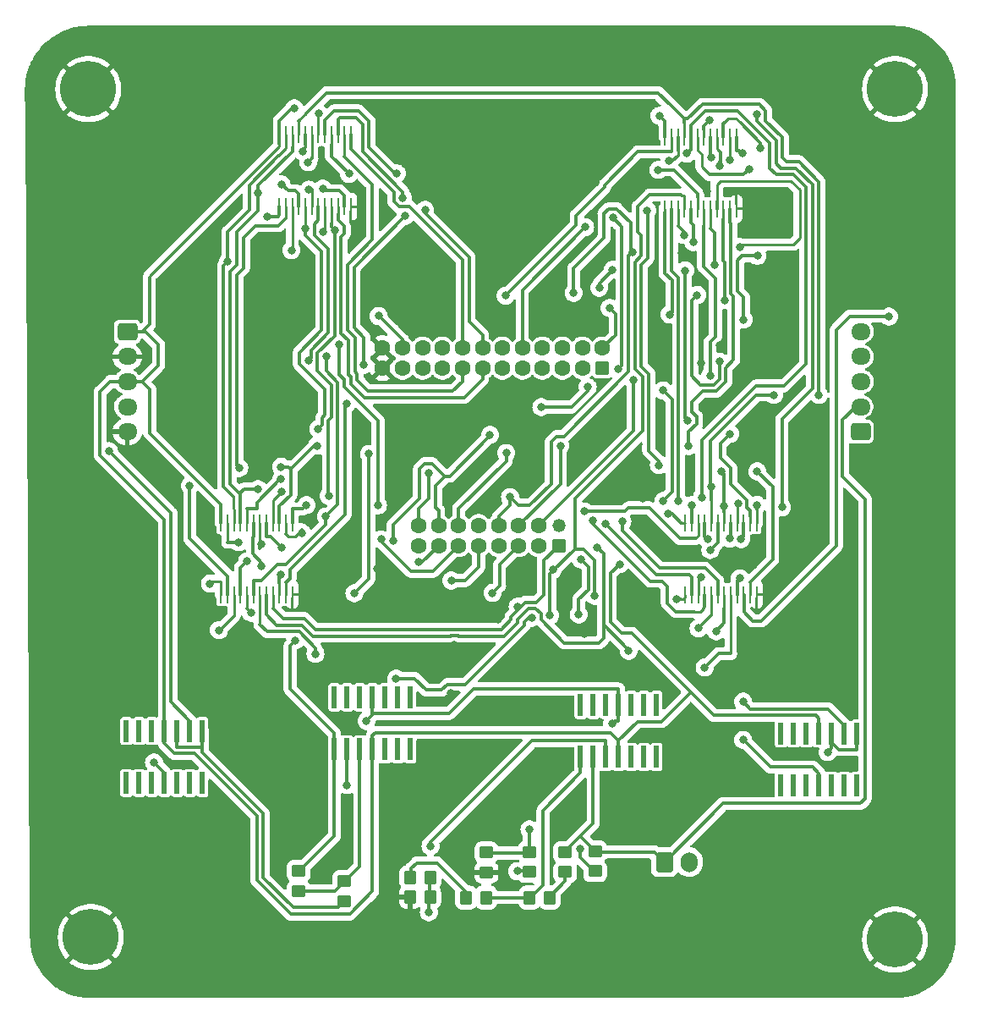
<source format=gbr>
%TF.GenerationSoftware,KiCad,Pcbnew,(7.0.0)*%
%TF.CreationDate,2024-03-19T12:14:35-03:00*%
%TF.ProjectId,pcb_peau_v1,7063625f-7065-4617-955f-76312e6b6963,rev?*%
%TF.SameCoordinates,Original*%
%TF.FileFunction,Copper,L1,Top*%
%TF.FilePolarity,Positive*%
%FSLAX46Y46*%
G04 Gerber Fmt 4.6, Leading zero omitted, Abs format (unit mm)*
G04 Created by KiCad (PCBNEW (7.0.0)) date 2024-03-19 12:14:35*
%MOMM*%
%LPD*%
G01*
G04 APERTURE LIST*
G04 Aperture macros list*
%AMRoundRect*
0 Rectangle with rounded corners*
0 $1 Rounding radius*
0 $2 $3 $4 $5 $6 $7 $8 $9 X,Y pos of 4 corners*
0 Add a 4 corners polygon primitive as box body*
4,1,4,$2,$3,$4,$5,$6,$7,$8,$9,$2,$3,0*
0 Add four circle primitives for the rounded corners*
1,1,$1+$1,$2,$3*
1,1,$1+$1,$4,$5*
1,1,$1+$1,$6,$7*
1,1,$1+$1,$8,$9*
0 Add four rect primitives between the rounded corners*
20,1,$1+$1,$2,$3,$4,$5,0*
20,1,$1+$1,$4,$5,$6,$7,0*
20,1,$1+$1,$6,$7,$8,$9,0*
20,1,$1+$1,$8,$9,$2,$3,0*%
G04 Aperture macros list end*
%TA.AperFunction,SMDPad,CuDef*%
%ADD10RoundRect,0.250000X-0.450000X0.350000X-0.450000X-0.350000X0.450000X-0.350000X0.450000X0.350000X0*%
%TD*%
%TA.AperFunction,SMDPad,CuDef*%
%ADD11RoundRect,0.250000X0.350000X0.450000X-0.350000X0.450000X-0.350000X-0.450000X0.350000X-0.450000X0*%
%TD*%
%TA.AperFunction,SMDPad,CuDef*%
%ADD12RoundRect,0.250000X-0.350000X-0.450000X0.350000X-0.450000X0.350000X0.450000X-0.350000X0.450000X0*%
%TD*%
%TA.AperFunction,SMDPad,CuDef*%
%ADD13RoundRect,0.250000X0.450000X-0.350000X0.450000X0.350000X-0.450000X0.350000X-0.450000X-0.350000X0*%
%TD*%
%TA.AperFunction,SMDPad,CuDef*%
%ADD14R,0.250000X1.750000*%
%TD*%
%TA.AperFunction,SMDPad,CuDef*%
%ADD15R,0.600000X2.200000*%
%TD*%
%TA.AperFunction,ComponentPad*%
%ADD16C,5.600000*%
%TD*%
%TA.AperFunction,ComponentPad*%
%ADD17RoundRect,0.250000X-0.600000X-0.750000X0.600000X-0.750000X0.600000X0.750000X-0.600000X0.750000X0*%
%TD*%
%TA.AperFunction,ComponentPad*%
%ADD18O,1.700000X2.000000*%
%TD*%
%TA.AperFunction,ComponentPad*%
%ADD19RoundRect,0.250000X0.725000X-0.600000X0.725000X0.600000X-0.725000X0.600000X-0.725000X-0.600000X0*%
%TD*%
%TA.AperFunction,ComponentPad*%
%ADD20O,1.950000X1.700000*%
%TD*%
%TA.AperFunction,ComponentPad*%
%ADD21RoundRect,0.291667X0.408333X0.408333X-0.408333X0.408333X-0.408333X-0.408333X0.408333X-0.408333X0*%
%TD*%
%TA.AperFunction,ComponentPad*%
%ADD22C,1.320000*%
%TD*%
%TA.AperFunction,ComponentPad*%
%ADD23C,1.600000*%
%TD*%
%TA.AperFunction,ComponentPad*%
%ADD24RoundRect,0.250000X-0.725000X0.600000X-0.725000X-0.600000X0.725000X-0.600000X0.725000X0.600000X0*%
%TD*%
%TA.AperFunction,ViaPad*%
%ADD25C,0.800000*%
%TD*%
%TA.AperFunction,Conductor*%
%ADD26C,0.300000*%
%TD*%
%TA.AperFunction,Conductor*%
%ADD27C,0.250000*%
%TD*%
%TA.AperFunction,Conductor*%
%ADD28C,0.249800*%
%TD*%
G04 APERTURE END LIST*
D10*
%TO.P,R10,1*%
%TO.N,TRIOAOP1*%
X187940000Y-117317000D03*
%TO.P,R10,2*%
%TO.N,Net-(U8A-+)*%
X187940000Y-119317000D03*
%TD*%
D11*
%TO.P,R22,1*%
%TO.N,Net-(R22-Pad1)*%
X206720000Y-119991500D03*
%TO.P,R22,2*%
%TO.N,Net-(R20-Pad1)*%
X204720000Y-119991500D03*
%TD*%
D12*
%TO.P,R4,1*%
%TO.N,Net-(R22-Pad1)*%
X211070000Y-119991500D03*
%TO.P,R4,2*%
%TO.N,Net-(R23-Pad1)*%
X213070000Y-119991500D03*
%TD*%
D10*
%TO.P,R9,1*%
%TO.N,Net-(U8A--)*%
X211054000Y-115435500D03*
%TO.P,R9,2*%
%TO.N,Net-(U9A-+)*%
X211054000Y-117435500D03*
%TD*%
%TO.P,R8,1*%
%TO.N,Net-(U8A-+)*%
X192512000Y-118333000D03*
%TO.P,R8,2*%
%TO.N,Net-(U7A-+)*%
X192512000Y-120333000D03*
%TD*%
%TO.P,R21,1*%
%TO.N,AOP0IN+*%
X217625000Y-115350000D03*
%TO.P,R21,2*%
%TO.N,+12V*%
X217625000Y-117350000D03*
%TD*%
D13*
%TO.P,R23,1*%
%TO.N,Net-(R23-Pad1)*%
X214610000Y-117435500D03*
%TO.P,R23,2*%
%TO.N,AOP0IN+*%
X214610000Y-115435500D03*
%TD*%
%TO.P,R11,1*%
%TO.N,0*%
X206736000Y-117482500D03*
%TO.P,R11,2*%
%TO.N,Net-(U8A--)*%
X206736000Y-115482500D03*
%TD*%
D12*
%TO.P,R20,1*%
%TO.N,Net-(R20-Pad1)*%
X199132000Y-117959500D03*
%TO.P,R20,2*%
%TO.N,Net-(U2A-+)*%
X201132000Y-117959500D03*
%TD*%
D11*
%TO.P,R25,1*%
%TO.N,Net-(U2A-+)*%
X201100000Y-119925000D03*
%TO.P,R25,2*%
%TO.N,0*%
X199100000Y-119925000D03*
%TD*%
D14*
%TO.P,U3,1,COM*%
%TO.N,2-ENTREE*%
X224612999Y-51065999D03*
%TO.P,U3,2,I7*%
%TO.N,Net-(J4-Pin_9)*%
X225262999Y-51065999D03*
%TO.P,U3,3,I6*%
%TO.N,Net-(J4-Pin_8)*%
X225912999Y-51065999D03*
%TO.P,U3,4,I5*%
%TO.N,Net-(J4-Pin_7)*%
X226562999Y-51065999D03*
%TO.P,U3,5,I4*%
%TO.N,Net-(J4-Pin_6)*%
X227212999Y-51065999D03*
%TO.P,U3,6,I3*%
%TO.N,Net-(J4-Pin_5)*%
X227862999Y-51065999D03*
%TO.P,U3,7,I2*%
%TO.N,Net-(J4-Pin_4)*%
X228512999Y-51065999D03*
%TO.P,U3,8,I1*%
%TO.N,Net-(J4-Pin_3)*%
X229162999Y-51065999D03*
%TO.P,U3,9,I0*%
%TO.N,Net-(J4-Pin_2)*%
X229812999Y-51065999D03*
%TO.P,U3,10,S0*%
%TO.N,A3*%
X230462999Y-51065999D03*
%TO.P,U3,11,S1*%
%TO.N,B3*%
X231112999Y-51065999D03*
%TO.P,U3,12,GND*%
%TO.N,0*%
X231762999Y-51065999D03*
%TO.P,U3,13,S3*%
%TO.N,D3*%
X231762999Y-43865999D03*
%TO.P,U3,14,S2*%
%TO.N,C3*%
X231112999Y-43865999D03*
%TO.P,U3,15,~{E}*%
%TO.N,NE1*%
X230462999Y-43865999D03*
%TO.P,U3,16,I15*%
%TO.N,Net-(J4-Pin_1)*%
X229812999Y-43865999D03*
%TO.P,U3,17,I14*%
%TO.N,Net-(J4-Pin_16)*%
X229162999Y-43865999D03*
%TO.P,U3,18,I13*%
%TO.N,Net-(J4-Pin_15)*%
X228512999Y-43865999D03*
%TO.P,U3,19,I12*%
%TO.N,Net-(J4-Pin_14)*%
X227862999Y-43865999D03*
%TO.P,U3,20,I11*%
%TO.N,Net-(J4-Pin_13)*%
X227212999Y-43865999D03*
%TO.P,U3,21,I10*%
%TO.N,Net-(J4-Pin_12)*%
X226562999Y-43865999D03*
%TO.P,U3,22,I9*%
%TO.N,Net-(J4-Pin_11)*%
X225912999Y-43865999D03*
%TO.P,U3,23,I8*%
%TO.N,Net-(J4-Pin_10)*%
X225262999Y-43865999D03*
%TO.P,U3,24,VCC*%
%TO.N,+5V*%
X224612999Y-43865999D03*
%TD*%
%TO.P,U5,1,COM*%
%TO.N,1-ENTREE*%
X226644999Y-89673999D03*
%TO.P,U5,2,I7*%
%TO.N,Net-(J4-Pin_8)*%
X227294999Y-89673999D03*
%TO.P,U5,3,I6*%
%TO.N,Net-(J4-Pin_7)*%
X227944999Y-89673999D03*
%TO.P,U5,4,I5*%
%TO.N,Net-(J4-Pin_6)*%
X228594999Y-89673999D03*
%TO.P,U5,5,I4*%
%TO.N,Net-(J4-Pin_5)*%
X229244999Y-89673999D03*
%TO.P,U5,6,I3*%
%TO.N,Net-(J4-Pin_4)*%
X229894999Y-89673999D03*
%TO.P,U5,7,I2*%
%TO.N,Net-(J4-Pin_3)*%
X230544999Y-89673999D03*
%TO.P,U5,8,I1*%
%TO.N,Net-(J4-Pin_2)*%
X231194999Y-89673999D03*
%TO.P,U5,9,I0*%
%TO.N,Net-(J4-Pin_1)*%
X231844999Y-89673999D03*
%TO.P,U5,10,S0*%
%TO.N,A1*%
X232494999Y-89673999D03*
%TO.P,U5,11,S1*%
%TO.N,B1*%
X233144999Y-89673999D03*
%TO.P,U5,12,GND*%
%TO.N,0*%
X233794999Y-89673999D03*
%TO.P,U5,13,S3*%
%TO.N,D1*%
X233794999Y-82473999D03*
%TO.P,U5,14,S2*%
%TO.N,C1*%
X233144999Y-82473999D03*
%TO.P,U5,15,~{E}*%
%TO.N,NE1*%
X232494999Y-82473999D03*
%TO.P,U5,16,I15*%
%TO.N,Net-(J4-Pin_16)*%
X231844999Y-82473999D03*
%TO.P,U5,17,I14*%
%TO.N,Net-(J4-Pin_15)*%
X231194999Y-82473999D03*
%TO.P,U5,18,I13*%
%TO.N,Net-(J4-Pin_14)*%
X230544999Y-82473999D03*
%TO.P,U5,19,I12*%
%TO.N,Net-(J4-Pin_13)*%
X229894999Y-82473999D03*
%TO.P,U5,20,I11*%
%TO.N,Net-(J4-Pin_12)*%
X229244999Y-82473999D03*
%TO.P,U5,21,I10*%
%TO.N,Net-(J4-Pin_11)*%
X228594999Y-82473999D03*
%TO.P,U5,22,I9*%
%TO.N,Net-(J4-Pin_10)*%
X227944999Y-82473999D03*
%TO.P,U5,23,I8*%
%TO.N,Net-(J4-Pin_9)*%
X227294999Y-82473999D03*
%TO.P,U5,24,VCC*%
%TO.N,+5V*%
X226644999Y-82473999D03*
%TD*%
%TO.P,U4,24,VCC*%
%TO.N,+5V*%
X186015999Y-43655999D03*
%TO.P,U4,23,I8*%
%TO.N,Net-(J4-Pin_10)*%
X186665999Y-43655999D03*
%TO.P,U4,22,I9*%
%TO.N,Net-(J4-Pin_11)*%
X187315999Y-43655999D03*
%TO.P,U4,21,I10*%
%TO.N,Net-(J4-Pin_12)*%
X187965999Y-43655999D03*
%TO.P,U4,20,I11*%
%TO.N,Net-(J4-Pin_13)*%
X188615999Y-43655999D03*
%TO.P,U4,19,I12*%
%TO.N,Net-(J4-Pin_14)*%
X189265999Y-43655999D03*
%TO.P,U4,18,I13*%
%TO.N,Net-(J4-Pin_15)*%
X189915999Y-43655999D03*
%TO.P,U4,17,I14*%
%TO.N,Net-(J4-Pin_16)*%
X190565999Y-43655999D03*
%TO.P,U4,16,I15*%
%TO.N,Net-(J4-Pin_1)*%
X191215999Y-43655999D03*
%TO.P,U4,15,~{E}*%
%TO.N,NE2*%
X191865999Y-43655999D03*
%TO.P,U4,14,S2*%
%TO.N,C4*%
X192515999Y-43655999D03*
%TO.P,U4,13,S3*%
%TO.N,D4*%
X193165999Y-43655999D03*
%TO.P,U4,12,GND*%
%TO.N,0*%
X193165999Y-50855999D03*
%TO.P,U4,11,S1*%
%TO.N,B4*%
X192515999Y-50855999D03*
%TO.P,U4,10,S0*%
%TO.N,A4*%
X191865999Y-50855999D03*
%TO.P,U4,9,I0*%
%TO.N,Net-(J4-Pin_2)*%
X191215999Y-50855999D03*
%TO.P,U4,8,I1*%
%TO.N,Net-(J4-Pin_3)*%
X190565999Y-50855999D03*
%TO.P,U4,7,I2*%
%TO.N,Net-(J4-Pin_4)*%
X189915999Y-50855999D03*
%TO.P,U4,6,I3*%
%TO.N,Net-(J4-Pin_5)*%
X189265999Y-50855999D03*
%TO.P,U4,5,I4*%
%TO.N,Net-(J4-Pin_6)*%
X188615999Y-50855999D03*
%TO.P,U4,4,I5*%
%TO.N,Net-(J4-Pin_7)*%
X187965999Y-50855999D03*
%TO.P,U4,3,I6*%
%TO.N,Net-(J4-Pin_8)*%
X187315999Y-50855999D03*
%TO.P,U4,2,I7*%
%TO.N,Net-(J4-Pin_9)*%
X186665999Y-50855999D03*
%TO.P,U4,1,COM*%
%TO.N,AOP1*%
X186015999Y-50855999D03*
%TD*%
%TO.P,U6,1,COM*%
%TO.N,AOP2*%
X180162999Y-89673999D03*
%TO.P,U6,2,I7*%
%TO.N,Net-(J4-Pin_8)*%
X180812999Y-89673999D03*
%TO.P,U6,3,I6*%
%TO.N,Net-(J4-Pin_7)*%
X181462999Y-89673999D03*
%TO.P,U6,4,I5*%
%TO.N,Net-(J4-Pin_6)*%
X182112999Y-89673999D03*
%TO.P,U6,5,I4*%
%TO.N,Net-(J4-Pin_5)*%
X182762999Y-89673999D03*
%TO.P,U6,6,I3*%
%TO.N,Net-(J4-Pin_4)*%
X183412999Y-89673999D03*
%TO.P,U6,7,I2*%
%TO.N,Net-(J4-Pin_3)*%
X184062999Y-89673999D03*
%TO.P,U6,8,I1*%
%TO.N,Net-(J4-Pin_2)*%
X184712999Y-89673999D03*
%TO.P,U6,9,I0*%
%TO.N,Net-(J4-Pin_1)*%
X185362999Y-89673999D03*
%TO.P,U6,10,S0*%
%TO.N,A2*%
X186012999Y-89673999D03*
%TO.P,U6,11,S1*%
%TO.N,B2*%
X186662999Y-89673999D03*
%TO.P,U6,12,GND*%
%TO.N,0*%
X187312999Y-89673999D03*
%TO.P,U6,13,S3*%
%TO.N,D2*%
X187312999Y-82473999D03*
%TO.P,U6,14,S2*%
%TO.N,C2*%
X186662999Y-82473999D03*
%TO.P,U6,15,~{E}*%
%TO.N,NE2*%
X186012999Y-82473999D03*
%TO.P,U6,16,I15*%
%TO.N,Net-(J4-Pin_16)*%
X185362999Y-82473999D03*
%TO.P,U6,17,I14*%
%TO.N,Net-(J4-Pin_15)*%
X184712999Y-82473999D03*
%TO.P,U6,18,I13*%
%TO.N,Net-(J4-Pin_14)*%
X184062999Y-82473999D03*
%TO.P,U6,19,I12*%
%TO.N,Net-(J4-Pin_13)*%
X183412999Y-82473999D03*
%TO.P,U6,20,I11*%
%TO.N,Net-(J4-Pin_12)*%
X182762999Y-82473999D03*
%TO.P,U6,21,I10*%
%TO.N,Net-(J4-Pin_11)*%
X182112999Y-82473999D03*
%TO.P,U6,22,I9*%
%TO.N,Net-(J4-Pin_10)*%
X181462999Y-82473999D03*
%TO.P,U6,23,I8*%
%TO.N,Net-(J4-Pin_9)*%
X180812999Y-82473999D03*
%TO.P,U6,24,VCC*%
%TO.N,+5V*%
X180162999Y-82473999D03*
%TD*%
D15*
%TO.P,U7,1*%
%TO.N,Net-(U7A-+)*%
X178307999Y-103317999D03*
%TO.P,U7,2,-*%
%TO.N,AOP1*%
X177037999Y-103317999D03*
%TO.P,U7,3,+*%
%TO.N,Net-(U7A-+)*%
X175767999Y-103317999D03*
%TO.P,U7,4,V+*%
%TO.N,+5V*%
X174497999Y-103317999D03*
%TO.P,U7,5*%
%TO.N,N/C*%
X173227999Y-103317999D03*
%TO.P,U7,6*%
X171957999Y-103317999D03*
%TO.P,U7,7*%
X170687999Y-103317999D03*
%TO.P,U7,8*%
X170687999Y-108517999D03*
%TO.P,U7,9*%
X171957999Y-108517999D03*
%TO.P,U7,10*%
X173227999Y-108517999D03*
%TO.P,U7,11,V-*%
%TO.N,-5V*%
X174497999Y-108517999D03*
%TO.P,U7,12*%
%TO.N,N/C*%
X175767999Y-108517999D03*
%TO.P,U7,13*%
X177037999Y-108517999D03*
%TO.P,U7,14*%
X178307999Y-108517999D03*
%TD*%
%TO.P,U8,1*%
%TO.N,TRIOAOP1*%
X191515999Y-105155999D03*
%TO.P,U8,2,-*%
%TO.N,Net-(U8A--)*%
X192785999Y-105155999D03*
%TO.P,U8,3,+*%
%TO.N,Net-(U8A-+)*%
X194055999Y-105155999D03*
%TO.P,U8,4,V+*%
%TO.N,+5V*%
X195325999Y-105155999D03*
%TO.P,U8,5*%
%TO.N,N/C*%
X196595999Y-105155999D03*
%TO.P,U8,6*%
X197865999Y-105155999D03*
%TO.P,U8,7*%
X199135999Y-105155999D03*
%TO.P,U8,8*%
X199135999Y-99955999D03*
%TO.P,U8,9*%
X197865999Y-99955999D03*
%TO.P,U8,10*%
X196595999Y-99955999D03*
%TO.P,U8,11,V-*%
%TO.N,-5V*%
X195325999Y-99955999D03*
%TO.P,U8,12*%
%TO.N,N/C*%
X194055999Y-99955999D03*
%TO.P,U8,13*%
X192785999Y-99955999D03*
%TO.P,U8,14*%
X191515999Y-99955999D03*
%TD*%
D16*
%TO.P,H1,1,1*%
%TO.N,0*%
X166878000Y-39116000D03*
%TD*%
D17*
%TO.P,J3,1,Pin_1*%
%TO.N,AOP0IN+*%
X224556000Y-116435500D03*
D18*
%TO.P,J3,2,Pin_2*%
%TO.N,GND*%
X227055999Y-116435499D03*
%TD*%
D16*
%TO.P,H3,1,1*%
%TO.N,0*%
X247650000Y-124206000D03*
%TD*%
D15*
%TO.P,U2,1*%
%TO.N,Net-(R22-Pad1)*%
X216153999Y-105917999D03*
%TO.P,U2,2,-*%
%TO.N,AOP0IN+*%
X217423999Y-105917999D03*
%TO.P,U2,3,+*%
%TO.N,Net-(U2A-+)*%
X218693999Y-105917999D03*
%TO.P,U2,4,V+*%
%TO.N,+5V*%
X219963999Y-105917999D03*
%TO.P,U2,5*%
%TO.N,N/C*%
X221233999Y-105917999D03*
%TO.P,U2,6*%
X222503999Y-105917999D03*
%TO.P,U2,7*%
X223773999Y-105917999D03*
%TO.P,U2,8*%
X223773999Y-100717999D03*
%TO.P,U2,9*%
X222503999Y-100717999D03*
%TO.P,U2,10*%
X221233999Y-100717999D03*
%TO.P,U2,11,V-*%
%TO.N,-5V*%
X219963999Y-100717999D03*
%TO.P,U2,12*%
%TO.N,N/C*%
X218693999Y-100717999D03*
%TO.P,U2,13*%
X217423999Y-100717999D03*
%TO.P,U2,14*%
X216153999Y-100717999D03*
%TD*%
D16*
%TO.P,H4,1,1*%
%TO.N,0*%
X167132000Y-123952000D03*
%TD*%
D15*
%TO.P,U9,1*%
%TO.N,Net-(U9A-+)*%
X243839999Y-103571999D03*
%TO.P,U9,2,-*%
%TO.N,AOP2*%
X242569999Y-103571999D03*
%TO.P,U9,3,+*%
%TO.N,Net-(U9A-+)*%
X241299999Y-103571999D03*
%TO.P,U9,4,V+*%
%TO.N,+5V*%
X240029999Y-103571999D03*
%TO.P,U9,5*%
%TO.N,N/C*%
X238759999Y-103571999D03*
%TO.P,U9,6*%
X237489999Y-103571999D03*
%TO.P,U9,7*%
X236219999Y-103571999D03*
%TO.P,U9,8*%
X236219999Y-108771999D03*
%TO.P,U9,9*%
X237489999Y-108771999D03*
%TO.P,U9,10*%
X238759999Y-108771999D03*
%TO.P,U9,11,V-*%
%TO.N,-5V*%
X240029999Y-108771999D03*
%TO.P,U9,12*%
%TO.N,N/C*%
X241299999Y-108771999D03*
%TO.P,U9,13*%
X242569999Y-108771999D03*
%TO.P,U9,14*%
X243839999Y-108771999D03*
%TD*%
D16*
%TO.P,H2,1,1*%
%TO.N,0*%
X247650000Y-39116000D03*
%TD*%
D19*
%TO.P,J2,1,Pin_1*%
%TO.N,1-ENTREE*%
X244190000Y-73374000D03*
D20*
%TO.P,J2,2,Pin_2*%
%TO.N,AOP0IN+*%
X244189999Y-70873999D03*
%TO.P,J2,3,Pin_3*%
%TO.N,2-ENTREE*%
X244189999Y-68373999D03*
%TO.P,J2,4,Pin_4*%
%TO.N,unconnected-(J2-Pin_4-Pad4)*%
X244189999Y-65873999D03*
%TO.P,J2,5,Pin_5*%
%TO.N,unconnected-(J2-Pin_5-Pad5)*%
X244189999Y-63373999D03*
%TD*%
D21*
%TO.P,J4,1,Pin_1*%
%TO.N,Net-(J4-Pin_1)*%
X213964000Y-84772000D03*
D22*
%TO.P,J4,2,Pin_2*%
%TO.N,Net-(J4-Pin_2)*%
X213964000Y-82772000D03*
D23*
%TO.P,J4,3,Pin_3*%
%TO.N,Net-(J4-Pin_3)*%
X211964000Y-84772000D03*
%TO.P,J4,4,Pin_4*%
%TO.N,Net-(J4-Pin_4)*%
X211964000Y-82772000D03*
%TO.P,J4,5,Pin_5*%
%TO.N,Net-(J4-Pin_5)*%
X209964000Y-84772000D03*
%TO.P,J4,6,Pin_6*%
%TO.N,Net-(J4-Pin_6)*%
X209964000Y-82772000D03*
%TO.P,J4,7,Pin_7*%
%TO.N,Net-(J4-Pin_7)*%
X207964000Y-84772000D03*
%TO.P,J4,8,Pin_8*%
%TO.N,Net-(J4-Pin_8)*%
X207964000Y-82772000D03*
%TO.P,J4,9,Pin_9*%
%TO.N,Net-(J4-Pin_9)*%
X205964000Y-84772000D03*
%TO.P,J4,10,Pin_10*%
%TO.N,Net-(J4-Pin_10)*%
X205964000Y-82772000D03*
%TO.P,J4,11,Pin_11*%
%TO.N,Net-(J4-Pin_11)*%
X203964000Y-84772000D03*
%TO.P,J4,12,Pin_12*%
%TO.N,Net-(J4-Pin_12)*%
X203964000Y-82772000D03*
%TO.P,J4,13,Pin_13*%
%TO.N,Net-(J4-Pin_13)*%
X201964000Y-84772000D03*
%TO.P,J4,14,Pin_14*%
%TO.N,Net-(J4-Pin_14)*%
X201964000Y-82772000D03*
%TO.P,J4,15,Pin_15*%
%TO.N,Net-(J4-Pin_15)*%
X199964000Y-84772000D03*
%TO.P,J4,16,Pin_16*%
%TO.N,Net-(J4-Pin_16)*%
X199964000Y-82772000D03*
%TD*%
D24*
%TO.P,J1,1,Pin_1*%
%TO.N,+5V*%
X170784000Y-63374000D03*
D20*
%TO.P,J1,2,Pin_2*%
%TO.N,0*%
X170783999Y-65873999D03*
%TO.P,J1,3,Pin_3*%
%TO.N,+5V*%
X170783999Y-68373999D03*
%TO.P,J1,4,Pin_4*%
%TO.N,+12V*%
X170783999Y-70873999D03*
%TO.P,J1,5,Pin_5*%
%TO.N,0*%
X170783999Y-73373999D03*
%TD*%
D23*
%TO.P,J5,24,Pin_24*%
%TO.N,0*%
X196344000Y-65024000D03*
%TO.P,J5,23,Pin_23*%
X196344000Y-67024000D03*
%TO.P,J5,22,Pin_22*%
%TO.N,TRIOAOP1*%
X198344000Y-65024000D03*
%TO.P,J5,21,Pin_21*%
%TO.N,D2*%
X198344000Y-67024000D03*
%TO.P,J5,20,Pin_20*%
%TO.N,C2*%
X200344000Y-65024000D03*
%TO.P,J5,19,Pin_19*%
%TO.N,B2*%
X200344000Y-67024000D03*
%TO.P,J5,18,Pin_18*%
%TO.N,A2*%
X202344000Y-65024000D03*
%TO.P,J5,17,Pin_17*%
%TO.N,NE2*%
X202344000Y-67024000D03*
%TO.P,J5,16,Pin_16*%
%TO.N,D4*%
X204344000Y-65024000D03*
%TO.P,J5,15,Pin_15*%
%TO.N,C4*%
X204344000Y-67024000D03*
%TO.P,J5,14,Pin_14*%
%TO.N,B4*%
X206344000Y-65024000D03*
%TO.P,J5,13,Pin_13*%
%TO.N,A4*%
X206344000Y-67024000D03*
%TO.P,J5,12,Pin_12*%
%TO.N,unconnected-(J5-Pin_12-Pad12)*%
X208344000Y-65024000D03*
%TO.P,J5,11,Pin_11*%
%TO.N,D3*%
X208344000Y-67024000D03*
%TO.P,J5,10,Pin_10*%
%TO.N,C3*%
X210344000Y-65024000D03*
%TO.P,J5,9,Pin_9*%
%TO.N,B3*%
X210344000Y-67024000D03*
%TO.P,J5,8,Pin_8*%
%TO.N,A3*%
X212344000Y-65024000D03*
%TO.P,J5,7,Pin_7*%
%TO.N,unconnected-(J5-Pin_7-Pad7)*%
X212344000Y-67024000D03*
%TO.P,J5,6,Pin_6*%
%TO.N,NE1*%
X214344000Y-65024000D03*
%TO.P,J5,5,Pin_5*%
%TO.N,D1*%
X214344000Y-67024000D03*
%TO.P,J5,4,Pin_4*%
%TO.N,C1*%
X216344000Y-65024000D03*
%TO.P,J5,3,Pin_3*%
%TO.N,B1*%
X216344000Y-67024000D03*
%TO.P,J5,2,Pin_2*%
%TO.N,A1*%
X218344000Y-65024000D03*
D21*
%TO.P,J5,1,Pin_1*%
%TO.N,unconnected-(J5-Pin_1-Pad1)*%
X218344000Y-67024000D03*
%TD*%
D25*
%TO.N,0*%
X210600000Y-107375000D03*
X228790000Y-49330000D03*
X233700000Y-57990000D03*
X226250000Y-55520000D03*
X232350000Y-53440000D03*
X229510000Y-86440000D03*
X231040000Y-69710000D03*
X236120000Y-50540000D03*
X216520000Y-93570000D03*
X228330000Y-94770000D03*
X224190000Y-71260000D03*
X181830000Y-50750000D03*
X224150000Y-73990000D03*
X227180000Y-77800000D03*
X221990000Y-77800000D03*
X222360000Y-80070000D03*
X222170000Y-82180000D03*
X184060000Y-77450000D03*
X189160000Y-77860000D03*
X178250000Y-80870000D03*
%TO.N,NE1*%
X234179420Y-45003753D03*
X233868478Y-55785755D03*
%TO.N,0*%
X224820000Y-84900000D03*
X233470000Y-86790000D03*
X237830000Y-83140000D03*
X207880000Y-92200000D03*
X220000000Y-109660000D03*
X201610000Y-97870000D03*
X204670000Y-89700000D03*
X177460000Y-86480000D03*
X192920000Y-111910000D03*
X215700000Y-111380000D03*
%TO.N,Net-(U2A-+)*%
X201140000Y-114830000D03*
X200970000Y-121455500D03*
%TO.N,0*%
X218070000Y-73340000D03*
X215880000Y-75720000D03*
X211120000Y-75900000D03*
X198240000Y-76180000D03*
X201690000Y-72260000D03*
X196560000Y-71520000D03*
X194030000Y-72170000D03*
X193470000Y-82760000D03*
X230090000Y-64720000D03*
X233510000Y-73120000D03*
X228220000Y-66530000D03*
X224580000Y-64600000D03*
X223380000Y-62140000D03*
X217280000Y-61890000D03*
X218680000Y-56010000D03*
X200152000Y-88900000D03*
X195834000Y-87122000D03*
X192024000Y-87122000D03*
X196596000Y-51054000D03*
X191008000Y-48006000D03*
X187198000Y-47244000D03*
X186182000Y-57404000D03*
X184912000Y-65786000D03*
X179070000Y-64770000D03*
X174244000Y-63246000D03*
X212852000Y-60960000D03*
X200660000Y-60960000D03*
X198882000Y-56896000D03*
X209296000Y-56896000D03*
X220472000Y-49784000D03*
X217678000Y-48514000D03*
X208534000Y-50546000D03*
X212344000Y-41910000D03*
X235712000Y-65024000D03*
X239268000Y-76200000D03*
X239268000Y-76200000D03*
X203200000Y-99568000D03*
X203520000Y-94702000D03*
X211582000Y-94488000D03*
X211328000Y-98044000D03*
X208788000Y-101092000D03*
X188468000Y-108204000D03*
X228346000Y-109474000D03*
X239014000Y-94234000D03*
%TO.N,AOP2*%
X232439300Y-100386800D03*
X179060700Y-88571700D03*
%TO.N,AOP1*%
X168955900Y-75329600D03*
X184817200Y-51864000D03*
%TO.N,-5V*%
X173460000Y-106460000D03*
X194733300Y-102317200D03*
X232439300Y-104207500D03*
X219314800Y-102584900D03*
%TO.N,Net-(U9A-+)*%
X209825200Y-117348000D03*
X240903700Y-105423700D03*
%TO.N,Net-(U8A--)*%
X192786000Y-108735700D03*
X211054000Y-113152700D03*
%TO.N,TRIOAOP1*%
X195951043Y-61801043D03*
X187598957Y-94268957D03*
%TO.N,D2*%
X188723400Y-80722400D03*
%TO.N,C2*%
X188274500Y-83524100D03*
%TO.N,B2*%
X192752500Y-70580000D03*
%TO.N,A2*%
X186166700Y-87645800D03*
%TO.N,NE2*%
X198362100Y-49980600D03*
X186177900Y-76890000D03*
X194480100Y-66684900D03*
X198633600Y-51784500D03*
X189760700Y-74784000D03*
%TO.N,B4*%
X200604343Y-51177857D03*
X190352097Y-49058989D03*
%TO.N,D3*%
X212235000Y-70915000D03*
X216874600Y-68924400D03*
X226877200Y-72248400D03*
X226636400Y-57246800D03*
X232367700Y-45552700D03*
%TO.N,C3*%
X216622800Y-52913600D03*
X231113000Y-46198000D03*
%TO.N,B3*%
X226999600Y-74801400D03*
%TO.N,A3*%
X230583100Y-60224600D03*
%TO.N,NE1*%
X232249000Y-84116500D03*
X232471046Y-62159500D03*
%TO.N,D1*%
X233840300Y-80699800D03*
%TO.N,C1*%
X231145400Y-73585300D03*
%TO.N,B1*%
X233849700Y-77359300D03*
%TO.N,A1*%
X219060000Y-60995800D03*
X247040666Y-61862752D03*
%TO.N,Net-(J4-Pin_16)*%
X186197200Y-79397100D03*
X231913900Y-80593800D03*
X222814200Y-51250300D03*
X224002500Y-76722500D03*
X200943700Y-77485500D03*
X229241000Y-45967800D03*
X197771800Y-47524800D03*
%TO.N,Net-(J4-Pin_15)*%
X231100312Y-84073232D03*
X186227282Y-84946268D03*
X229094800Y-42215200D03*
X236320400Y-80935900D03*
X233799700Y-41629800D03*
X189953700Y-41553500D03*
%TO.N,Net-(J4-Pin_14)*%
X197411300Y-84308200D03*
X184235700Y-84670000D03*
X230235743Y-77335257D03*
X207100000Y-73702800D03*
X230545000Y-80824800D03*
X230060700Y-66359700D03*
X227827500Y-59709100D03*
X233057900Y-47107400D03*
X188887200Y-46423300D03*
%TO.N,Net-(J4-Pin_13)*%
X199957804Y-86435600D03*
X184213300Y-86833800D03*
X229157274Y-85235627D03*
X228321700Y-79937100D03*
X226812315Y-45552200D03*
X188316900Y-45311000D03*
%TO.N,Net-(J4-Pin_12)*%
X208717500Y-75504200D03*
X229245000Y-78911700D03*
X235520300Y-69708800D03*
X240021800Y-69708800D03*
X186180300Y-78148800D03*
%TO.N,Net-(J4-Pin_11)*%
X228870000Y-84122600D03*
X196235300Y-84164100D03*
X183869500Y-79113314D03*
X225040914Y-46277000D03*
X183896000Y-49530000D03*
%TO.N,Net-(J4-Pin_10)*%
X216507900Y-81352600D03*
X195882600Y-80757200D03*
X192030600Y-64625800D03*
X180856700Y-56359200D03*
X208666000Y-59778400D03*
%TO.N,Net-(J4-Pin_9)*%
X227295000Y-80729600D03*
X225970200Y-80302200D03*
X203218957Y-88261043D03*
X181948600Y-84440800D03*
X182001000Y-77006800D03*
%TO.N,Net-(J4-Pin_8)*%
X209100000Y-79914800D03*
X218639300Y-82562100D03*
X226538400Y-53693600D03*
X221337100Y-55396100D03*
X215466800Y-59493500D03*
X187220000Y-55210000D03*
X177041200Y-78775000D03*
%TO.N,Net-(J4-Pin_7)*%
X186223641Y-48630500D03*
X213377900Y-87212500D03*
X213106100Y-91765000D03*
X211302200Y-91989300D03*
X197696200Y-98082500D03*
X217577900Y-89807600D03*
X228202300Y-87941600D03*
X179960000Y-93240000D03*
%TO.N,Net-(J4-Pin_6)*%
X217364800Y-82272600D03*
X214133400Y-74768200D03*
X194983100Y-75590114D03*
X193514300Y-89549200D03*
X182774800Y-86317300D03*
X189901800Y-73082100D03*
X188611700Y-53082900D03*
X227442600Y-54418700D03*
%TO.N,Net-(J4-Pin_5)*%
X207354007Y-89505993D03*
X227973600Y-93049400D03*
X183188600Y-91504000D03*
X223942843Y-47187157D03*
X188971300Y-49167700D03*
%TO.N,Net-(J4-Pin_4)*%
X220346800Y-82347400D03*
X221451000Y-68231700D03*
X229126400Y-67780000D03*
X190677400Y-81864400D03*
X188912900Y-66244400D03*
X190716800Y-65872700D03*
%TO.N,Net-(J4-Pin_3)*%
X216190200Y-86159600D03*
X215971638Y-91668062D03*
X229741000Y-93344200D03*
X190415600Y-53358400D03*
X218027200Y-58978100D03*
X219365800Y-57176600D03*
X229577300Y-56679000D03*
X189621800Y-95601500D03*
%TO.N,Net-(J4-Pin_2)*%
X217839600Y-84928500D03*
X220980000Y-95310000D03*
X228586000Y-96964700D03*
X191590800Y-53208000D03*
X232132600Y-54909148D03*
X190953500Y-79790613D03*
%TO.N,Net-(J4-Pin_1)*%
X209868659Y-90875355D03*
X232110600Y-88031500D03*
X219410900Y-51990600D03*
X230116307Y-46770676D03*
X224435500Y-80308300D03*
X224443500Y-69259300D03*
X219941700Y-67137200D03*
X192981157Y-47583643D03*
%TO.N,2-ENTREE*%
X225070700Y-61645800D03*
%TO.N,1-ENTREE*%
X225755600Y-90136200D03*
%TO.N,+12V*%
X216095600Y-115148700D03*
%TO.N,+5V*%
X220059200Y-86624000D03*
X224940900Y-81610100D03*
X187514400Y-41030400D03*
X224055800Y-41767000D03*
%TD*%
D26*
%TO.N,AOP0IN+*%
X217694500Y-115419500D02*
X216144900Y-113869900D01*
X223540000Y-115419500D02*
X217694500Y-115419500D01*
X216144900Y-113869900D02*
X216099000Y-113869900D01*
X224556000Y-116435500D02*
X223540000Y-115419500D01*
%TO.N,Net-(R20-Pad1)*%
X204807500Y-119532500D02*
X204807500Y-119991500D01*
X201800000Y-116525000D02*
X204807500Y-119532500D01*
X199219500Y-117055500D02*
X199750000Y-116525000D01*
X199219500Y-117959500D02*
X199219500Y-117055500D01*
X199750000Y-116525000D02*
X201800000Y-116525000D01*
%TO.N,Net-(U7A-+)*%
X191870000Y-120975000D02*
X192512000Y-120333000D01*
X187425000Y-120975000D02*
X191870000Y-120975000D01*
X184401100Y-117951100D02*
X187425000Y-120975000D01*
X178308000Y-105479562D02*
X184401100Y-111572661D01*
X178308000Y-104919900D02*
X178308000Y-105479562D01*
X184401100Y-111572661D02*
X184401100Y-117951100D01*
%TO.N,+5V*%
X195326000Y-119379660D02*
X195326000Y-105156000D01*
X187150000Y-121650000D02*
X193055660Y-121650000D01*
X183751100Y-111841900D02*
X183751100Y-118251100D01*
X183751100Y-118251100D02*
X187150000Y-121650000D01*
X177479100Y-105569900D02*
X183751100Y-111841900D01*
X175498761Y-105569900D02*
X177479100Y-105569900D01*
X193055660Y-121650000D02*
X195326000Y-119379660D01*
X174498000Y-104569139D02*
X175498761Y-105569900D01*
X174498000Y-103318000D02*
X174498000Y-104569139D01*
%TO.N,TRIOAOP1*%
X198344000Y-64184000D02*
X198344000Y-65024000D01*
X197405900Y-63245900D02*
X198344000Y-64184000D01*
X197395900Y-63245900D02*
X197405900Y-63245900D01*
X195951043Y-61801043D02*
X197395900Y-63245900D01*
%TO.N,Net-(J4-Pin_5)*%
X225487000Y-47177000D02*
X227887600Y-49577600D01*
X227887600Y-49577600D02*
X227887600Y-49934300D01*
X224369014Y-47177000D02*
X225487000Y-47177000D01*
X224358857Y-47187157D02*
X224369014Y-47177000D01*
X223942843Y-47187157D02*
X224358857Y-47187157D01*
%TO.N,Net-(J4-Pin_11)*%
X225040914Y-46277000D02*
X225376000Y-46277000D01*
X225376000Y-46277000D02*
X225913000Y-45740000D01*
%TO.N,Net-(J4-Pin_1)*%
X230116307Y-46365286D02*
X230116307Y-46770676D01*
X230141000Y-46340593D02*
X230116307Y-46365286D01*
D27*
X229813000Y-45072000D02*
X229813000Y-44782500D01*
D26*
X230141000Y-45400000D02*
X230141000Y-46340593D01*
D27*
X230141000Y-45400000D02*
X229813000Y-45072000D01*
D26*
%TO.N,Net-(J4-Pin_8)*%
X218510900Y-51553600D02*
X218976900Y-51087600D01*
X218510900Y-54017700D02*
X218510900Y-51553600D01*
X221185400Y-55244400D02*
X221337100Y-55396100D01*
X215466800Y-57061800D02*
X218510900Y-54017700D01*
X219783400Y-51087600D02*
X221185400Y-52489600D01*
X215466800Y-59493500D02*
X215466800Y-57061800D01*
X218976900Y-51087600D02*
X219783400Y-51087600D01*
X221185400Y-52489600D02*
X221185400Y-55244400D01*
D28*
%TO.N,Net-(J4-Pin_6)*%
X228137800Y-91380000D02*
X228468400Y-91049400D01*
X227560600Y-91380000D02*
X228137800Y-91380000D01*
X227556600Y-91376000D02*
X227560600Y-91380000D01*
%TO.N,1-ENTREE*%
X226483800Y-90136200D02*
X226645000Y-89975000D01*
X226645000Y-89975000D02*
X226645000Y-89674000D01*
X226182800Y-90136200D02*
X226483800Y-90136200D01*
D26*
%TO.N,A1*%
X234270000Y-92310000D02*
X233400000Y-92310000D01*
X241760000Y-84820000D02*
X234270000Y-92310000D01*
X241760000Y-63210000D02*
X241760000Y-84820000D01*
X233400000Y-92310000D02*
X232507500Y-91417500D01*
X243150000Y-61820000D02*
X241760000Y-63210000D01*
X232507500Y-91417500D02*
X232507500Y-89686100D01*
X246997914Y-61820000D02*
X243150000Y-61820000D01*
X247040666Y-61862752D02*
X246997914Y-61820000D01*
%TO.N,A3*%
X230461100Y-52117600D02*
X230462600Y-52116100D01*
X230583100Y-60224600D02*
X230583100Y-56409300D01*
X230583100Y-56409300D02*
X230461100Y-56287300D01*
X230461100Y-56287300D02*
X230461100Y-52117600D01*
D28*
%TO.N,Net-(J4-Pin_14)*%
X227863000Y-45217800D02*
X227863000Y-43866000D01*
X228290000Y-46890000D02*
X228290000Y-45644800D01*
X228895000Y-47495000D02*
X228290000Y-46890000D01*
X228290000Y-45644800D02*
X227863000Y-45217800D01*
D26*
%TO.N,NE2*%
X194340000Y-45371062D02*
X198362100Y-49393162D01*
X193667262Y-41936500D02*
X194340000Y-42609238D01*
X192093500Y-41936500D02*
X193667262Y-41936500D01*
X198362100Y-49393162D02*
X198362100Y-49980600D01*
X191866000Y-42164000D02*
X192093500Y-41936500D01*
X191866000Y-43656000D02*
X191866000Y-42164000D01*
X194340000Y-42609238D02*
X194340000Y-45371062D01*
%TO.N,AOP1*%
X185881162Y-51864000D02*
X184817200Y-51864000D01*
X186016000Y-51729162D02*
X185881162Y-51864000D01*
X186016000Y-50856000D02*
X186016000Y-51729162D01*
%TO.N,Net-(J4-Pin_9)*%
X181732200Y-76738000D02*
X182001000Y-77006800D01*
X182408600Y-57002038D02*
X181732200Y-57678438D01*
X182408600Y-53951400D02*
X182408600Y-57002038D01*
X181732200Y-57678438D02*
X181732200Y-76738000D01*
X183596000Y-52764000D02*
X182408600Y-53951400D01*
X185900400Y-52764000D02*
X183596000Y-52764000D01*
X186641400Y-52023000D02*
X185900400Y-52764000D01*
%TO.N,Net-(J4-Pin_11)*%
X182113000Y-79477000D02*
X182113000Y-79656062D01*
X183869500Y-79113314D02*
X182476686Y-79113314D01*
X182476686Y-79113314D02*
X182113000Y-79477000D01*
%TO.N,Net-(J4-Pin_12)*%
X226914261Y-42083800D02*
X226538400Y-42083800D01*
X228357961Y-40640100D02*
X226914261Y-42083800D01*
X234082793Y-40640100D02*
X228357961Y-40640100D01*
X236379420Y-43942504D02*
X234699700Y-42262784D01*
X236810676Y-46370676D02*
X236379420Y-45939420D01*
X238012895Y-46370676D02*
X236810676Y-46370676D01*
X236379420Y-45939420D02*
X236379420Y-43942504D01*
X240021800Y-48379580D02*
X238012895Y-46370676D01*
X234699700Y-42262784D02*
X234699700Y-41257007D01*
X240021800Y-69708800D02*
X240021800Y-48379580D01*
X234699700Y-41257007D02*
X234082793Y-40640100D01*
D28*
X187966000Y-42249100D02*
X187966000Y-42325300D01*
X188700750Y-41514350D02*
X187966000Y-42249100D01*
%TO.N,+5V*%
X186016000Y-44813900D02*
X186016000Y-44587900D01*
D26*
X172990000Y-62644900D02*
X172260900Y-63374000D01*
D28*
X173000000Y-57829900D02*
X186016000Y-44813900D01*
D26*
X172990000Y-58545800D02*
X172990000Y-62644900D01*
D28*
X173000000Y-57940000D02*
X173000000Y-57829900D01*
D26*
X173000000Y-58535800D02*
X172990000Y-58545800D01*
X173000000Y-57940000D02*
X173000000Y-58535800D01*
%TO.N,B3*%
X231113000Y-51066000D02*
X231113000Y-52441400D01*
X231113000Y-52441400D02*
X231233100Y-52561500D01*
D28*
%TO.N,Net-(J4-Pin_10)*%
X227945000Y-83795000D02*
X227945000Y-82474000D01*
X227670000Y-84070000D02*
X227945000Y-83795000D01*
D26*
X223030100Y-81000000D02*
X220977393Y-81000000D01*
X226100100Y-84070000D02*
X223030100Y-81000000D01*
X220624793Y-81352600D02*
X216507900Y-81352600D01*
X227670000Y-84070000D02*
X226100100Y-84070000D01*
X220977393Y-81000000D02*
X220624793Y-81352600D01*
%TO.N,+5V*%
X187249600Y-41030400D02*
X187514400Y-41030400D01*
X186016000Y-42264000D02*
X187249600Y-41030400D01*
X186016000Y-43656000D02*
X186016000Y-42264000D01*
%TO.N,Net-(J4-Pin_1)*%
X186406157Y-92068957D02*
X185363000Y-91025800D01*
X188521035Y-92068957D02*
X186406157Y-92068957D01*
X189622076Y-93170000D02*
X188521035Y-92068957D01*
X204162032Y-93152000D02*
X202877968Y-93152000D01*
X204180032Y-93170000D02*
X204162032Y-93152000D01*
X209214038Y-92197486D02*
X208241524Y-93170000D01*
X209214038Y-91882823D02*
X209214038Y-92197486D01*
X208241524Y-93170000D02*
X204180032Y-93170000D01*
X209868659Y-91228202D02*
X209214038Y-91882823D01*
X202859968Y-93170000D02*
X189622076Y-93170000D01*
X202877968Y-93152000D02*
X202859968Y-93170000D01*
X209868659Y-90875355D02*
X209868659Y-91228202D01*
%TO.N,Net-(J4-Pin_2)*%
X184713000Y-91693000D02*
X184713000Y-89674000D01*
X185738957Y-92718957D02*
X184713000Y-91693000D01*
X188251796Y-92718957D02*
X185738957Y-92718957D01*
X189352838Y-93820000D02*
X188251796Y-92718957D01*
X203129207Y-93820000D02*
X189352838Y-93820000D01*
X203147207Y-93802000D02*
X203129207Y-93820000D01*
X203892793Y-93802000D02*
X203147207Y-93802000D01*
X203910793Y-93820000D02*
X203892793Y-93802000D01*
X208510762Y-93820000D02*
X203910793Y-93820000D01*
X209864038Y-92466724D02*
X208510762Y-93820000D01*
X209864038Y-92152062D02*
X209864038Y-92466724D01*
X211675800Y-91087400D02*
X210928700Y-91087400D01*
X212204100Y-91615700D02*
X211675800Y-91087400D01*
X210928700Y-91087400D02*
X209864038Y-92152062D01*
X214527900Y-94500000D02*
X212204100Y-92176200D01*
X218000000Y-94500000D02*
X214527900Y-94500000D01*
X218490800Y-94009200D02*
X218000000Y-94500000D01*
X218490800Y-92692800D02*
X218490800Y-94009200D01*
X212204100Y-92176200D02*
X212204100Y-91615700D01*
%TO.N,Net-(J4-Pin_3)*%
X184796700Y-93370000D02*
X184063000Y-92636300D01*
X187226164Y-93368957D02*
X187225121Y-93370000D01*
X187982557Y-93368957D02*
X187226164Y-93368957D01*
X189621800Y-95008200D02*
X187982557Y-93368957D01*
X189621800Y-95601500D02*
X189621800Y-95008200D01*
X187225121Y-93370000D02*
X184796700Y-93370000D01*
%TO.N,TRIOAOP1*%
X191516000Y-103554100D02*
X191516000Y-105156000D01*
X187091400Y-99129500D02*
X191516000Y-103554100D01*
X187091400Y-94776514D02*
X187091400Y-99129500D01*
X187598957Y-94268957D02*
X187091400Y-94776514D01*
%TO.N,+5V*%
X172594000Y-63374000D02*
X172260900Y-63374000D01*
X173910000Y-64690000D02*
X172594000Y-63374000D01*
X172260900Y-68374000D02*
X173910000Y-66724900D01*
X173910000Y-66724900D02*
X173910000Y-64690000D01*
%TO.N,AOP0IN+*%
X242410000Y-77879400D02*
X244643000Y-80112400D01*
X244643000Y-110088700D02*
X244150100Y-110581600D01*
X244150100Y-110581600D02*
X230409900Y-110581600D01*
X242410000Y-72150000D02*
X242410000Y-77879400D01*
X244643000Y-80112400D02*
X244643000Y-110088700D01*
X230409900Y-110581600D02*
X224556000Y-116435500D01*
X243686000Y-70874000D02*
X242410000Y-72150000D01*
X244190000Y-70874000D02*
X243686000Y-70874000D01*
D28*
%TO.N,NE1*%
X230948200Y-42030000D02*
X230487600Y-42490600D01*
X231709200Y-42030000D02*
X230948200Y-42030000D01*
X232169800Y-42490600D02*
X231709200Y-42030000D01*
D26*
%TO.N,Net-(J4-Pin_12)*%
X190745100Y-39470000D02*
X188700750Y-41514350D01*
X223924600Y-39470000D02*
X190745100Y-39470000D01*
X225227500Y-40772900D02*
X223924600Y-39470000D01*
%TO.N,Net-(J4-Pin_16)*%
X197554038Y-47524800D02*
X197771800Y-47524800D01*
X194990000Y-42340000D02*
X194990000Y-44960762D01*
X191493493Y-41286500D02*
X193936501Y-41286500D01*
X190566000Y-42213993D02*
X191493493Y-41286500D01*
X193936501Y-41286500D02*
X194990000Y-42340000D01*
X190566000Y-43656000D02*
X190566000Y-42213993D01*
X194990000Y-44960762D02*
X197554038Y-47524800D01*
%TO.N,Net-(J4-Pin_12)*%
X226538400Y-42083800D02*
X226538400Y-42489600D01*
X225227500Y-40772900D02*
X226538400Y-42083800D01*
D28*
%TO.N,Net-(J4-Pin_2)*%
X229813000Y-48617000D02*
X229813000Y-50337800D01*
X237215576Y-48295576D02*
X230134424Y-48295576D01*
X230134424Y-48295576D02*
X229813000Y-48617000D01*
X238096900Y-49176900D02*
X237215576Y-48295576D01*
X237420000Y-54660000D02*
X238096900Y-53983100D01*
X232381748Y-54660000D02*
X237420000Y-54660000D01*
X232132600Y-54909148D02*
X232381748Y-54660000D01*
X238096900Y-53983100D02*
X238096900Y-49176900D01*
D26*
%TO.N,-5V*%
X174498000Y-108518000D02*
X174498000Y-107498000D01*
X174498000Y-107498000D02*
X173460000Y-106460000D01*
%TO.N,Net-(J4-Pin_3)*%
X216927900Y-89184807D02*
X216927900Y-86897300D01*
X215971638Y-90141069D02*
X216927900Y-89184807D01*
X216927900Y-86897300D02*
X216190200Y-86159600D01*
X215971638Y-91668062D02*
X215971638Y-90141069D01*
%TO.N,Net-(J4-Pin_10)*%
X215722800Y-52721600D02*
X208666000Y-59778400D01*
X215722800Y-51741993D02*
X215722800Y-52721600D01*
X218578000Y-48886793D02*
X215722800Y-51741993D01*
X221902500Y-45377500D02*
X218578000Y-48702000D01*
X218578000Y-48702000D02*
X218578000Y-48886793D01*
X225238400Y-45377500D02*
X221902500Y-45377500D01*
%TO.N,A1*%
X219658600Y-63709400D02*
X218344000Y-65024000D01*
X219658600Y-61594400D02*
X219658600Y-63709400D01*
X219060000Y-60995800D02*
X219658600Y-61594400D01*
%TO.N,2-ENTREE*%
X224613000Y-57544438D02*
X224613000Y-51416100D01*
X225320200Y-58251638D02*
X224613000Y-57544438D01*
X225320200Y-61396300D02*
X225320200Y-58251638D01*
X225070700Y-61645800D02*
X225320200Y-61396300D01*
%TO.N,D3*%
X226636400Y-72007600D02*
X226877200Y-72248400D01*
X226636400Y-57246800D02*
X226636400Y-72007600D01*
%TO.N,Net-(J4-Pin_4)*%
X229670000Y-63867207D02*
X229670000Y-58044493D01*
X228488400Y-56862893D02*
X228488400Y-52809100D01*
X229126400Y-64410807D02*
X229670000Y-63867207D01*
X229126400Y-67780000D02*
X229126400Y-64410807D01*
X229670000Y-58044493D02*
X228488400Y-56862893D01*
%TO.N,NE1*%
X232334245Y-55785755D02*
X233868478Y-55785755D01*
X231883100Y-59332569D02*
X231883100Y-56236900D01*
X232471046Y-59920515D02*
X231883100Y-59332569D01*
X231883100Y-56236900D02*
X232334245Y-55785755D01*
X232471046Y-62159500D02*
X232471046Y-59920515D01*
%TO.N,Net-(J4-Pin_15)*%
X231195000Y-83850900D02*
X231195000Y-82474000D01*
X231100312Y-83945588D02*
X231195000Y-83850900D01*
X231100312Y-84073232D02*
X231100312Y-83945588D01*
%TO.N,Net-(J4-Pin_11)*%
X182113000Y-79656062D02*
X182113000Y-79950000D01*
X182113000Y-79950000D02*
X182113000Y-80585300D01*
X181082200Y-78625262D02*
X182113000Y-79656062D01*
X181082200Y-57409200D02*
X181082200Y-78625262D01*
X181758600Y-53385100D02*
X181758600Y-56732800D01*
X183896000Y-51247700D02*
X181758600Y-53385100D01*
X181758600Y-56732800D02*
X181082200Y-57409200D01*
X183896000Y-49530000D02*
X183896000Y-51247700D01*
%TO.N,Net-(J4-Pin_6)*%
X190264300Y-72719600D02*
X189901800Y-73082100D01*
X190264300Y-71981861D02*
X190264300Y-72719600D01*
X190553000Y-71693161D02*
X190264300Y-71981861D01*
X190553000Y-69157293D02*
X190553000Y-71693161D01*
X188012900Y-66617193D02*
X190553000Y-69157293D01*
X188012900Y-65460062D02*
X188012900Y-66617193D01*
X190240900Y-55375731D02*
X190240900Y-63232062D01*
X190240900Y-63232062D02*
X188012900Y-65460062D01*
X188611700Y-53082900D02*
X188611700Y-53746531D01*
X188611700Y-53746531D02*
X190240900Y-55375731D01*
%TO.N,Net-(J4-Pin_2)*%
X189816800Y-65497300D02*
X191540900Y-63773200D01*
X191540900Y-63773200D02*
X191540900Y-53208000D01*
X189816800Y-67303438D02*
X189816800Y-65497300D01*
X191203000Y-71962400D02*
X191203000Y-68689638D01*
X190914300Y-72251100D02*
X191203000Y-71962400D01*
X190914300Y-79751413D02*
X190914300Y-72251100D01*
X190953500Y-79790613D02*
X190914300Y-79751413D01*
X191203000Y-68689638D02*
X189816800Y-67303438D01*
%TO.N,NE2*%
X193490900Y-56927200D02*
X198633600Y-51784500D01*
X194480100Y-63964030D02*
X193490900Y-62974830D01*
X193490900Y-62974830D02*
X193490900Y-56927200D01*
X194480100Y-66684900D02*
X194480100Y-63964030D01*
%TO.N,C4*%
X195326000Y-48656400D02*
X192516000Y-45846400D01*
X195326000Y-54172862D02*
X195326000Y-48656400D01*
X192840900Y-56657962D02*
X195326000Y-54172862D01*
X192840900Y-63244068D02*
X192840900Y-56657962D01*
X193580600Y-63983768D02*
X192840900Y-63244068D01*
X193580600Y-67390283D02*
X193580600Y-63983768D01*
X193803000Y-68223000D02*
X193803000Y-67612683D01*
X194890000Y-69310000D02*
X193803000Y-68223000D01*
X204344000Y-68336000D02*
X203370000Y-69310000D01*
X204344000Y-67024000D02*
X204344000Y-68336000D01*
X203370000Y-69310000D02*
X194890000Y-69310000D01*
X193803000Y-67612683D02*
X193580600Y-67390283D01*
%TO.N,B1*%
X235390000Y-86184100D02*
X235390000Y-78899600D01*
X233169600Y-88404500D02*
X235390000Y-86184100D01*
X235390000Y-78899600D02*
X233849700Y-77359300D01*
%TO.N,C1*%
X231195000Y-78602107D02*
X231195000Y-77021721D01*
X231195000Y-77021721D02*
X230150000Y-75976721D01*
X232813900Y-80221007D02*
X231195000Y-78602107D01*
X232813900Y-80948800D02*
X232813900Y-80221007D01*
X230150000Y-74580700D02*
X231145400Y-73585300D01*
X233145000Y-81279900D02*
X232813900Y-80948800D01*
X230150000Y-75976721D02*
X230150000Y-74580700D01*
X233145000Y-81872300D02*
X233145000Y-81279900D01*
%TO.N,B3*%
X231233100Y-59601807D02*
X231233100Y-52561500D01*
X231483100Y-59851807D02*
X231233100Y-59601807D01*
X231483100Y-66210093D02*
X231483100Y-59851807D01*
X230710700Y-66982493D02*
X231483100Y-66210093D01*
X230710700Y-68387731D02*
X230710700Y-66982493D01*
X229768432Y-69330000D02*
X230710700Y-68387731D01*
X227286400Y-70406793D02*
X228363193Y-69330000D01*
X228363193Y-69330000D02*
X229768432Y-69330000D01*
X227777200Y-71875607D02*
X227286400Y-71384807D01*
X227286400Y-71384807D02*
X227286400Y-70406793D01*
X226999600Y-73398793D02*
X227777200Y-72621193D01*
X226999600Y-74801400D02*
X226999600Y-73398793D01*
X227777200Y-72621193D02*
X227777200Y-71875607D01*
%TO.N,Net-(J4-Pin_14)*%
X227286400Y-60250200D02*
X227827500Y-59709100D01*
X227286400Y-67796400D02*
X227286400Y-60250200D01*
X229499193Y-68680000D02*
X228170000Y-68680000D01*
X230060700Y-68118493D02*
X229499193Y-68680000D01*
X230060700Y-66359700D02*
X230060700Y-68118493D01*
X228170000Y-68680000D02*
X227286400Y-67796400D01*
%TO.N,Net-(J4-Pin_6)*%
X225699800Y-91376000D02*
X227556600Y-91376000D01*
X224339700Y-88339700D02*
X224852200Y-88852200D01*
X217364800Y-82560393D02*
X223144107Y-88339700D01*
X223144107Y-88339700D02*
X224339700Y-88339700D01*
X224852200Y-88852200D02*
X224852200Y-90528400D01*
X224852200Y-90528400D02*
X225699800Y-91376000D01*
X217364800Y-82272600D02*
X217364800Y-82560393D01*
%TO.N,Net-(J4-Pin_8)*%
X223766900Y-87689700D02*
X218639300Y-82562100D01*
X227295000Y-89674000D02*
X227295000Y-87965000D01*
X227295000Y-87965000D02*
X227019700Y-87689700D01*
X227019700Y-87689700D02*
X223766900Y-87689700D01*
%TO.N,Net-(J4-Pin_14)*%
X201650000Y-78768500D02*
X202576100Y-77842400D01*
X201650000Y-80972000D02*
X201650000Y-78768500D01*
X201964000Y-81286000D02*
X201650000Y-80972000D01*
X201964000Y-82772000D02*
X201964000Y-81286000D01*
X200043700Y-80047062D02*
X197411300Y-82679462D01*
X197411300Y-82679462D02*
X197411300Y-84308200D01*
X200043700Y-77112707D02*
X200043700Y-80047062D01*
X200572807Y-76583600D02*
X200043700Y-77112707D01*
X201317300Y-76583600D02*
X200572807Y-76583600D01*
X202576100Y-77842400D02*
X201317300Y-76583600D01*
%TO.N,Net-(J4-Pin_4)*%
X220346800Y-83286800D02*
X220346800Y-82347400D01*
X228637600Y-87039700D02*
X224099700Y-87039700D01*
X229895000Y-88297100D02*
X228637600Y-87039700D01*
X224099700Y-87039700D02*
X220346800Y-83286800D01*
X229895000Y-89674000D02*
X229895000Y-88297100D01*
%TO.N,Net-(J4-Pin_7)*%
X215606000Y-80049238D02*
X215606000Y-85104300D01*
X222351000Y-73304238D02*
X215606000Y-80049238D01*
X222351000Y-67858907D02*
X222351000Y-73304238D01*
X221608600Y-56397393D02*
X221608600Y-67116507D01*
X221608600Y-67116507D02*
X222351000Y-67858907D01*
X222237100Y-55768893D02*
X221608600Y-56397393D01*
X221911100Y-53361400D02*
X222237100Y-53687400D01*
X221911100Y-50878000D02*
X221911100Y-53361400D01*
X222237100Y-53687400D02*
X222237100Y-55768893D01*
X226213300Y-49689100D02*
X223100000Y-49689100D01*
X223100000Y-49689100D02*
X221911100Y-50878000D01*
%TO.N,Net-(J4-Pin_8)*%
X220958600Y-55774600D02*
X221337100Y-55396100D01*
X214488100Y-73866300D02*
X220958600Y-67395800D01*
X213759900Y-73866300D02*
X214488100Y-73866300D01*
X213231500Y-78585262D02*
X213231500Y-74394700D01*
X213231500Y-74394700D02*
X213759900Y-73866300D01*
X211066762Y-80750000D02*
X213231500Y-78585262D01*
X209935200Y-80750000D02*
X211066762Y-80750000D01*
X220958600Y-67395800D02*
X220958600Y-55774600D01*
X209100000Y-79914800D02*
X209935200Y-80750000D01*
%TO.N,Net-(J4-Pin_1)*%
X212456100Y-86279900D02*
X213964000Y-84772000D01*
X211742600Y-90437400D02*
X212456100Y-89723900D01*
X210659462Y-90437400D02*
X211742600Y-90437400D01*
X212456100Y-89723900D02*
X212456100Y-86279900D01*
X210221507Y-90875355D02*
X210659462Y-90437400D01*
X209868659Y-90875355D02*
X210221507Y-90875355D01*
%TO.N,Net-(J4-Pin_5)*%
X208061100Y-88798900D02*
X208061100Y-86674900D01*
X207354007Y-89505993D02*
X208061100Y-88798900D01*
X208061100Y-86674900D02*
X209964000Y-84772000D01*
%TO.N,+5V*%
X219140800Y-92423562D02*
X219140800Y-87542400D01*
X220267238Y-93550000D02*
X219140800Y-92423562D01*
X221308400Y-93550000D02*
X220267238Y-93550000D01*
X219140800Y-87542400D02*
X220059200Y-86624000D01*
X227198100Y-99439700D02*
X221308400Y-93550000D01*
%TO.N,Net-(U8A-+)*%
X192512000Y-118420500D02*
X191582500Y-119350000D01*
X191582500Y-119350000D02*
X188060500Y-119350000D01*
X188060500Y-119350000D02*
X187940000Y-119229500D01*
%TO.N,Net-(J4-Pin_15)*%
X233799700Y-42282024D02*
X233799700Y-41629800D01*
X235729420Y-44211743D02*
X233799700Y-42282024D01*
X236190676Y-47020676D02*
X235729420Y-46559420D01*
X235729420Y-46559420D02*
X235729420Y-44211743D01*
X237743656Y-47020676D02*
X236190676Y-47020676D01*
X239371800Y-48648819D02*
X237743656Y-47020676D01*
X239371800Y-69086007D02*
X239371800Y-48648819D01*
X236320400Y-72137407D02*
X239371800Y-69086007D01*
X236320400Y-80935900D02*
X236320400Y-72137407D01*
%TO.N,Net-(J4-Pin_13)*%
X228321700Y-74214362D02*
X228321700Y-79937100D01*
X233727262Y-68808800D02*
X228321700Y-74214362D01*
X236499200Y-68808800D02*
X233727262Y-68808800D01*
X238721800Y-66586200D02*
X236499200Y-68808800D01*
X238721800Y-48918058D02*
X238721800Y-66586200D01*
X235079420Y-44480982D02*
X235079420Y-46999420D01*
X231888538Y-41290100D02*
X235079420Y-44480982D01*
X228627200Y-41290100D02*
X231888538Y-41290100D01*
X227213000Y-42704300D02*
X228627200Y-41290100D01*
X237474418Y-47670676D02*
X238721800Y-48918058D01*
X227213000Y-43866000D02*
X227213000Y-42704300D01*
X235079420Y-46999420D02*
X235750676Y-47670676D01*
X235750676Y-47670676D02*
X237474418Y-47670676D01*
X226812315Y-45552200D02*
X227213000Y-45151515D01*
X227213000Y-45151515D02*
X227213000Y-43866000D01*
D28*
%TO.N,Net-(J4-Pin_11)*%
X225913000Y-45740000D02*
X225913000Y-44870000D01*
D26*
%TO.N,+5V*%
X195326000Y-103774000D02*
X195326000Y-105156000D01*
X219127900Y-103480000D02*
X195620000Y-103480000D01*
X195620000Y-103480000D02*
X195326000Y-103774000D01*
X219964000Y-104316100D02*
X219127900Y-103480000D01*
%TO.N,-5V*%
X239378000Y-106930000D02*
X235161800Y-106930000D01*
X235161800Y-106930000D02*
X232439300Y-104207500D01*
X240030000Y-107582000D02*
X239378000Y-106930000D01*
X240030000Y-108772000D02*
X240030000Y-107582000D01*
%TO.N,Net-(U9A-+)*%
X240903700Y-105423700D02*
X241300000Y-105027400D01*
X241300000Y-105027400D02*
X241300000Y-104372900D01*
%TO.N,+5V*%
X229518400Y-101760000D02*
X227198100Y-99439700D01*
X239740000Y-101760000D02*
X229518400Y-101760000D01*
X240030000Y-102050000D02*
X239740000Y-101760000D01*
X240030000Y-103572000D02*
X240030000Y-102050000D01*
%TO.N,AOP2*%
X233162500Y-101110000D02*
X232439300Y-100386800D01*
X242570000Y-102720700D02*
X240959300Y-101110000D01*
X242570000Y-103572000D02*
X242570000Y-102720700D01*
X240959300Y-101110000D02*
X233162500Y-101110000D01*
%TO.N,Net-(J4-Pin_14)*%
X230545000Y-77644514D02*
X230545000Y-80824800D01*
X230235743Y-77335257D02*
X230545000Y-77644514D01*
%TO.N,B4*%
X206344000Y-63704000D02*
X206344000Y-65024000D01*
X204994000Y-62354000D02*
X206344000Y-63704000D01*
X204994000Y-55920362D02*
X204994000Y-62354000D01*
X200604343Y-51177857D02*
X200604343Y-51530705D01*
X200604343Y-51530705D02*
X204994000Y-55920362D01*
D28*
%TO.N,Net-(J4-Pin_8)*%
X187315600Y-55114400D02*
X187315600Y-51777400D01*
X187220000Y-55210000D02*
X187315600Y-55114400D01*
D26*
%TO.N,Net-(J4-Pin_5)*%
X183188600Y-91451400D02*
X182763000Y-91025800D01*
X183188600Y-91504000D02*
X183188600Y-91451400D01*
%TO.N,Net-(J4-Pin_7)*%
X180071900Y-93240000D02*
X181463000Y-91848900D01*
X179960000Y-93240000D02*
X180071900Y-93240000D01*
%TO.N,Net-(J4-Pin_2)*%
X220980000Y-95182000D02*
X220980000Y-95310000D01*
X218490800Y-92692800D02*
X220980000Y-95182000D01*
%TO.N,Net-(J4-Pin_10)*%
X192030600Y-67678762D02*
X192030600Y-64625800D01*
X192503000Y-68151161D02*
X192030600Y-67678762D01*
X195882600Y-72242600D02*
X192503000Y-68863000D01*
X192503000Y-68863000D02*
X192503000Y-68151161D01*
X195882600Y-80757200D02*
X195882600Y-72242600D01*
X182996000Y-51228462D02*
X180856700Y-53367762D01*
X182996000Y-48717642D02*
X182996000Y-51228462D01*
X185924042Y-45789600D02*
X182996000Y-48717642D01*
X180856700Y-53367762D02*
X180856700Y-56359200D01*
%TO.N,Net-(J4-Pin_1)*%
X225320200Y-70136000D02*
X224443500Y-69259300D01*
X225320200Y-79423600D02*
X225320200Y-70136000D01*
X224435500Y-80308300D02*
X225320200Y-79423600D01*
%TO.N,Net-(J4-Pin_16)*%
X222887100Y-51323200D02*
X222814200Y-51250300D01*
X222887100Y-56038131D02*
X222887100Y-51323200D01*
X222258600Y-56666631D02*
X222887100Y-56038131D01*
X222258600Y-66847269D02*
X222258600Y-56666631D01*
X223001000Y-67589668D02*
X222258600Y-66847269D01*
X222990000Y-74830000D02*
X223001000Y-74819000D01*
X222990000Y-75300000D02*
X222990000Y-74830000D01*
X224002500Y-76312500D02*
X222990000Y-75300000D01*
X224002500Y-76722500D02*
X224002500Y-76312500D01*
X223001000Y-74819000D02*
X223001000Y-67589668D01*
%TO.N,Net-(J4-Pin_15)*%
X184713000Y-83850900D02*
X184713000Y-82474000D01*
X186227282Y-84946268D02*
X185131914Y-83850900D01*
X185131914Y-83850900D02*
X184713000Y-83850900D01*
%TO.N,Net-(J4-Pin_14)*%
X184063000Y-84842700D02*
X184235700Y-84670000D01*
X184063000Y-85029900D02*
X184063000Y-84842700D01*
%TO.N,NE2*%
X186935100Y-76890000D02*
X186177900Y-76890000D01*
X187158300Y-77113200D02*
X186935100Y-76890000D01*
%TO.N,Net-(J4-Pin_6)*%
X194970000Y-88093500D02*
X193514300Y-89549200D01*
X194970000Y-87530793D02*
X194970000Y-88093500D01*
X194934000Y-87494793D02*
X194970000Y-87530793D01*
X194970000Y-86713207D02*
X194934000Y-86749207D01*
X194934000Y-86749207D02*
X194934000Y-87494793D01*
X194970000Y-75603214D02*
X194970000Y-86713207D01*
X194983100Y-75590114D02*
X194970000Y-75603214D01*
%TO.N,Net-(J4-Pin_8)*%
X180813000Y-89674000D02*
X180813000Y-87826700D01*
X180813000Y-87826700D02*
X177041200Y-84054900D01*
X177041200Y-84054900D02*
X177041200Y-78775000D01*
%TO.N,+5V*%
X168055900Y-75704900D02*
X174498000Y-82147000D01*
X168055900Y-69394100D02*
X168055900Y-75704900D01*
X174498000Y-82147000D02*
X174498000Y-103318000D01*
X169076000Y-68374000D02*
X168055900Y-69394100D01*
X170784000Y-68374000D02*
X169076000Y-68374000D01*
X173050000Y-69163100D02*
X172260900Y-68374000D01*
X173050000Y-73508300D02*
X173050000Y-69163100D01*
X180163000Y-80621300D02*
X173050000Y-73508300D01*
X180163000Y-82474000D02*
X180163000Y-80621300D01*
%TO.N,NE1*%
X234179420Y-44500220D02*
X232169800Y-42490600D01*
X234179420Y-45003753D02*
X234179420Y-44500220D01*
%TO.N,Net-(J4-Pin_14)*%
X232494624Y-47670676D02*
X233057900Y-47107400D01*
X229070676Y-47670676D02*
X232494624Y-47670676D01*
X228895000Y-47495000D02*
X229070676Y-47670676D01*
D28*
%TO.N,2-ENTREE*%
X224613000Y-51416100D02*
X224613000Y-51066000D01*
D26*
%TO.N,Net-(J4-Pin_13)*%
X229157274Y-85235627D02*
X229895000Y-84497901D01*
X229895000Y-84497901D02*
X229895000Y-82474000D01*
%TO.N,Net-(J4-Pin_7)*%
X199562500Y-98082500D02*
X197696200Y-98082500D01*
X200710000Y-99230000D02*
X199562500Y-98082500D01*
X202265207Y-99230000D02*
X200710000Y-99230000D01*
X210514038Y-92735962D02*
X204582000Y-98668000D01*
X210514038Y-92421300D02*
X210514038Y-92735962D01*
X210946038Y-91989300D02*
X210514038Y-92421300D01*
X202827207Y-98668000D02*
X202265207Y-99230000D01*
X211302200Y-91989300D02*
X210946038Y-91989300D01*
X204582000Y-98668000D02*
X202827207Y-98668000D01*
%TO.N,Net-(J4-Pin_9)*%
X205964000Y-86915000D02*
X205964000Y-84772000D01*
X204617957Y-88261043D02*
X205964000Y-86915000D01*
X203218957Y-88261043D02*
X204617957Y-88261043D01*
%TO.N,Net-(J4-Pin_13)*%
X200300400Y-86435600D02*
X199957804Y-86435600D01*
X201964000Y-84772000D02*
X200300400Y-86435600D01*
%TO.N,AOP1*%
X177038000Y-102288000D02*
X177038000Y-103318000D01*
X175148000Y-81521700D02*
X175148000Y-100398000D01*
X175148000Y-100398000D02*
X177038000Y-102288000D01*
X168955900Y-75329600D02*
X175148000Y-81521700D01*
%TO.N,Net-(U2A-+)*%
X201140000Y-114830000D02*
X201140000Y-115020000D01*
X201140000Y-114474400D02*
X201140000Y-114830000D01*
X200970000Y-121225500D02*
X200970000Y-121455500D01*
X200950000Y-121205500D02*
X200970000Y-121225500D01*
X218694000Y-104316100D02*
X211298300Y-104316100D01*
X218694000Y-105918000D02*
X218694000Y-104316100D01*
X211298300Y-104316100D02*
X201140000Y-114474400D01*
X200950000Y-119944500D02*
X200957000Y-119937500D01*
X200950000Y-121205500D02*
X200950000Y-119944500D01*
%TO.N,D3*%
X216874600Y-69282600D02*
X216874600Y-68924400D01*
X215242200Y-70915000D02*
X216874600Y-69282600D01*
X212235000Y-70915000D02*
X215242200Y-70915000D01*
%TO.N,Net-(J4-Pin_14)*%
X203044600Y-77842400D02*
X202576100Y-77842400D01*
X207100000Y-73787000D02*
X203044600Y-77842400D01*
X207100000Y-73702800D02*
X207100000Y-73787000D01*
%TO.N,B2*%
X187066700Y-88061200D02*
X186687600Y-88440300D01*
X192590000Y-81671738D02*
X187066700Y-87195038D01*
X192590000Y-70742500D02*
X192590000Y-81671738D01*
X187066700Y-87195038D02*
X187066700Y-88061200D01*
X192752500Y-70580000D02*
X192590000Y-70742500D01*
%TO.N,A4*%
X206344000Y-68106000D02*
X206344000Y-67024000D01*
X204490000Y-69960000D02*
X206344000Y-68106000D01*
X194519238Y-69960000D02*
X204490000Y-69960000D01*
X193153000Y-68593762D02*
X194519238Y-69960000D01*
X193153000Y-67881922D02*
X193153000Y-68593762D01*
X192930600Y-67659522D02*
X193153000Y-67881922D01*
X192490800Y-52835207D02*
X192490800Y-53580793D01*
X192190900Y-53880693D02*
X192190900Y-63513307D01*
X192190900Y-63513307D02*
X192930600Y-64253007D01*
X191866000Y-52210407D02*
X192490800Y-52835207D01*
X192930600Y-64253007D02*
X192930600Y-67659522D01*
X191866000Y-51640700D02*
X191866000Y-52210407D01*
X192490800Y-53580793D02*
X192190900Y-53880693D01*
%TO.N,Net-(J4-Pin_8)*%
X209100000Y-79914800D02*
X209100000Y-80720000D01*
X209100000Y-80720000D02*
X207964000Y-81856000D01*
X207964000Y-81856000D02*
X207964000Y-82772000D01*
%TO.N,Net-(J4-Pin_12)*%
X208717500Y-76302500D02*
X208717500Y-75504200D01*
X203964000Y-81056000D02*
X208717500Y-76302500D01*
X203964000Y-82772000D02*
X203964000Y-81056000D01*
%TO.N,Net-(J4-Pin_16)*%
X200943700Y-80066300D02*
X200943700Y-77485500D01*
X199964000Y-81046000D02*
X200943700Y-80066300D01*
X199964000Y-82772000D02*
X199964000Y-81046000D01*
%TO.N,B4*%
X192516000Y-49768000D02*
X192516000Y-50856000D01*
X192024000Y-49276000D02*
X192516000Y-49768000D01*
X190569108Y-49276000D02*
X192024000Y-49276000D01*
X190352097Y-49058989D02*
X190569108Y-49276000D01*
%TO.N,Net-(J4-Pin_1)*%
X191216000Y-45818486D02*
X191216000Y-44706100D01*
X192981157Y-47583643D02*
X191216000Y-45818486D01*
%TO.N,Net-(J4-Pin_7)*%
X187966000Y-49616999D02*
X187966000Y-50856000D01*
X186869141Y-49276000D02*
X187625001Y-49276000D01*
X186223641Y-48630500D02*
X186869141Y-49276000D01*
X187625001Y-49276000D02*
X187966000Y-49616999D01*
%TO.N,Net-(J4-Pin_11)*%
X187316000Y-45316880D02*
X187316000Y-44958000D01*
X183896000Y-49530000D02*
X183896000Y-48736880D01*
X183896000Y-48736880D02*
X187316000Y-45316880D01*
D28*
X187316000Y-44958000D02*
X187316000Y-43656000D01*
X187316000Y-45245888D02*
X187316000Y-44958000D01*
X186614394Y-45947494D02*
X187316000Y-45245888D01*
%TO.N,Net-(J4-Pin_10)*%
X186666000Y-45047642D02*
X186666000Y-43656000D01*
X185924042Y-45789600D02*
X186666000Y-45047642D01*
D26*
%TO.N,Net-(J4-Pin_4)*%
X190890900Y-63501300D02*
X189163000Y-65229200D01*
X190890900Y-55106493D02*
X190890900Y-63501300D01*
X189515600Y-52633300D02*
X189515600Y-53731193D01*
X189163000Y-65229200D02*
X189163000Y-65994300D01*
X189916000Y-52232900D02*
X189515600Y-52633300D01*
X189916000Y-50856000D02*
X189916000Y-52232900D01*
X189515600Y-53731193D02*
X190890900Y-55106493D01*
X189163000Y-65994300D02*
X188912900Y-66244400D01*
%TO.N,Net-(J4-Pin_3)*%
X218027200Y-58515200D02*
X219365800Y-57176600D01*
X218027200Y-58978100D02*
X218027200Y-58515200D01*
D28*
%TO.N,AOP2*%
X179310200Y-88322200D02*
X180163000Y-88322200D01*
X179060700Y-88571700D02*
X179310200Y-88322200D01*
X180163000Y-89674000D02*
X180163000Y-88322200D01*
D26*
%TO.N,-5V*%
X203018300Y-101557900D02*
X195326000Y-101557900D01*
X205460100Y-99116100D02*
X203018300Y-101557900D01*
X219964000Y-99116100D02*
X205460100Y-99116100D01*
X195326000Y-99956000D02*
X195326000Y-101557900D01*
X219964000Y-99917000D02*
X219964000Y-99116100D01*
X195326000Y-101724500D02*
X194733300Y-102317200D01*
X195326000Y-101557900D02*
X195326000Y-101724500D01*
X219964000Y-99917000D02*
X219964000Y-100718000D01*
X219579800Y-102319900D02*
X219314800Y-102584900D01*
X219964000Y-102319900D02*
X219579800Y-102319900D01*
X219964000Y-100718000D02*
X219964000Y-102319900D01*
%TO.N,Net-(U2A-+)*%
X201044500Y-119334500D02*
X201044500Y-117959500D01*
X200957000Y-119937500D02*
X201044500Y-119850000D01*
%TO.N,Net-(U9A-+)*%
X243840000Y-103572000D02*
X243840000Y-105173900D01*
X241300000Y-103572000D02*
X241300000Y-104372900D01*
X242050900Y-105173900D02*
X243840000Y-105173900D01*
X241300000Y-104423000D02*
X242050900Y-105173900D01*
X241300000Y-104372900D02*
X241300000Y-104423000D01*
X211054000Y-117348000D02*
X209825200Y-117348000D01*
%TO.N,Net-(U8A--)*%
X206783000Y-115523000D02*
X206736000Y-115570000D01*
X211054000Y-115523000D02*
X206783000Y-115523000D01*
X192786000Y-105156000D02*
X192786000Y-108735700D01*
X211054000Y-113152700D02*
X211054000Y-115523000D01*
%TO.N,Net-(U7A-+)*%
X175768000Y-103318000D02*
X175768000Y-104919900D01*
X178308000Y-103318000D02*
X178308000Y-104919900D01*
X175768000Y-104919900D02*
X178308000Y-104919900D01*
%TO.N,Net-(U8A-+)*%
X194056000Y-116876500D02*
X192512000Y-118420500D01*
X194056000Y-105156000D02*
X194056000Y-116876500D01*
%TO.N,Net-(R23-Pad1)*%
X214610000Y-118364000D02*
X212982500Y-119991500D01*
X214610000Y-117348000D02*
X214610000Y-118364000D01*
%TO.N,Net-(R22-Pad1)*%
X216154000Y-105918000D02*
X216154000Y-107519900D01*
X211157500Y-119991500D02*
X206632500Y-119991500D01*
X212408100Y-111265800D02*
X216154000Y-107519900D01*
X212408100Y-118740900D02*
X212408100Y-111265800D01*
X211157500Y-119991500D02*
X212408100Y-118740900D01*
%TO.N,TRIOAOP1*%
X191516000Y-113828500D02*
X191516000Y-106757900D01*
X187940000Y-117404500D02*
X191516000Y-113828500D01*
X191516000Y-105956900D02*
X191516000Y-106757900D01*
X191516000Y-105956900D02*
X191516000Y-105156000D01*
%TO.N,D2*%
X187313000Y-82474000D02*
X187313000Y-81097100D01*
X188348700Y-81097100D02*
X188723400Y-80722400D01*
X187313000Y-81097100D02*
X188348700Y-81097100D01*
%TO.N,C2*%
X186871900Y-83832500D02*
X186663000Y-83623600D01*
D28*
X186663000Y-83623600D02*
X186663000Y-82474000D01*
X187630000Y-83832500D02*
X186871900Y-83832500D01*
X188274500Y-83188000D02*
X187630000Y-83832500D01*
D26*
X188274500Y-83188000D02*
X188274500Y-83524100D01*
D28*
%TO.N,B2*%
X186687600Y-89649400D02*
X186663000Y-89674000D01*
X186687600Y-88440300D02*
X186687600Y-89649400D01*
%TO.N,A2*%
X186012600Y-89673600D02*
X186013000Y-89674000D01*
X186012600Y-88484200D02*
X186012600Y-89673600D01*
D26*
X186012600Y-87799900D02*
X186166700Y-87645800D01*
X186012600Y-88484200D02*
X186012600Y-87799900D01*
%TO.N,NE2*%
X189487500Y-74784000D02*
X189760700Y-74784000D01*
X187158300Y-77113200D02*
X189487500Y-74784000D01*
X187158300Y-79711500D02*
X187158300Y-77113200D01*
X186013000Y-80856800D02*
X187158300Y-79711500D01*
X186013000Y-82474000D02*
X186013000Y-80856800D01*
%TO.N,D4*%
X193166000Y-43656000D02*
X193166000Y-45032900D01*
X204344000Y-56189600D02*
X204344000Y-65024000D01*
X199036900Y-50882500D02*
X204344000Y-56189600D01*
X197988600Y-50882500D02*
X199036900Y-50882500D01*
X197460200Y-50354100D02*
X197988600Y-50882500D01*
X197460200Y-49410500D02*
X197460200Y-50354100D01*
X193166000Y-45116300D02*
X197460200Y-49410500D01*
X193166000Y-45032900D02*
X193166000Y-45116300D01*
D28*
%TO.N,C4*%
X192516000Y-45846400D02*
X192516000Y-43656000D01*
%TO.N,A4*%
X191866000Y-51640700D02*
X191866000Y-50856000D01*
D26*
%TO.N,D3*%
X231763000Y-43866000D02*
X231763000Y-45242900D01*
X232057900Y-45242900D02*
X232367700Y-45552700D01*
X231763000Y-45242900D02*
X232057900Y-45242900D01*
D28*
%TO.N,C3*%
X231113000Y-43866000D02*
X231113000Y-45217800D01*
X231113000Y-46198000D02*
X231113000Y-45217800D01*
D26*
X210344000Y-59192400D02*
X216622800Y-52913600D01*
X210344000Y-65024000D02*
X210344000Y-59192400D01*
D28*
%TO.N,A3*%
X230462600Y-51066400D02*
X230463000Y-51066000D01*
X230462600Y-52116100D02*
X230462600Y-51066400D01*
D26*
%TO.N,NE1*%
X232495000Y-82474000D02*
X232495000Y-83687500D01*
X232495000Y-83687500D02*
X232495000Y-83849400D01*
X232495000Y-83849400D02*
X232495000Y-83850900D01*
X230463000Y-42515200D02*
X230463000Y-43866000D01*
X230487600Y-42490600D02*
X230463000Y-42515200D01*
X232249000Y-84096900D02*
X232249000Y-84116500D01*
X232495000Y-83850900D02*
X232249000Y-84096900D01*
D28*
%TO.N,D1*%
X233795000Y-82474000D02*
X233795000Y-81122200D01*
D26*
X233840300Y-80699800D02*
X233840300Y-81122200D01*
D28*
X233840300Y-81122200D02*
X233795000Y-81122200D01*
%TO.N,C1*%
X233145000Y-81872300D02*
X233145000Y-82474000D01*
%TO.N,B1*%
X233169600Y-89649400D02*
X233145000Y-89674000D01*
X233169600Y-88404500D02*
X233169600Y-89649400D01*
%TO.N,A1*%
X232495400Y-89674000D02*
X232495000Y-89674000D01*
X232507500Y-89686100D02*
X232495400Y-89674000D01*
%TO.N,Net-(J4-Pin_16)*%
X185363000Y-82474000D02*
X185363000Y-81122200D01*
X231845000Y-80662700D02*
X231845000Y-82474000D01*
D26*
X231845000Y-80662700D02*
X231913900Y-80593800D01*
X229163000Y-43866000D02*
X229163000Y-45242900D01*
X229163000Y-45889800D02*
X229241000Y-45967800D01*
X229163000Y-45242900D02*
X229163000Y-45889800D01*
D28*
X185363000Y-80231300D02*
X186197200Y-79397100D01*
X185363000Y-81122200D02*
X185363000Y-80231300D01*
%TO.N,Net-(J4-Pin_15)*%
X228512600Y-43865600D02*
X228513000Y-43866000D01*
X228512600Y-43181600D02*
X228512600Y-43865600D01*
D26*
X228512600Y-42797400D02*
X229094800Y-42215200D01*
X228512600Y-43181600D02*
X228512600Y-42797400D01*
D28*
X189916000Y-43656000D02*
X189916000Y-42304200D01*
X189916000Y-41553500D02*
X189916000Y-42304200D01*
D26*
X189953700Y-41553500D02*
X189916000Y-41553500D01*
D28*
%TO.N,Net-(J4-Pin_14)*%
X230545000Y-81423900D02*
X230545000Y-82474000D01*
D26*
X230545000Y-81423900D02*
X230545000Y-80824800D01*
X189266400Y-46044100D02*
X189266400Y-45918200D01*
X188887200Y-46423300D02*
X189266400Y-46044100D01*
D28*
X189266400Y-45008200D02*
X189266000Y-45007800D01*
X189266400Y-45918200D02*
X189266400Y-45008200D01*
X189266000Y-43656000D02*
X189266000Y-45007800D01*
X184063000Y-85029900D02*
X184063000Y-82474000D01*
D26*
%TO.N,Net-(J4-Pin_13)*%
X183413000Y-83162400D02*
X183413000Y-83850900D01*
X183413000Y-83162400D02*
X183413000Y-82474000D01*
D28*
X188591400Y-44692600D02*
X188616000Y-44668000D01*
X188591400Y-44941600D02*
X188591400Y-44692600D01*
D26*
X188616000Y-44668000D02*
X188616000Y-43656000D01*
X188316900Y-45216100D02*
X188316900Y-45311000D01*
X188591400Y-44941600D02*
X188316900Y-45216100D01*
X183336200Y-83927700D02*
X183413000Y-83850900D01*
X183336200Y-85603100D02*
X183336200Y-83927700D01*
X184213300Y-86480200D02*
X183336200Y-85603100D01*
X184213300Y-86833800D02*
X184213300Y-86480200D01*
D28*
%TO.N,Net-(J4-Pin_12)*%
X187966000Y-42325300D02*
X187966000Y-43656000D01*
D26*
X187966000Y-42325300D02*
X188010700Y-42280600D01*
D28*
X226563000Y-43866000D02*
X226563000Y-42514200D01*
X226538400Y-42489600D02*
X226563000Y-42514200D01*
D26*
X229245000Y-80267200D02*
X229245000Y-78911700D01*
D28*
X229245000Y-80267200D02*
X229245000Y-82474000D01*
D26*
X229161500Y-78828200D02*
X229245000Y-78911700D01*
X229161500Y-74293800D02*
X229161500Y-78828200D01*
X233746500Y-69708800D02*
X229161500Y-74293800D01*
X235520300Y-69708800D02*
X233746500Y-69708800D01*
D28*
X182763000Y-81057000D02*
X182763000Y-82474000D01*
D26*
X182784000Y-81036000D02*
X182763000Y-81057000D01*
X183713100Y-81036000D02*
X182784000Y-81036000D01*
D28*
X183762900Y-81036000D02*
X183713100Y-81036000D01*
D26*
X183762900Y-80492000D02*
X183762900Y-81036000D01*
X186106100Y-78148800D02*
X183762900Y-80492000D01*
X186180300Y-78148800D02*
X186106100Y-78148800D01*
%TO.N,Net-(J4-Pin_11)*%
X228595000Y-83162400D02*
X228595000Y-83850900D01*
X228595000Y-83162400D02*
X228595000Y-82474000D01*
X228598300Y-83850900D02*
X228870000Y-84122600D01*
X228595000Y-83850900D02*
X228598300Y-83850900D01*
X225913000Y-45254200D02*
X225913000Y-43866000D01*
X182113000Y-81328900D02*
X182113000Y-82474000D01*
X182111100Y-81327000D02*
X182113000Y-81328900D01*
X182111100Y-80587200D02*
X182111100Y-81327000D01*
X182113000Y-80585300D02*
X182111100Y-80587200D01*
X196235300Y-84407900D02*
X196235300Y-84164100D01*
X199162500Y-87335100D02*
X196235300Y-84407900D01*
X201400900Y-87335100D02*
X199162500Y-87335100D01*
X203964000Y-84772000D02*
X201400900Y-87335100D01*
D28*
%TO.N,Net-(J4-Pin_10)*%
X181438400Y-81097600D02*
X181463000Y-81122200D01*
X181438400Y-79900700D02*
X181438400Y-81097600D01*
X181463000Y-82474000D02*
X181463000Y-81122200D01*
X225263000Y-45352900D02*
X225263000Y-43866000D01*
X225238400Y-45377500D02*
X225263000Y-45352900D01*
D26*
X180415300Y-56800600D02*
X180856700Y-56359200D01*
X180415300Y-78877600D02*
X180415300Y-56800600D01*
X181438400Y-79900700D02*
X180415300Y-78877600D01*
%TO.N,Net-(J4-Pin_9)*%
X227295000Y-80729600D02*
X227295000Y-82474000D01*
X225263000Y-57275200D02*
X225263000Y-51066000D01*
X225970200Y-57982400D02*
X225263000Y-57275200D01*
X225970200Y-80302200D02*
X225970200Y-57982400D01*
D28*
X180813000Y-82474000D02*
X180813000Y-83825800D01*
D26*
X181948600Y-84440800D02*
X180837600Y-84440800D01*
D28*
X180837600Y-83850400D02*
X180813000Y-83825800D01*
X180837600Y-84440800D02*
X180837600Y-83850400D01*
X186666000Y-51998400D02*
X186666000Y-50856000D01*
X186641400Y-52023000D02*
X186666000Y-51998400D01*
%TO.N,Net-(J4-Pin_8)*%
X225937600Y-52442400D02*
X225913000Y-52417800D01*
X225937600Y-52785200D02*
X225937600Y-52442400D01*
X225913000Y-51066000D02*
X225913000Y-52417800D01*
X187315600Y-51777400D02*
X187315600Y-51577600D01*
X187315600Y-50856400D02*
X187316000Y-50856000D01*
X187315600Y-51577600D02*
X187315600Y-50856400D01*
D26*
X226538400Y-53386000D02*
X226538400Y-53693600D01*
X225937600Y-52785200D02*
X226538400Y-53386000D01*
D28*
%TO.N,Net-(J4-Pin_7)*%
X226238400Y-49714200D02*
X226563000Y-49714200D01*
X226213300Y-49689100D02*
X226238400Y-49714200D01*
X226563000Y-51066000D02*
X226563000Y-49714200D01*
X227945000Y-88198900D02*
X228202300Y-87941600D01*
X227945000Y-89674000D02*
X227945000Y-88198900D01*
D26*
X213106100Y-87583300D02*
X213415100Y-87274300D01*
X213106100Y-91765000D02*
X213106100Y-87583300D01*
X213377900Y-87237100D02*
X213377900Y-87212500D01*
X213415100Y-87274300D02*
X213377900Y-87237100D01*
D28*
X181463000Y-91848900D02*
X181463000Y-89674000D01*
D26*
X213436000Y-87274300D02*
X215606000Y-85104300D01*
X213415100Y-87274300D02*
X213436000Y-87274300D01*
X217577900Y-86254200D02*
X217577900Y-89807600D01*
X216428000Y-85104300D02*
X217577900Y-86254200D01*
X215606000Y-85104300D02*
X216428000Y-85104300D01*
%TO.N,Net-(J4-Pin_6)*%
X228595000Y-90922800D02*
X228468400Y-91049400D01*
X228595000Y-89674000D02*
X228595000Y-90922800D01*
X214133400Y-78602600D02*
X214133400Y-74768200D01*
X209964000Y-82772000D02*
X214133400Y-78602600D01*
X182113000Y-86979100D02*
X182774800Y-86317300D01*
X182113000Y-89674000D02*
X182113000Y-86979100D01*
X227213000Y-51066000D02*
X227213000Y-52442900D01*
X227442600Y-52672500D02*
X227213000Y-52442900D01*
X227442600Y-54418700D02*
X227442600Y-52672500D01*
D28*
X188616400Y-52208200D02*
X188616000Y-52207800D01*
X188616400Y-52883100D02*
X188616400Y-52208200D01*
X188616000Y-50856000D02*
X188616000Y-52207800D01*
D26*
X188616400Y-53078200D02*
X188611700Y-53082900D01*
X188616400Y-52883100D02*
X188616400Y-53078200D01*
D28*
%TO.N,Net-(J4-Pin_5)*%
X229245000Y-89674000D02*
X229245000Y-91025800D01*
X229245000Y-91728800D02*
X229269600Y-91753400D01*
X229245000Y-91025800D02*
X229245000Y-91728800D01*
D26*
X229269600Y-91753400D02*
X227973600Y-93049400D01*
D28*
X182787300Y-91050100D02*
X182763000Y-91025800D01*
X182763000Y-89674000D02*
X182763000Y-91025800D01*
X227887600Y-51041400D02*
X227863000Y-51066000D01*
X227887600Y-49934300D02*
X227887600Y-51041400D01*
X189266000Y-50856000D02*
X189266000Y-49504200D01*
X189241400Y-49479600D02*
X189266000Y-49504200D01*
X189241400Y-49167700D02*
X189241400Y-49479600D01*
D26*
X189241400Y-49167700D02*
X188971300Y-49167700D01*
%TO.N,Net-(J4-Pin_4)*%
X221451000Y-73285000D02*
X221451000Y-68231700D01*
X211964000Y-82772000D02*
X221451000Y-73285000D01*
D28*
X228513000Y-52784500D02*
X228513000Y-51066000D01*
X228488400Y-52809100D02*
X228513000Y-52784500D01*
D26*
X184212800Y-88297100D02*
X183413000Y-88297100D01*
X185850200Y-86659700D02*
X184212800Y-88297100D01*
X186682800Y-86659700D02*
X185850200Y-86659700D01*
X190677400Y-82665100D02*
X186682800Y-86659700D01*
X190677400Y-81864400D02*
X190677400Y-82665100D01*
X183413000Y-89674000D02*
X183413000Y-88297100D01*
X191853000Y-80688800D02*
X190677400Y-81864400D01*
X191853000Y-68420400D02*
X191853000Y-80688800D01*
X190716800Y-67284200D02*
X191853000Y-68420400D01*
X190716800Y-65872700D02*
X190716800Y-67284200D01*
D28*
%TO.N,Net-(J4-Pin_3)*%
X230545000Y-89674000D02*
X230545000Y-91025800D01*
X230544200Y-91026600D02*
X230545000Y-91025800D01*
X190566000Y-50856000D02*
X190566000Y-52207800D01*
D26*
X230544200Y-92541000D02*
X229741000Y-93344200D01*
X230544200Y-91026600D02*
X230544200Y-92541000D01*
D28*
X229163000Y-53054300D02*
X229163000Y-51066000D01*
X184063000Y-92636300D02*
X184063000Y-89674000D01*
D26*
X229577300Y-53468600D02*
X229577300Y-56679000D01*
X229163000Y-53054300D02*
X229577300Y-53468600D01*
D28*
X190566000Y-53208000D02*
X190415600Y-53358400D01*
X190566000Y-52207800D02*
X190566000Y-53208000D01*
%TO.N,Net-(J4-Pin_2)*%
X231194600Y-91026200D02*
X231195000Y-91025800D01*
X231194600Y-95574100D02*
X231194600Y-91026200D01*
X231195000Y-89674000D02*
X231195000Y-91025800D01*
D26*
X229813000Y-50337800D02*
X229813000Y-51066000D01*
X218490800Y-85579700D02*
X217839600Y-84928500D01*
X218490800Y-92692800D02*
X218490800Y-85579700D01*
X229976600Y-95574100D02*
X228586000Y-96964700D01*
X231194600Y-95574100D02*
X229976600Y-95574100D01*
X191215600Y-52882700D02*
X191215600Y-52541500D01*
X191540900Y-53208000D02*
X191215600Y-52882700D01*
D28*
X191215600Y-52208200D02*
X191216000Y-52207800D01*
X191215600Y-52541500D02*
X191215600Y-52208200D01*
X191216000Y-50856000D02*
X191216000Y-52207800D01*
D26*
X191590800Y-53208000D02*
X191540900Y-53208000D01*
D28*
%TO.N,Net-(J4-Pin_1)*%
X185363000Y-89674000D02*
X185363000Y-91025800D01*
D26*
X231845000Y-89674000D02*
X231845000Y-88297100D01*
D28*
X229813000Y-44782500D02*
X229813000Y-43866000D01*
D26*
X231845000Y-88297100D02*
X232110600Y-88031500D01*
X220308600Y-52888300D02*
X219410900Y-51990600D01*
X220308600Y-66770300D02*
X220308600Y-52888300D01*
X219941700Y-67137200D02*
X220308600Y-66770300D01*
D28*
X191216000Y-44706100D02*
X191216000Y-43656000D01*
D26*
%TO.N,AOP0IN+*%
X217424000Y-112544900D02*
X216099000Y-113869900D01*
X217424000Y-105918000D02*
X217424000Y-112544900D01*
X214610000Y-115358900D02*
X214610000Y-115523000D01*
X216099000Y-113869900D02*
X214610000Y-115358900D01*
%TO.N,1-ENTREE*%
X226182800Y-90136200D02*
X225755600Y-90136200D01*
%TO.N,+12V*%
X216095600Y-115936100D02*
X217404000Y-117244500D01*
X216095600Y-115148700D02*
X216095600Y-115936100D01*
%TO.N,+5V*%
X219964000Y-105918000D02*
X219964000Y-104316100D01*
X224258800Y-102379000D02*
X227198100Y-99439700D01*
X221901100Y-102379000D02*
X224258800Y-102379000D01*
X219964000Y-104316100D02*
X221901100Y-102379000D01*
D28*
X226274400Y-82474000D02*
X226645000Y-82474000D01*
X225122700Y-81577200D02*
X225322500Y-81577200D01*
D26*
X226219300Y-82474000D02*
X225322500Y-81577200D01*
X226274400Y-82474000D02*
X226219300Y-82474000D01*
X224973800Y-81577200D02*
X225122700Y-81577200D01*
X224940900Y-81610100D02*
X224973800Y-81577200D01*
X170784000Y-68374000D02*
X172260900Y-68374000D01*
X170784000Y-63374000D02*
X172260900Y-63374000D01*
X186016000Y-44587900D02*
X186016000Y-43656000D01*
X224613000Y-42324200D02*
X224613000Y-43866000D01*
X224055800Y-41767000D02*
X224613000Y-42324200D01*
%TD*%
%TA.AperFunction,Conductor*%
%TO.N,0*%
G36*
X215491500Y-104983213D02*
G01*
X215536887Y-105028600D01*
X215553500Y-105090600D01*
X215553500Y-105632581D01*
X215545483Y-105674611D01*
X215544373Y-105676632D01*
X215542433Y-105684186D01*
X215542432Y-105684190D01*
X215505440Y-105828264D01*
X215505439Y-105828270D01*
X215503500Y-105835823D01*
X215503500Y-105843625D01*
X215503500Y-107199092D01*
X215494061Y-107246545D01*
X215467181Y-107286773D01*
X212005454Y-110748498D01*
X211996819Y-110756356D01*
X211996739Y-110756421D01*
X211990160Y-110760598D01*
X211984827Y-110766276D01*
X211984822Y-110766281D01*
X211942232Y-110811634D01*
X211939528Y-110814425D01*
X211919189Y-110834765D01*
X211916812Y-110837828D01*
X211916788Y-110837856D01*
X211916463Y-110838276D01*
X211908907Y-110847121D01*
X211882992Y-110874719D01*
X211882987Y-110874724D01*
X211877652Y-110880407D01*
X211873897Y-110887236D01*
X211873889Y-110887248D01*
X211867421Y-110899013D01*
X211856747Y-110915264D01*
X211843738Y-110932036D01*
X211840641Y-110939191D01*
X211840640Y-110939194D01*
X211825606Y-110973933D01*
X211820470Y-110984416D01*
X211802230Y-111017596D01*
X211802227Y-111017602D01*
X211798473Y-111024432D01*
X211796534Y-111031980D01*
X211796531Y-111031990D01*
X211793189Y-111045004D01*
X211786892Y-111063396D01*
X211781564Y-111075710D01*
X211781562Y-111075716D01*
X211778465Y-111082874D01*
X211777245Y-111090572D01*
X211777244Y-111090578D01*
X211771323Y-111127962D01*
X211768955Y-111139393D01*
X211757600Y-111183623D01*
X211757600Y-111191425D01*
X211757600Y-111204846D01*
X211756073Y-111224245D01*
X211753973Y-111237497D01*
X211753972Y-111237504D01*
X211752753Y-111245205D01*
X211753487Y-111252970D01*
X211753487Y-111252972D01*
X211757050Y-111290660D01*
X211757600Y-111302330D01*
X211757600Y-112307453D01*
X211739327Y-112372243D01*
X211689895Y-112417938D01*
X211623872Y-112431071D01*
X211560715Y-112407771D01*
X211511988Y-112372369D01*
X211511987Y-112372368D01*
X211506730Y-112368549D01*
X211500792Y-112365905D01*
X211339745Y-112294201D01*
X211339740Y-112294199D01*
X211333803Y-112291556D01*
X211327444Y-112290204D01*
X211327440Y-112290203D01*
X211155008Y-112253552D01*
X211155005Y-112253551D01*
X211148646Y-112252200D01*
X210959354Y-112252200D01*
X210952995Y-112253551D01*
X210952991Y-112253552D01*
X210780559Y-112290203D01*
X210780552Y-112290205D01*
X210774197Y-112291556D01*
X210768262Y-112294198D01*
X210768254Y-112294201D01*
X210607207Y-112365905D01*
X210607202Y-112365907D01*
X210601270Y-112368549D01*
X210596016Y-112372365D01*
X210596011Y-112372369D01*
X210453388Y-112475990D01*
X210453381Y-112475995D01*
X210448129Y-112479812D01*
X210443784Y-112484637D01*
X210443779Y-112484642D01*
X210325813Y-112615656D01*
X210325808Y-112615662D01*
X210321467Y-112620484D01*
X210318222Y-112626104D01*
X210318218Y-112626110D01*
X210230069Y-112778789D01*
X210230066Y-112778794D01*
X210226821Y-112784416D01*
X210224815Y-112790588D01*
X210224813Y-112790594D01*
X210170333Y-112958264D01*
X210170331Y-112958273D01*
X210168326Y-112964444D01*
X210167648Y-112970894D01*
X210167646Y-112970904D01*
X210149962Y-113139164D01*
X210148540Y-113152700D01*
X210149219Y-113159160D01*
X210167646Y-113334495D01*
X210167647Y-113334503D01*
X210168326Y-113340956D01*
X210170331Y-113347128D01*
X210170333Y-113347135D01*
X210222502Y-113507692D01*
X210226821Y-113520984D01*
X210230068Y-113526608D01*
X210230069Y-113526610D01*
X210248800Y-113559054D01*
X210321467Y-113684916D01*
X210350400Y-113717049D01*
X210371650Y-113740650D01*
X210395264Y-113779184D01*
X210403500Y-113823622D01*
X210403500Y-114271767D01*
X210392877Y-114321982D01*
X210362829Y-114363594D01*
X210318505Y-114389472D01*
X210311446Y-114391812D01*
X210291518Y-114398415D01*
X210291514Y-114398416D01*
X210284666Y-114400686D01*
X210278522Y-114404475D01*
X210278519Y-114404477D01*
X210141488Y-114488997D01*
X210141480Y-114489003D01*
X210135344Y-114492788D01*
X210130242Y-114497889D01*
X210130238Y-114497893D01*
X210016393Y-114611738D01*
X210016389Y-114611742D01*
X210011288Y-114616844D01*
X210007503Y-114622980D01*
X210007497Y-114622988D01*
X209923990Y-114758377D01*
X209919186Y-114766166D01*
X209913700Y-114782723D01*
X209912115Y-114787505D01*
X209886236Y-114831830D01*
X209844624Y-114861877D01*
X209794409Y-114872500D01*
X207976554Y-114872500D01*
X207909978Y-114853112D01*
X207873462Y-114811532D01*
X207870814Y-114813166D01*
X207782502Y-114669988D01*
X207782500Y-114669985D01*
X207778712Y-114663844D01*
X207654656Y-114539788D01*
X207648515Y-114536000D01*
X207648511Y-114535997D01*
X207528080Y-114461716D01*
X207505334Y-114447686D01*
X207338797Y-114392501D01*
X207332064Y-114391813D01*
X207332059Y-114391812D01*
X207239140Y-114382319D01*
X207239123Y-114382318D01*
X207236009Y-114382000D01*
X207232860Y-114382000D01*
X206239140Y-114382000D01*
X206239120Y-114382000D01*
X206235992Y-114382001D01*
X206232860Y-114382320D01*
X206232858Y-114382321D01*
X206139938Y-114391812D01*
X206139928Y-114391813D01*
X206133203Y-114392501D01*
X206126781Y-114394628D01*
X206126776Y-114394630D01*
X205973521Y-114445414D01*
X205973517Y-114445415D01*
X205966666Y-114447686D01*
X205960522Y-114451475D01*
X205960519Y-114451477D01*
X205823488Y-114535997D01*
X205823480Y-114536003D01*
X205817344Y-114539788D01*
X205812242Y-114544889D01*
X205812238Y-114544893D01*
X205698393Y-114658738D01*
X205698389Y-114658742D01*
X205693288Y-114663844D01*
X205689503Y-114669980D01*
X205689497Y-114669988D01*
X205606474Y-114804592D01*
X205601186Y-114813166D01*
X205598915Y-114820017D01*
X205598914Y-114820021D01*
X205555235Y-114951837D01*
X205546001Y-114979703D01*
X205545313Y-114986433D01*
X205545312Y-114986440D01*
X205535819Y-115079359D01*
X205535818Y-115079377D01*
X205535500Y-115082491D01*
X205535500Y-115085638D01*
X205535500Y-115085639D01*
X205535500Y-115879358D01*
X205535500Y-115879377D01*
X205535501Y-115882508D01*
X205535820Y-115885640D01*
X205535821Y-115885641D01*
X205545312Y-115978561D01*
X205545313Y-115978569D01*
X205546001Y-115985297D01*
X205548129Y-115991719D01*
X205548130Y-115991723D01*
X205598914Y-116144978D01*
X205601186Y-116151834D01*
X205604977Y-116157980D01*
X205689497Y-116295011D01*
X205689500Y-116295015D01*
X205693288Y-116301156D01*
X205698392Y-116306260D01*
X205698393Y-116306261D01*
X205787304Y-116395172D01*
X205819398Y-116450759D01*
X205819398Y-116514946D01*
X205787305Y-116570534D01*
X205698790Y-116659049D01*
X205689890Y-116670305D01*
X205605432Y-116807233D01*
X205599370Y-116820232D01*
X205548624Y-116973374D01*
X205545805Y-116986541D01*
X205536319Y-117079390D01*
X205536000Y-117085668D01*
X205536000Y-117216174D01*
X205539450Y-117229049D01*
X205552326Y-117232500D01*
X207919673Y-117232500D01*
X207932548Y-117229049D01*
X207935999Y-117216174D01*
X207935999Y-117085671D01*
X207935678Y-117079388D01*
X207926194Y-116986540D01*
X207923376Y-116973377D01*
X207872629Y-116820232D01*
X207866567Y-116807233D01*
X207782109Y-116670305D01*
X207773205Y-116659044D01*
X207684695Y-116570534D01*
X207652601Y-116514946D01*
X207652601Y-116450759D01*
X207684692Y-116395175D01*
X207778712Y-116301156D01*
X207821118Y-116232403D01*
X207866225Y-116189223D01*
X207926657Y-116173500D01*
X209892332Y-116173500D01*
X209952764Y-116189223D01*
X209997871Y-116232404D01*
X210011288Y-116254157D01*
X210009842Y-116255048D01*
X210032370Y-116310002D01*
X210020715Y-116377534D01*
X209974970Y-116428563D01*
X209909107Y-116447500D01*
X209730554Y-116447500D01*
X209724195Y-116448851D01*
X209724191Y-116448852D01*
X209551759Y-116485503D01*
X209551752Y-116485505D01*
X209545397Y-116486856D01*
X209539462Y-116489498D01*
X209539454Y-116489501D01*
X209378407Y-116561205D01*
X209378402Y-116561207D01*
X209372470Y-116563849D01*
X209367216Y-116567665D01*
X209367211Y-116567669D01*
X209224588Y-116671290D01*
X209224581Y-116671295D01*
X209219329Y-116675112D01*
X209214984Y-116679937D01*
X209214979Y-116679942D01*
X209097013Y-116810956D01*
X209097008Y-116810962D01*
X209092667Y-116815784D01*
X209089422Y-116821404D01*
X209089418Y-116821410D01*
X209001269Y-116974089D01*
X209001266Y-116974094D01*
X208998021Y-116979716D01*
X208996015Y-116985888D01*
X208996013Y-116985894D01*
X208941533Y-117153564D01*
X208941531Y-117153573D01*
X208939526Y-117159744D01*
X208938848Y-117166194D01*
X208938846Y-117166204D01*
X208924844Y-117299437D01*
X208919740Y-117348000D01*
X208920419Y-117354460D01*
X208938846Y-117529795D01*
X208938847Y-117529803D01*
X208939526Y-117536256D01*
X208941531Y-117542428D01*
X208941533Y-117542435D01*
X208986769Y-117681654D01*
X208998021Y-117716284D01*
X209001268Y-117721908D01*
X209001269Y-117721910D01*
X209080650Y-117859403D01*
X209092667Y-117880216D01*
X209097011Y-117885041D01*
X209097013Y-117885043D01*
X209214979Y-118016057D01*
X209219329Y-118020888D01*
X209372470Y-118132151D01*
X209545397Y-118209144D01*
X209730554Y-118248500D01*
X209913344Y-118248500D01*
X209919846Y-118248500D01*
X209926205Y-118247148D01*
X209932667Y-118246469D01*
X209932804Y-118247778D01*
X209985733Y-118249855D01*
X210038201Y-118281069D01*
X210135344Y-118378212D01*
X210141485Y-118382000D01*
X210141488Y-118382002D01*
X210174807Y-118402553D01*
X210284666Y-118470314D01*
X210451203Y-118525499D01*
X210553991Y-118536000D01*
X211393691Y-118535999D01*
X211449986Y-118549514D01*
X211494009Y-118587114D01*
X211516164Y-118640601D01*
X211511622Y-118698317D01*
X211481372Y-118747680D01*
X211474371Y-118754681D01*
X211434143Y-118781561D01*
X211386690Y-118791000D01*
X210673141Y-118791000D01*
X210673121Y-118791000D01*
X210669992Y-118791001D01*
X210666860Y-118791320D01*
X210666858Y-118791321D01*
X210573938Y-118800812D01*
X210573928Y-118800813D01*
X210567203Y-118801501D01*
X210560781Y-118803628D01*
X210560776Y-118803630D01*
X210407521Y-118854414D01*
X210407517Y-118854415D01*
X210400666Y-118856686D01*
X210394522Y-118860475D01*
X210394519Y-118860477D01*
X210257488Y-118944997D01*
X210257480Y-118945003D01*
X210251344Y-118948788D01*
X210246242Y-118953889D01*
X210246238Y-118953893D01*
X210132393Y-119067738D01*
X210132389Y-119067742D01*
X210127288Y-119072844D01*
X210123503Y-119078980D01*
X210123497Y-119078988D01*
X210053382Y-119192665D01*
X210035186Y-119222166D01*
X210032916Y-119229014D01*
X210032915Y-119229018D01*
X210023973Y-119256005D01*
X209998094Y-119300329D01*
X209956482Y-119330377D01*
X209906267Y-119341000D01*
X207883733Y-119341000D01*
X207833518Y-119330377D01*
X207791906Y-119300329D01*
X207766027Y-119256005D01*
X207754814Y-119222166D01*
X207662712Y-119072844D01*
X207538656Y-118948788D01*
X207532515Y-118945000D01*
X207532511Y-118944997D01*
X207395480Y-118860477D01*
X207389334Y-118856686D01*
X207345694Y-118842225D01*
X207270570Y-118817331D01*
X207215283Y-118780155D01*
X207187216Y-118719733D01*
X207194471Y-118653506D01*
X207234953Y-118600592D01*
X207296977Y-118576267D01*
X207331958Y-118572694D01*
X207345122Y-118569876D01*
X207498267Y-118519129D01*
X207511266Y-118513067D01*
X207648194Y-118428609D01*
X207659455Y-118419705D01*
X207773205Y-118305955D01*
X207782109Y-118294694D01*
X207866567Y-118157766D01*
X207872629Y-118144767D01*
X207923375Y-117991625D01*
X207926194Y-117978458D01*
X207935680Y-117885609D01*
X207936000Y-117879332D01*
X207936000Y-117748826D01*
X207932549Y-117735950D01*
X207919674Y-117732500D01*
X205552327Y-117732500D01*
X205539451Y-117735950D01*
X205536001Y-117748826D01*
X205536001Y-117879329D01*
X205536321Y-117885611D01*
X205545805Y-117978459D01*
X205548623Y-117991622D01*
X205599370Y-118144767D01*
X205605432Y-118157766D01*
X205689890Y-118294694D01*
X205698794Y-118305955D01*
X205812544Y-118419705D01*
X205823805Y-118428609D01*
X205960733Y-118513067D01*
X205973732Y-118519129D01*
X206126874Y-118569875D01*
X206140043Y-118572694D01*
X206150562Y-118573769D01*
X206212585Y-118598094D01*
X206253067Y-118651008D01*
X206260322Y-118717235D01*
X206232255Y-118777657D01*
X206176968Y-118814833D01*
X206057518Y-118854415D01*
X206057514Y-118854416D01*
X206050666Y-118856686D01*
X206044522Y-118860475D01*
X206044519Y-118860477D01*
X205907488Y-118944997D01*
X205907480Y-118945003D01*
X205901344Y-118948788D01*
X205896242Y-118953889D01*
X205896238Y-118953893D01*
X205807681Y-119042451D01*
X205752094Y-119074545D01*
X205687906Y-119074545D01*
X205632319Y-119042451D01*
X205543761Y-118953893D01*
X205538656Y-118948788D01*
X205532515Y-118945000D01*
X205532511Y-118944997D01*
X205395480Y-118860477D01*
X205389334Y-118856686D01*
X205326295Y-118835797D01*
X205229225Y-118803631D01*
X205229224Y-118803630D01*
X205222797Y-118801501D01*
X205216064Y-118800813D01*
X205216059Y-118800812D01*
X205123140Y-118791319D01*
X205123123Y-118791318D01*
X205120009Y-118791000D01*
X205116860Y-118791000D01*
X205037308Y-118791000D01*
X204989855Y-118781561D01*
X204949627Y-118754681D01*
X202317299Y-116122353D01*
X202309436Y-116113712D01*
X202309382Y-116113647D01*
X202305202Y-116107060D01*
X202254166Y-116059134D01*
X202251369Y-116056423D01*
X202233789Y-116038843D01*
X202233789Y-116038842D01*
X202231035Y-116036089D01*
X202227956Y-116033701D01*
X202227951Y-116033696D01*
X202227548Y-116033383D01*
X202218669Y-116025799D01*
X202191085Y-115999896D01*
X202191079Y-115999892D01*
X202185393Y-115994552D01*
X202178557Y-115990794D01*
X202178556Y-115990793D01*
X202166794Y-115984327D01*
X202150531Y-115973644D01*
X202139924Y-115965416D01*
X202139922Y-115965415D01*
X202133764Y-115960638D01*
X202126612Y-115957543D01*
X202126607Y-115957540D01*
X202091869Y-115942508D01*
X202081379Y-115937369D01*
X202048207Y-115919132D01*
X202048202Y-115919130D01*
X202041368Y-115915373D01*
X202020796Y-115910090D01*
X202002397Y-115903790D01*
X201990087Y-115898463D01*
X201990081Y-115898461D01*
X201982926Y-115895365D01*
X201975227Y-115894145D01*
X201975222Y-115894144D01*
X201937837Y-115888223D01*
X201926399Y-115885854D01*
X201889735Y-115876440D01*
X201889730Y-115876439D01*
X201882177Y-115874500D01*
X201874375Y-115874500D01*
X201860954Y-115874500D01*
X201841555Y-115872973D01*
X201828302Y-115870873D01*
X201828296Y-115870872D01*
X201820595Y-115869653D01*
X201812829Y-115870387D01*
X201812827Y-115870387D01*
X201775140Y-115873950D01*
X201763470Y-115874500D01*
X201591351Y-115874500D01*
X201527116Y-115856565D01*
X201481462Y-115807949D01*
X201467596Y-115742715D01*
X201489528Y-115679732D01*
X201540915Y-115637221D01*
X201547105Y-115634464D01*
X201592730Y-115614151D01*
X201745871Y-115502888D01*
X201872533Y-115362216D01*
X201967179Y-115198284D01*
X202025674Y-115018256D01*
X202045460Y-114830000D01*
X202025674Y-114641744D01*
X202016520Y-114613574D01*
X202013877Y-114546310D01*
X202046768Y-114487576D01*
X211531426Y-105002919D01*
X211571655Y-104976039D01*
X211619108Y-104966600D01*
X215429500Y-104966600D01*
X215491500Y-104983213D01*
G37*
%TD.AperFunction*%
%TA.AperFunction,Conductor*%
G36*
X169610765Y-69036780D02*
G01*
X169653910Y-69071187D01*
X169665306Y-69085477D01*
X169773263Y-69220851D01*
X169818920Y-69260740D01*
X169934511Y-69361729D01*
X169934515Y-69361732D01*
X169938709Y-69365396D01*
X170127305Y-69478077D01*
X170166158Y-69492658D01*
X170202672Y-69506363D01*
X170250252Y-69538387D01*
X170278332Y-69588396D01*
X170280906Y-69645691D01*
X170257421Y-69698016D01*
X170212904Y-69734176D01*
X170035495Y-69819611D01*
X170035486Y-69819616D01*
X170030476Y-69822029D01*
X170025974Y-69825299D01*
X170025967Y-69825304D01*
X169857247Y-69947886D01*
X169857243Y-69947888D01*
X169852740Y-69951161D01*
X169848901Y-69955175D01*
X169848892Y-69955184D01*
X169704768Y-70105927D01*
X169704762Y-70105934D01*
X169700918Y-70109955D01*
X169697849Y-70114603D01*
X169697846Y-70114608D01*
X169582959Y-70288654D01*
X169582955Y-70288660D01*
X169579889Y-70293306D01*
X169577702Y-70298422D01*
X169577697Y-70298432D01*
X169495733Y-70490196D01*
X169495729Y-70490206D01*
X169493544Y-70495320D01*
X169492306Y-70500740D01*
X169492304Y-70500749D01*
X169445896Y-70704075D01*
X169445895Y-70704081D01*
X169444657Y-70709506D01*
X169434801Y-70928979D01*
X169435546Y-70934482D01*
X169435547Y-70934493D01*
X169459622Y-71112216D01*
X169464291Y-71146684D01*
X169466011Y-71151977D01*
X169466012Y-71151982D01*
X169530458Y-71350329D01*
X169530461Y-71350337D01*
X169532180Y-71355626D01*
X169534818Y-71360528D01*
X169633650Y-71544190D01*
X169633654Y-71544196D01*
X169636286Y-71549087D01*
X169773263Y-71720851D01*
X169830099Y-71770507D01*
X169934511Y-71861729D01*
X169934515Y-71861732D01*
X169938709Y-71865396D01*
X169943488Y-71868251D01*
X169943489Y-71868252D01*
X169971633Y-71885067D01*
X170053502Y-71933982D01*
X170071547Y-71944763D01*
X170117323Y-71992792D01*
X170131785Y-72057545D01*
X170110792Y-72120486D01*
X170060353Y-72163592D01*
X169986338Y-72198106D01*
X169976982Y-72203508D01*
X169792357Y-72332784D01*
X169784092Y-72339719D01*
X169624721Y-72499090D01*
X169617784Y-72507356D01*
X169488501Y-72691991D01*
X169483113Y-72701323D01*
X169387856Y-72905602D01*
X169384168Y-72915736D01*
X169332056Y-73110219D01*
X169331688Y-73121448D01*
X169342631Y-73124000D01*
X170910000Y-73124000D01*
X170972000Y-73140613D01*
X171017387Y-73186000D01*
X171034000Y-73248000D01*
X171034000Y-74700978D01*
X171037734Y-74714146D01*
X171051176Y-74716718D01*
X171138921Y-74709041D01*
X171149553Y-74707166D01*
X171367263Y-74648831D01*
X171377397Y-74645143D01*
X171581667Y-74549889D01*
X171591017Y-74544491D01*
X171775642Y-74415215D01*
X171783907Y-74408280D01*
X171943278Y-74248909D01*
X171950215Y-74240643D01*
X172079498Y-74056008D01*
X172084886Y-74046676D01*
X172180143Y-73842397D01*
X172183832Y-73832261D01*
X172204613Y-73754707D01*
X172236340Y-73699487D01*
X172291292Y-73667298D01*
X172354974Y-73666631D01*
X172410588Y-73697662D01*
X172443464Y-73752205D01*
X172445381Y-73758805D01*
X172448256Y-73768698D01*
X172452225Y-73775409D01*
X172452228Y-73775416D01*
X172459062Y-73786972D01*
X172467620Y-73804441D01*
X172475432Y-73824171D01*
X172488674Y-73842397D01*
X172502267Y-73861108D01*
X172508677Y-73870867D01*
X172523057Y-73895181D01*
X172531919Y-73910165D01*
X172537438Y-73915684D01*
X172546926Y-73925172D01*
X172559563Y-73939968D01*
X172567449Y-73950823D01*
X172567451Y-73950825D01*
X172572037Y-73957137D01*
X172578047Y-73962108D01*
X172578049Y-73962111D01*
X172607212Y-73986236D01*
X172615853Y-73994099D01*
X176499786Y-77878032D01*
X176528441Y-77922794D01*
X176535723Y-77975442D01*
X176520295Y-78026302D01*
X176484992Y-78066029D01*
X176435329Y-78102112D01*
X176430984Y-78106937D01*
X176430979Y-78106942D01*
X176313013Y-78237956D01*
X176313008Y-78237962D01*
X176308667Y-78242784D01*
X176305422Y-78248404D01*
X176305418Y-78248410D01*
X176217269Y-78401089D01*
X176217266Y-78401094D01*
X176214021Y-78406716D01*
X176212015Y-78412888D01*
X176212013Y-78412894D01*
X176157533Y-78580564D01*
X176157531Y-78580573D01*
X176155526Y-78586744D01*
X176154848Y-78593194D01*
X176154846Y-78593204D01*
X176142243Y-78713124D01*
X176135740Y-78775000D01*
X176136419Y-78781460D01*
X176154846Y-78956795D01*
X176154847Y-78956803D01*
X176155526Y-78963256D01*
X176157531Y-78969428D01*
X176157533Y-78969435D01*
X176211157Y-79134469D01*
X176214021Y-79143284D01*
X176217268Y-79148908D01*
X176217269Y-79148910D01*
X176305293Y-79301373D01*
X176308667Y-79307216D01*
X176355530Y-79359263D01*
X176358850Y-79362950D01*
X176382464Y-79401484D01*
X176390700Y-79445922D01*
X176390700Y-83973827D01*
X176390150Y-83985496D01*
X176390141Y-83985582D01*
X176388440Y-83993196D01*
X176388685Y-84000992D01*
X176388685Y-84000993D01*
X176390639Y-84063162D01*
X176390700Y-84067057D01*
X176390700Y-84095825D01*
X176391187Y-84099685D01*
X176391189Y-84099708D01*
X176391254Y-84100220D01*
X176392168Y-84111841D01*
X176393357Y-84149675D01*
X176393358Y-84149682D01*
X176393603Y-84157469D01*
X176395777Y-84164955D01*
X176395778Y-84164956D01*
X176399523Y-84177847D01*
X176403468Y-84196897D01*
X176405150Y-84210217D01*
X176405151Y-84210224D01*
X176406129Y-84217958D01*
X176409000Y-84225209D01*
X176409002Y-84225217D01*
X176422937Y-84260415D01*
X176426720Y-84271462D01*
X176439456Y-84315298D01*
X176443425Y-84322009D01*
X176443428Y-84322016D01*
X176450262Y-84333572D01*
X176458820Y-84351041D01*
X176463361Y-84362509D01*
X176466632Y-84370771D01*
X176471216Y-84377080D01*
X176493467Y-84407708D01*
X176499877Y-84417467D01*
X176518499Y-84448953D01*
X176523119Y-84456765D01*
X176528638Y-84462283D01*
X176528638Y-84462284D01*
X176538126Y-84471772D01*
X176550763Y-84486568D01*
X176558649Y-84497423D01*
X176558651Y-84497425D01*
X176563237Y-84503737D01*
X176569247Y-84508708D01*
X176569249Y-84508711D01*
X176598412Y-84532836D01*
X176607053Y-84540699D01*
X179551473Y-87485119D01*
X179581723Y-87534482D01*
X179586265Y-87592198D01*
X179564110Y-87645685D01*
X179520087Y-87683285D01*
X179463792Y-87696800D01*
X179387970Y-87696800D01*
X179376913Y-87696278D01*
X179369523Y-87694627D01*
X179361723Y-87694872D01*
X179302314Y-87696739D01*
X179298419Y-87696800D01*
X179288817Y-87696800D01*
X179263036Y-87694090D01*
X179161708Y-87672552D01*
X179161705Y-87672551D01*
X179155346Y-87671200D01*
X178966054Y-87671200D01*
X178959695Y-87672551D01*
X178959691Y-87672552D01*
X178787259Y-87709203D01*
X178787252Y-87709205D01*
X178780897Y-87710556D01*
X178774962Y-87713198D01*
X178774954Y-87713201D01*
X178613907Y-87784905D01*
X178613902Y-87784907D01*
X178607970Y-87787549D01*
X178602716Y-87791365D01*
X178602711Y-87791369D01*
X178460088Y-87894990D01*
X178460081Y-87894995D01*
X178454829Y-87898812D01*
X178450484Y-87903637D01*
X178450479Y-87903642D01*
X178332513Y-88034656D01*
X178332508Y-88034662D01*
X178328167Y-88039484D01*
X178324922Y-88045104D01*
X178324918Y-88045110D01*
X178236769Y-88197789D01*
X178236766Y-88197794D01*
X178233521Y-88203416D01*
X178231515Y-88209588D01*
X178231513Y-88209594D01*
X178177033Y-88377264D01*
X178177031Y-88377273D01*
X178175026Y-88383444D01*
X178174348Y-88389894D01*
X178174346Y-88389904D01*
X178158918Y-88536704D01*
X178155240Y-88571700D01*
X178155919Y-88578160D01*
X178174346Y-88753495D01*
X178174347Y-88753503D01*
X178175026Y-88759956D01*
X178177031Y-88766128D01*
X178177033Y-88766135D01*
X178230588Y-88930958D01*
X178233521Y-88939984D01*
X178236768Y-88945608D01*
X178236769Y-88945610D01*
X178317434Y-89085327D01*
X178328167Y-89103916D01*
X178332511Y-89108741D01*
X178332513Y-89108743D01*
X178448424Y-89237475D01*
X178454829Y-89244588D01*
X178460087Y-89248408D01*
X178460088Y-89248409D01*
X178502877Y-89279497D01*
X178607970Y-89355851D01*
X178780897Y-89432844D01*
X178966054Y-89472200D01*
X179148843Y-89472200D01*
X179155346Y-89472200D01*
X179340503Y-89432844D01*
X179355665Y-89426093D01*
X179363166Y-89422754D01*
X179423330Y-89412416D01*
X179481136Y-89432039D01*
X179522574Y-89476867D01*
X179537600Y-89536034D01*
X179537600Y-89713350D01*
X179538087Y-89717209D01*
X179538088Y-89717216D01*
X179551441Y-89822918D01*
X179552433Y-89830767D01*
X179555304Y-89838018D01*
X179607672Y-89970285D01*
X179610602Y-89977684D01*
X179703479Y-90105519D01*
X179705669Y-90107331D01*
X179728792Y-90143767D01*
X179737500Y-90189414D01*
X179737500Y-90590285D01*
X179737500Y-90590302D01*
X179737501Y-90593864D01*
X179737912Y-90597411D01*
X179737913Y-90597422D01*
X179739340Y-90609722D01*
X179740415Y-90618991D01*
X179744181Y-90627521D01*
X179744182Y-90627523D01*
X179772412Y-90691458D01*
X179785794Y-90721765D01*
X179865235Y-90801206D01*
X179922537Y-90826507D01*
X179959477Y-90842818D01*
X179959478Y-90842818D01*
X179968009Y-90846585D01*
X179993135Y-90849500D01*
X180332864Y-90849499D01*
X180357991Y-90846585D01*
X180437913Y-90811295D01*
X180488000Y-90800730D01*
X180538087Y-90811296D01*
X180609474Y-90842817D01*
X180609477Y-90842817D01*
X180618009Y-90846585D01*
X180643135Y-90849500D01*
X180646709Y-90849499D01*
X180646710Y-90849500D01*
X180713600Y-90849500D01*
X180775600Y-90866113D01*
X180820987Y-90911500D01*
X180837600Y-90973500D01*
X180837600Y-91502992D01*
X180828161Y-91550445D01*
X180801281Y-91590673D01*
X180088773Y-92303181D01*
X180048545Y-92330061D01*
X180001092Y-92339500D01*
X179865354Y-92339500D01*
X179858995Y-92340851D01*
X179858991Y-92340852D01*
X179686559Y-92377503D01*
X179686552Y-92377505D01*
X179680197Y-92378856D01*
X179674262Y-92381498D01*
X179674254Y-92381501D01*
X179513207Y-92453205D01*
X179513202Y-92453207D01*
X179507270Y-92455849D01*
X179502016Y-92459665D01*
X179502011Y-92459669D01*
X179359388Y-92563290D01*
X179359381Y-92563295D01*
X179354129Y-92567112D01*
X179349784Y-92571937D01*
X179349779Y-92571942D01*
X179231813Y-92702956D01*
X179231808Y-92702962D01*
X179227467Y-92707784D01*
X179224222Y-92713404D01*
X179224218Y-92713410D01*
X179136069Y-92866089D01*
X179136066Y-92866094D01*
X179132821Y-92871716D01*
X179130815Y-92877888D01*
X179130813Y-92877894D01*
X179076333Y-93045564D01*
X179076331Y-93045573D01*
X179074326Y-93051744D01*
X179073648Y-93058194D01*
X179073646Y-93058204D01*
X179055962Y-93226464D01*
X179054540Y-93240000D01*
X179055219Y-93246460D01*
X179073646Y-93421795D01*
X179073647Y-93421803D01*
X179074326Y-93428256D01*
X179076331Y-93434428D01*
X179076333Y-93434435D01*
X179124156Y-93581616D01*
X179132821Y-93608284D01*
X179136068Y-93613908D01*
X179136069Y-93613910D01*
X179189411Y-93706302D01*
X179227467Y-93772216D01*
X179231811Y-93777041D01*
X179231813Y-93777043D01*
X179338122Y-93895111D01*
X179354129Y-93912888D01*
X179359387Y-93916708D01*
X179359388Y-93916709D01*
X179403210Y-93948547D01*
X179507270Y-94024151D01*
X179680197Y-94101144D01*
X179865354Y-94140500D01*
X180048143Y-94140500D01*
X180054646Y-94140500D01*
X180239803Y-94101144D01*
X180412730Y-94024151D01*
X180565871Y-93912888D01*
X180692533Y-93772216D01*
X180787179Y-93608284D01*
X180845674Y-93428256D01*
X180846353Y-93421793D01*
X180847705Y-93415435D01*
X180848642Y-93415634D01*
X180857420Y-93384489D01*
X180881663Y-93350181D01*
X181951911Y-92279935D01*
X182027362Y-92182664D01*
X182092635Y-92031827D01*
X182116910Y-91878561D01*
X182143837Y-91818922D01*
X182197376Y-91781293D01*
X182262613Y-91776157D01*
X182321381Y-91804944D01*
X182357311Y-91859637D01*
X182359025Y-91864911D01*
X182361421Y-91872284D01*
X182364668Y-91877908D01*
X182364669Y-91877910D01*
X182452574Y-92030167D01*
X182456067Y-92036216D01*
X182460411Y-92041041D01*
X182460413Y-92041043D01*
X182548533Y-92138910D01*
X182582729Y-92176888D01*
X182587987Y-92180708D01*
X182587988Y-92180709D01*
X182643817Y-92221271D01*
X182735870Y-92288151D01*
X182908797Y-92365144D01*
X183093954Y-92404500D01*
X183276743Y-92404500D01*
X183283246Y-92404500D01*
X183283509Y-92404444D01*
X183338458Y-92411745D01*
X183386305Y-92444901D01*
X183413750Y-92496237D01*
X183414744Y-92554441D01*
X183411942Y-92566978D01*
X183411941Y-92566984D01*
X183410240Y-92574596D01*
X183410485Y-92582392D01*
X183410485Y-92582393D01*
X183415157Y-92731070D01*
X183415158Y-92731076D01*
X183415403Y-92738869D01*
X183417578Y-92746358D01*
X183417579Y-92746359D01*
X183453377Y-92869580D01*
X183461256Y-92896698D01*
X183465229Y-92903416D01*
X183540946Y-93031448D01*
X183540948Y-93031451D01*
X183544919Y-93038165D01*
X183550437Y-93043683D01*
X184279394Y-93772640D01*
X184287254Y-93781277D01*
X184287319Y-93781356D01*
X184291498Y-93787940D01*
X184297181Y-93793277D01*
X184297183Y-93793279D01*
X184342532Y-93835864D01*
X184345328Y-93838574D01*
X184365665Y-93858911D01*
X184368736Y-93861293D01*
X184369137Y-93861604D01*
X184378023Y-93869192D01*
X184411307Y-93900448D01*
X184418138Y-93904203D01*
X184418139Y-93904204D01*
X184429904Y-93910672D01*
X184446169Y-93921356D01*
X184462936Y-93934362D01*
X184504829Y-93952490D01*
X184515320Y-93957629D01*
X184555332Y-93979627D01*
X184562886Y-93981566D01*
X184562888Y-93981567D01*
X184565542Y-93982248D01*
X184575887Y-93984904D01*
X184594297Y-93991206D01*
X184613773Y-93999635D01*
X184658865Y-94006776D01*
X184670285Y-94009141D01*
X184714523Y-94020500D01*
X184735751Y-94020500D01*
X184755148Y-94022026D01*
X184776104Y-94025346D01*
X184821551Y-94021050D01*
X184833221Y-94020500D01*
X186581894Y-94020500D01*
X186647604Y-94039342D01*
X186693344Y-94090142D01*
X186705215Y-94157461D01*
X186700105Y-94206080D01*
X186689529Y-94244739D01*
X186667175Y-94278004D01*
X186625533Y-94322347D01*
X186622828Y-94325139D01*
X186602489Y-94345479D01*
X186600112Y-94348542D01*
X186600088Y-94348570D01*
X186599763Y-94348990D01*
X186592207Y-94357835D01*
X186566292Y-94385433D01*
X186566287Y-94385438D01*
X186560952Y-94391121D01*
X186557197Y-94397950D01*
X186557189Y-94397962D01*
X186550721Y-94409727D01*
X186540047Y-94425978D01*
X186538581Y-94427869D01*
X186527038Y-94442750D01*
X186523941Y-94449905D01*
X186523940Y-94449908D01*
X186508906Y-94484647D01*
X186503770Y-94495130D01*
X186485530Y-94528310D01*
X186485527Y-94528316D01*
X186481773Y-94535146D01*
X186479834Y-94542694D01*
X186479831Y-94542704D01*
X186476489Y-94555718D01*
X186470192Y-94574110D01*
X186464864Y-94586424D01*
X186464862Y-94586430D01*
X186461765Y-94593588D01*
X186460545Y-94601286D01*
X186460544Y-94601292D01*
X186454623Y-94638676D01*
X186452255Y-94650107D01*
X186440900Y-94694337D01*
X186440900Y-94702139D01*
X186440900Y-94715560D01*
X186439373Y-94734959D01*
X186437273Y-94748211D01*
X186437272Y-94748218D01*
X186436053Y-94755919D01*
X186436787Y-94763684D01*
X186436787Y-94763686D01*
X186440350Y-94801374D01*
X186440900Y-94813044D01*
X186440900Y-99048427D01*
X186440350Y-99060096D01*
X186440341Y-99060182D01*
X186438640Y-99067796D01*
X186438885Y-99075592D01*
X186438885Y-99075593D01*
X186440839Y-99137762D01*
X186440900Y-99141657D01*
X186440900Y-99170425D01*
X186441387Y-99174285D01*
X186441389Y-99174308D01*
X186441454Y-99174820D01*
X186442368Y-99186441D01*
X186443557Y-99224275D01*
X186443558Y-99224282D01*
X186443803Y-99232069D01*
X186445977Y-99239555D01*
X186445978Y-99239556D01*
X186449723Y-99252447D01*
X186453668Y-99271497D01*
X186455350Y-99284817D01*
X186455351Y-99284824D01*
X186456329Y-99292558D01*
X186459200Y-99299809D01*
X186459202Y-99299817D01*
X186473137Y-99335015D01*
X186476920Y-99346062D01*
X186481305Y-99361153D01*
X186489656Y-99389898D01*
X186493625Y-99396609D01*
X186493628Y-99396616D01*
X186500462Y-99408172D01*
X186509020Y-99425641D01*
X186516832Y-99445371D01*
X186521416Y-99451680D01*
X186543667Y-99482308D01*
X186550077Y-99492067D01*
X186569142Y-99524303D01*
X186573319Y-99531365D01*
X186578838Y-99536884D01*
X186588326Y-99546372D01*
X186600963Y-99561168D01*
X186608849Y-99572023D01*
X186608851Y-99572025D01*
X186613437Y-99578337D01*
X186619447Y-99583308D01*
X186619449Y-99583311D01*
X186648612Y-99607436D01*
X186657253Y-99615299D01*
X190829181Y-103787227D01*
X190856061Y-103827455D01*
X190865500Y-103874908D01*
X190865500Y-113507692D01*
X190856061Y-113555145D01*
X190829181Y-113595373D01*
X188244371Y-116180181D01*
X188204143Y-116207061D01*
X188156690Y-116216500D01*
X187443141Y-116216500D01*
X187443121Y-116216500D01*
X187439992Y-116216501D01*
X187436860Y-116216820D01*
X187436858Y-116216821D01*
X187343938Y-116226312D01*
X187343928Y-116226313D01*
X187337203Y-116227001D01*
X187330781Y-116229128D01*
X187330776Y-116229130D01*
X187177521Y-116279914D01*
X187177517Y-116279915D01*
X187170666Y-116282186D01*
X187164522Y-116285975D01*
X187164519Y-116285977D01*
X187027488Y-116370497D01*
X187027480Y-116370503D01*
X187021344Y-116374288D01*
X187016242Y-116379389D01*
X187016238Y-116379393D01*
X186902393Y-116493238D01*
X186902389Y-116493242D01*
X186897288Y-116498344D01*
X186893503Y-116504480D01*
X186893497Y-116504488D01*
X186811875Y-116636821D01*
X186805186Y-116647666D01*
X186802915Y-116654517D01*
X186802914Y-116654521D01*
X186752131Y-116807774D01*
X186750001Y-116814203D01*
X186749313Y-116820933D01*
X186749312Y-116820940D01*
X186739819Y-116913859D01*
X186739818Y-116913877D01*
X186739500Y-116916991D01*
X186739500Y-116920138D01*
X186739500Y-116920139D01*
X186739500Y-117713858D01*
X186739500Y-117713877D01*
X186739501Y-117717008D01*
X186739820Y-117720140D01*
X186739821Y-117720141D01*
X186749312Y-117813061D01*
X186749313Y-117813069D01*
X186750001Y-117819797D01*
X186752129Y-117826219D01*
X186752130Y-117826223D01*
X186788507Y-117936000D01*
X186805186Y-117986334D01*
X186808977Y-117992480D01*
X186893497Y-118129511D01*
X186893500Y-118129515D01*
X186897288Y-118135656D01*
X186902393Y-118140761D01*
X186990951Y-118229319D01*
X187023045Y-118284906D01*
X187023045Y-118349094D01*
X186990951Y-118404681D01*
X186902393Y-118493238D01*
X186902389Y-118493242D01*
X186897288Y-118498344D01*
X186893503Y-118504480D01*
X186893497Y-118504488D01*
X186808977Y-118641519D01*
X186805186Y-118647666D01*
X186802915Y-118654517D01*
X186802914Y-118654521D01*
X186753504Y-118803631D01*
X186750001Y-118814203D01*
X186749313Y-118820933D01*
X186749312Y-118820940D01*
X186739819Y-118913859D01*
X186739818Y-118913877D01*
X186739500Y-118916991D01*
X186739500Y-118920140D01*
X186739500Y-119070192D01*
X186725985Y-119126487D01*
X186688385Y-119170510D01*
X186634898Y-119192665D01*
X186577182Y-119188123D01*
X186527819Y-119157873D01*
X185087919Y-117717973D01*
X185061039Y-117677745D01*
X185051600Y-117630292D01*
X185051600Y-111653734D01*
X185052150Y-111642065D01*
X185052158Y-111641979D01*
X185053860Y-111634365D01*
X185051660Y-111564398D01*
X185051600Y-111560504D01*
X185051600Y-111535637D01*
X185051600Y-111531736D01*
X185051048Y-111527370D01*
X185050130Y-111515716D01*
X185048697Y-111470092D01*
X185042773Y-111449704D01*
X185038832Y-111430670D01*
X185036171Y-111409603D01*
X185019363Y-111367152D01*
X185015580Y-111356102D01*
X185005021Y-111319756D01*
X185005020Y-111319754D01*
X185002844Y-111312263D01*
X184992040Y-111293995D01*
X184983478Y-111276517D01*
X184978539Y-111264042D01*
X184975668Y-111256790D01*
X184948837Y-111219859D01*
X184942424Y-111210097D01*
X184923152Y-111177510D01*
X184923150Y-111177508D01*
X184919181Y-111170796D01*
X184904173Y-111155788D01*
X184891536Y-111140992D01*
X184883645Y-111130131D01*
X184879063Y-111123824D01*
X184854680Y-111103653D01*
X184843880Y-111094718D01*
X184835240Y-111086855D01*
X181966992Y-108218607D01*
X178994818Y-105246434D01*
X178967939Y-105206207D01*
X178958500Y-105158754D01*
X178958500Y-104993112D01*
X178960696Y-104969877D01*
X178960915Y-104968727D01*
X178962376Y-104961070D01*
X178958745Y-104903357D01*
X178958500Y-104895571D01*
X178958500Y-103280970D01*
X178958500Y-103277075D01*
X178943071Y-103154942D01*
X178917206Y-103089617D01*
X178908499Y-103043970D01*
X178908499Y-102176714D01*
X178908499Y-102176709D01*
X178908499Y-102173136D01*
X178905585Y-102148009D01*
X178860206Y-102045235D01*
X178780765Y-101965794D01*
X178739177Y-101947431D01*
X178686522Y-101924181D01*
X178686517Y-101924179D01*
X178677991Y-101920415D01*
X178668726Y-101919340D01*
X178656414Y-101917911D01*
X178656401Y-101917910D01*
X178652865Y-101917500D01*
X178649290Y-101917500D01*
X177966714Y-101917500D01*
X177966696Y-101917500D01*
X177963136Y-101917501D01*
X177959589Y-101917912D01*
X177959577Y-101917913D01*
X177947277Y-101919340D01*
X177947275Y-101919340D01*
X177938009Y-101920415D01*
X177929479Y-101924180D01*
X177929476Y-101924182D01*
X177845745Y-101961153D01*
X177845743Y-101961154D01*
X177835235Y-101965794D01*
X177827111Y-101973917D01*
X177827111Y-101973918D01*
X177805368Y-101995661D01*
X177756929Y-102025605D01*
X177700215Y-102030741D01*
X177647185Y-102009985D01*
X177612834Y-101971934D01*
X177612568Y-101972128D01*
X177610746Y-101969621D01*
X177610744Y-101969619D01*
X177607982Y-101965818D01*
X177607980Y-101965813D01*
X177585731Y-101935190D01*
X177579317Y-101925426D01*
X177578581Y-101924182D01*
X177556081Y-101886135D01*
X177541074Y-101871128D01*
X177528436Y-101856331D01*
X177520545Y-101845470D01*
X177515963Y-101839163D01*
X177480780Y-101810057D01*
X177472140Y-101802194D01*
X175834819Y-100164873D01*
X175807939Y-100124645D01*
X175798500Y-100077192D01*
X175798500Y-81602773D01*
X175799050Y-81591104D01*
X175799058Y-81591018D01*
X175800760Y-81583404D01*
X175798561Y-81513424D01*
X175798500Y-81509529D01*
X175798500Y-81484677D01*
X175798500Y-81480775D01*
X175797948Y-81476412D01*
X175797031Y-81464763D01*
X175796960Y-81462489D01*
X175795598Y-81419131D01*
X175789675Y-81398745D01*
X175785729Y-81379688D01*
X175783071Y-81358642D01*
X175766261Y-81316187D01*
X175762481Y-81305144D01*
X175751921Y-81268795D01*
X175751920Y-81268794D01*
X175749744Y-81261302D01*
X175738940Y-81243034D01*
X175730378Y-81225556D01*
X175725439Y-81213081D01*
X175722568Y-81205829D01*
X175695737Y-81168898D01*
X175689324Y-81159136D01*
X175670052Y-81126549D01*
X175670050Y-81126547D01*
X175666081Y-81119835D01*
X175651074Y-81104828D01*
X175638436Y-81090031D01*
X175631773Y-81080860D01*
X175625963Y-81072863D01*
X175590780Y-81043757D01*
X175582140Y-81035894D01*
X169890708Y-75344462D01*
X169866468Y-75310164D01*
X169855068Y-75269741D01*
X169849441Y-75216203D01*
X169841574Y-75141344D01*
X169783079Y-74961316D01*
X169688433Y-74797384D01*
X169671703Y-74778804D01*
X169566120Y-74661542D01*
X169566119Y-74661541D01*
X169561771Y-74656712D01*
X169556513Y-74652892D01*
X169556511Y-74652890D01*
X169413888Y-74549269D01*
X169413887Y-74549268D01*
X169408630Y-74545449D01*
X169402692Y-74542805D01*
X169241645Y-74471101D01*
X169241640Y-74471099D01*
X169235703Y-74468456D01*
X169229344Y-74467104D01*
X169229340Y-74467103D01*
X169056908Y-74430452D01*
X169056905Y-74430451D01*
X169050546Y-74429100D01*
X168861254Y-74429100D01*
X168854891Y-74430452D01*
X168848436Y-74431131D01*
X168848325Y-74430076D01*
X168801448Y-74429461D01*
X168752362Y-74405252D01*
X168718479Y-74362270D01*
X168706400Y-74308888D01*
X168706400Y-73626551D01*
X169331688Y-73626551D01*
X169332056Y-73637780D01*
X169384168Y-73832263D01*
X169387856Y-73842397D01*
X169483110Y-74046667D01*
X169488508Y-74056017D01*
X169617784Y-74240642D01*
X169624719Y-74248907D01*
X169784092Y-74408280D01*
X169792357Y-74415215D01*
X169976982Y-74544491D01*
X169986332Y-74549889D01*
X170190602Y-74645143D01*
X170200736Y-74648831D01*
X170418446Y-74707166D01*
X170429078Y-74709041D01*
X170516823Y-74716718D01*
X170530265Y-74714146D01*
X170534000Y-74700978D01*
X170534000Y-73640326D01*
X170530549Y-73627450D01*
X170517674Y-73624000D01*
X169342631Y-73624000D01*
X169331688Y-73626551D01*
X168706400Y-73626551D01*
X168706400Y-69714908D01*
X168715839Y-69667455D01*
X168742719Y-69627227D01*
X169309127Y-69060819D01*
X169349355Y-69033939D01*
X169396808Y-69024500D01*
X169556963Y-69024500D01*
X169610765Y-69036780D01*
G37*
%TD.AperFunction*%
%TA.AperFunction,Conductor*%
G36*
X216702305Y-108008406D02*
G01*
X216754199Y-108054162D01*
X216773500Y-108120601D01*
X216773500Y-112224092D01*
X216764061Y-112271545D01*
X216737181Y-112311773D01*
X215697131Y-113351823D01*
X215682122Y-113366830D01*
X215667338Y-113379457D01*
X215656475Y-113387349D01*
X215656466Y-113387357D01*
X215650163Y-113391937D01*
X215645196Y-113397939D01*
X215645185Y-113397951D01*
X215621055Y-113427119D01*
X215613195Y-113435757D01*
X214750271Y-114298681D01*
X214710043Y-114325561D01*
X214662590Y-114335000D01*
X214113141Y-114335000D01*
X214113121Y-114335000D01*
X214109992Y-114335001D01*
X214106860Y-114335320D01*
X214106858Y-114335321D01*
X214013938Y-114344812D01*
X214013928Y-114344813D01*
X214007203Y-114345501D01*
X214000781Y-114347628D01*
X214000776Y-114347630D01*
X213847521Y-114398414D01*
X213847517Y-114398415D01*
X213840666Y-114400686D01*
X213834522Y-114404475D01*
X213834519Y-114404477D01*
X213697488Y-114488997D01*
X213697480Y-114489003D01*
X213691344Y-114492788D01*
X213686242Y-114497889D01*
X213686238Y-114497893D01*
X213572393Y-114611738D01*
X213572389Y-114611742D01*
X213567288Y-114616844D01*
X213563503Y-114622980D01*
X213563497Y-114622988D01*
X213479990Y-114758377D01*
X213475186Y-114766166D01*
X213472915Y-114773017D01*
X213472914Y-114773021D01*
X213422131Y-114926274D01*
X213420001Y-114932703D01*
X213419313Y-114939433D01*
X213419312Y-114939440D01*
X213409819Y-115032359D01*
X213409818Y-115032377D01*
X213409500Y-115035491D01*
X213409500Y-115038638D01*
X213409500Y-115038639D01*
X213409500Y-115832358D01*
X213409500Y-115832377D01*
X213409501Y-115835508D01*
X213409820Y-115838640D01*
X213409821Y-115838641D01*
X213419312Y-115931561D01*
X213419313Y-115931569D01*
X213420001Y-115938297D01*
X213422129Y-115944719D01*
X213422130Y-115944723D01*
X213470554Y-116090857D01*
X213475186Y-116104834D01*
X213478977Y-116110980D01*
X213563497Y-116248011D01*
X213563500Y-116248015D01*
X213567288Y-116254156D01*
X213572392Y-116259260D01*
X213572393Y-116259261D01*
X213660951Y-116347819D01*
X213693045Y-116403406D01*
X213693045Y-116467594D01*
X213660951Y-116523181D01*
X213572393Y-116611738D01*
X213572389Y-116611742D01*
X213567288Y-116616844D01*
X213563503Y-116622980D01*
X213563497Y-116622988D01*
X213478977Y-116760019D01*
X213475186Y-116766166D01*
X213472915Y-116773017D01*
X213472914Y-116773021D01*
X213425207Y-116916991D01*
X213420001Y-116932703D01*
X213419313Y-116939433D01*
X213419312Y-116939440D01*
X213409819Y-117032359D01*
X213409818Y-117032377D01*
X213409500Y-117035491D01*
X213409500Y-117038638D01*
X213409500Y-117038639D01*
X213409500Y-117832358D01*
X213409500Y-117832377D01*
X213409501Y-117835508D01*
X213409820Y-117838640D01*
X213409821Y-117838641D01*
X213419312Y-117931561D01*
X213419313Y-117931569D01*
X213420001Y-117938297D01*
X213422129Y-117944719D01*
X213422130Y-117944723D01*
X213458452Y-118054334D01*
X213475186Y-118104834D01*
X213478977Y-118110980D01*
X213563497Y-118248011D01*
X213563500Y-118248015D01*
X213567288Y-118254156D01*
X213572393Y-118259261D01*
X213595911Y-118282779D01*
X213628005Y-118338366D01*
X213628005Y-118402553D01*
X213595911Y-118458141D01*
X213299372Y-118754681D01*
X213259144Y-118781561D01*
X213211691Y-118791000D01*
X213182600Y-118791000D01*
X213120600Y-118774387D01*
X213075213Y-118729000D01*
X213058600Y-118667000D01*
X213058600Y-111586608D01*
X213068039Y-111539155D01*
X213094919Y-111498927D01*
X213845348Y-110748498D01*
X216556656Y-108037188D01*
X216565300Y-108029325D01*
X216565349Y-108029283D01*
X216571940Y-108025102D01*
X216573031Y-108023939D01*
X216633972Y-107997577D01*
X216702305Y-108008406D01*
G37*
%TD.AperFunction*%
%TA.AperFunction,Conductor*%
G36*
X193349035Y-109532548D02*
G01*
X193390473Y-109577375D01*
X193405500Y-109636543D01*
X193405500Y-116555692D01*
X193396061Y-116603145D01*
X193369181Y-116643373D01*
X192816371Y-117196181D01*
X192776143Y-117223061D01*
X192728690Y-117232500D01*
X192015141Y-117232500D01*
X192015121Y-117232500D01*
X192011992Y-117232501D01*
X192008860Y-117232820D01*
X192008858Y-117232821D01*
X191915938Y-117242312D01*
X191915928Y-117242313D01*
X191909203Y-117243001D01*
X191902781Y-117245128D01*
X191902776Y-117245130D01*
X191749521Y-117295914D01*
X191749517Y-117295915D01*
X191742666Y-117298186D01*
X191736522Y-117301975D01*
X191736519Y-117301977D01*
X191599488Y-117386497D01*
X191599480Y-117386503D01*
X191593344Y-117390288D01*
X191588242Y-117395389D01*
X191588238Y-117395393D01*
X191474393Y-117509238D01*
X191474389Y-117509242D01*
X191469288Y-117514344D01*
X191465503Y-117520480D01*
X191465497Y-117520488D01*
X191380977Y-117657519D01*
X191377186Y-117663666D01*
X191374915Y-117670517D01*
X191374914Y-117670521D01*
X191340921Y-117773106D01*
X191322001Y-117830203D01*
X191321313Y-117836933D01*
X191321312Y-117836940D01*
X191311819Y-117929859D01*
X191311818Y-117929877D01*
X191311500Y-117932991D01*
X191311500Y-118308041D01*
X191311501Y-118575500D01*
X191294888Y-118637500D01*
X191249501Y-118682887D01*
X191187501Y-118699500D01*
X189175992Y-118699500D01*
X189115560Y-118683777D01*
X189070453Y-118640596D01*
X188982712Y-118498344D01*
X188889049Y-118404680D01*
X188856955Y-118349094D01*
X188856955Y-118284906D01*
X188889049Y-118229319D01*
X188928972Y-118189396D01*
X188982712Y-118135656D01*
X189074814Y-117986334D01*
X189129999Y-117819797D01*
X189140500Y-117717009D01*
X189140499Y-117175306D01*
X189149938Y-117127854D01*
X189176815Y-117087629D01*
X191918656Y-114345788D01*
X191927291Y-114337932D01*
X191927347Y-114337885D01*
X191933940Y-114333702D01*
X191981897Y-114282631D01*
X191984515Y-114279929D01*
X192004912Y-114259534D01*
X192007611Y-114256053D01*
X192015185Y-114247184D01*
X192046448Y-114213893D01*
X192056672Y-114195293D01*
X192067347Y-114179041D01*
X192080363Y-114162263D01*
X192098498Y-114120352D01*
X192103633Y-114109873D01*
X192125627Y-114069868D01*
X192130903Y-114049317D01*
X192137211Y-114030893D01*
X192142537Y-114018586D01*
X192145636Y-114011426D01*
X192152778Y-113966324D01*
X192155148Y-113954887D01*
X192166500Y-113910677D01*
X192166500Y-113889454D01*
X192168027Y-113870056D01*
X192170126Y-113856803D01*
X192171347Y-113849095D01*
X192167050Y-113803637D01*
X192166500Y-113791968D01*
X192166500Y-109636543D01*
X192181527Y-109577375D01*
X192222965Y-109532548D01*
X192280772Y-109512925D01*
X192340935Y-109523263D01*
X192506197Y-109596844D01*
X192691354Y-109636200D01*
X192874143Y-109636200D01*
X192880646Y-109636200D01*
X193065803Y-109596844D01*
X193231064Y-109523263D01*
X193291228Y-109512925D01*
X193349035Y-109532548D01*
G37*
%TD.AperFunction*%
%TA.AperFunction,Conductor*%
G36*
X227285781Y-100447326D02*
G01*
X229001096Y-102162641D01*
X229008959Y-102171282D01*
X229009017Y-102171352D01*
X229013198Y-102177940D01*
X229052825Y-102215152D01*
X229064248Y-102225879D01*
X229067044Y-102228589D01*
X229087366Y-102248911D01*
X229090842Y-102251607D01*
X229099722Y-102259191D01*
X229133007Y-102290448D01*
X229139837Y-102294203D01*
X229139843Y-102294207D01*
X229151607Y-102300674D01*
X229167869Y-102311357D01*
X229178468Y-102319578D01*
X229184637Y-102324363D01*
X229191795Y-102327460D01*
X229191796Y-102327461D01*
X229226538Y-102342495D01*
X229237026Y-102347633D01*
X229277032Y-102369627D01*
X229296357Y-102374588D01*
X229297583Y-102374903D01*
X229315998Y-102381207D01*
X229335474Y-102389636D01*
X229343174Y-102390855D01*
X229343176Y-102390856D01*
X229356030Y-102392891D01*
X229380574Y-102396778D01*
X229392005Y-102399146D01*
X229436223Y-102410500D01*
X229457446Y-102410500D01*
X229476843Y-102412026D01*
X229497805Y-102415347D01*
X229543262Y-102411050D01*
X229554932Y-102410500D01*
X235495500Y-102410500D01*
X235557500Y-102427113D01*
X235602887Y-102472500D01*
X235619500Y-102534500D01*
X235619500Y-104713285D01*
X235619500Y-104713302D01*
X235619501Y-104716864D01*
X235619912Y-104720411D01*
X235619913Y-104720422D01*
X235621279Y-104732197D01*
X235622415Y-104741991D01*
X235626181Y-104750521D01*
X235626182Y-104750523D01*
X235637747Y-104776714D01*
X235667794Y-104844765D01*
X235747235Y-104924206D01*
X235812640Y-104953085D01*
X235841477Y-104965818D01*
X235841478Y-104965818D01*
X235850009Y-104969585D01*
X235875135Y-104972500D01*
X236564864Y-104972499D01*
X236589991Y-104969585D01*
X236692765Y-104924206D01*
X236767318Y-104849652D01*
X236822906Y-104817558D01*
X236887094Y-104817558D01*
X236942681Y-104849652D01*
X237017235Y-104924206D01*
X237082640Y-104953085D01*
X237111477Y-104965818D01*
X237111478Y-104965818D01*
X237120009Y-104969585D01*
X237145135Y-104972500D01*
X237834864Y-104972499D01*
X237859991Y-104969585D01*
X237962765Y-104924206D01*
X238037318Y-104849652D01*
X238092906Y-104817558D01*
X238157094Y-104817558D01*
X238212681Y-104849652D01*
X238287235Y-104924206D01*
X238352640Y-104953085D01*
X238381477Y-104965818D01*
X238381478Y-104965818D01*
X238390009Y-104969585D01*
X238415135Y-104972500D01*
X239104864Y-104972499D01*
X239129991Y-104969585D01*
X239232765Y-104924206D01*
X239307318Y-104849652D01*
X239362906Y-104817558D01*
X239427094Y-104817558D01*
X239482681Y-104849652D01*
X239557235Y-104924206D01*
X239622640Y-104953085D01*
X239651477Y-104965818D01*
X239651478Y-104965818D01*
X239660009Y-104969585D01*
X239685135Y-104972500D01*
X239932790Y-104972499D01*
X239989084Y-104986014D01*
X240033108Y-105023613D01*
X240055263Y-105077100D01*
X240050721Y-105134816D01*
X240020034Y-105229261D01*
X240020032Y-105229269D01*
X240018026Y-105235444D01*
X240017348Y-105241894D01*
X240017346Y-105241904D01*
X239999662Y-105410164D01*
X239998240Y-105423700D01*
X239998919Y-105430160D01*
X240017346Y-105605495D01*
X240017347Y-105605503D01*
X240018026Y-105611956D01*
X240020031Y-105618128D01*
X240020033Y-105618135D01*
X240073696Y-105783290D01*
X240076521Y-105791984D01*
X240079768Y-105797608D01*
X240079769Y-105797610D01*
X240167916Y-105950286D01*
X240171167Y-105955916D01*
X240175511Y-105960741D01*
X240175513Y-105960743D01*
X240293442Y-106091716D01*
X240297829Y-106096588D01*
X240450970Y-106207851D01*
X240623897Y-106284844D01*
X240809054Y-106324200D01*
X240991843Y-106324200D01*
X240998346Y-106324200D01*
X241183503Y-106284844D01*
X241356430Y-106207851D01*
X241509571Y-106096588D01*
X241636233Y-105955916D01*
X241697707Y-105849438D01*
X241739018Y-105806509D01*
X241795581Y-105787803D01*
X241854339Y-105797634D01*
X241867974Y-105803535D01*
X241875680Y-105804755D01*
X241875682Y-105804756D01*
X241886752Y-105806509D01*
X241913066Y-105810676D01*
X241924482Y-105813040D01*
X241968723Y-105824400D01*
X241989946Y-105824400D01*
X242009344Y-105825926D01*
X242030305Y-105829247D01*
X242075759Y-105824950D01*
X242087430Y-105824400D01*
X243766788Y-105824400D01*
X243790023Y-105826596D01*
X243798830Y-105828276D01*
X243856542Y-105824645D01*
X243864329Y-105824400D01*
X243868500Y-105824400D01*
X243930500Y-105841013D01*
X243975887Y-105886400D01*
X243992500Y-105948400D01*
X243992500Y-107247500D01*
X243975887Y-107309500D01*
X243930500Y-107354887D01*
X243868500Y-107371500D01*
X243498714Y-107371500D01*
X243498696Y-107371500D01*
X243495136Y-107371501D01*
X243491589Y-107371912D01*
X243491577Y-107371913D01*
X243479277Y-107373340D01*
X243479275Y-107373340D01*
X243470009Y-107374415D01*
X243461479Y-107378180D01*
X243461476Y-107378182D01*
X243377745Y-107415153D01*
X243377743Y-107415154D01*
X243367235Y-107419794D01*
X243359112Y-107427916D01*
X243359109Y-107427919D01*
X243292681Y-107494348D01*
X243237094Y-107526442D01*
X243172906Y-107526442D01*
X243117319Y-107494348D01*
X243050890Y-107427919D01*
X243050890Y-107427918D01*
X243042765Y-107419794D01*
X243005079Y-107403154D01*
X242948522Y-107378181D01*
X242948517Y-107378179D01*
X242939991Y-107374415D01*
X242930726Y-107373340D01*
X242918414Y-107371911D01*
X242918401Y-107371910D01*
X242914865Y-107371500D01*
X242911290Y-107371500D01*
X242228714Y-107371500D01*
X242228696Y-107371500D01*
X242225136Y-107371501D01*
X242221589Y-107371912D01*
X242221577Y-107371913D01*
X242209277Y-107373340D01*
X242209275Y-107373340D01*
X242200009Y-107374415D01*
X242191479Y-107378180D01*
X242191476Y-107378182D01*
X242107745Y-107415153D01*
X242107743Y-107415154D01*
X242097235Y-107419794D01*
X242089112Y-107427916D01*
X242089109Y-107427919D01*
X242022681Y-107494348D01*
X241967094Y-107526442D01*
X241902906Y-107526442D01*
X241847319Y-107494348D01*
X241780890Y-107427919D01*
X241780890Y-107427918D01*
X241772765Y-107419794D01*
X241735079Y-107403154D01*
X241678522Y-107378181D01*
X241678517Y-107378179D01*
X241669991Y-107374415D01*
X241660726Y-107373340D01*
X241648414Y-107371911D01*
X241648401Y-107371910D01*
X241644865Y-107371500D01*
X241641290Y-107371500D01*
X240958714Y-107371500D01*
X240958696Y-107371500D01*
X240955136Y-107371501D01*
X240951589Y-107371912D01*
X240951577Y-107371913D01*
X240939277Y-107373340D01*
X240939275Y-107373340D01*
X240930009Y-107374415D01*
X240921479Y-107378180D01*
X240921476Y-107378182D01*
X240837742Y-107415154D01*
X240837739Y-107415156D01*
X240827235Y-107419794D01*
X240824433Y-107422595D01*
X240775759Y-107441168D01*
X240718089Y-107434935D01*
X240669563Y-107403154D01*
X240640802Y-107352783D01*
X240631744Y-107321601D01*
X240620936Y-107303327D01*
X240612380Y-107285862D01*
X240604568Y-107266129D01*
X240590339Y-107246545D01*
X240577737Y-107229199D01*
X240571323Y-107219435D01*
X240566293Y-107210930D01*
X240548081Y-107180135D01*
X240533074Y-107165128D01*
X240520436Y-107150331D01*
X240512545Y-107139470D01*
X240507963Y-107133163D01*
X240498324Y-107125189D01*
X240472780Y-107104057D01*
X240464140Y-107096194D01*
X239895299Y-106527353D01*
X239887436Y-106518712D01*
X239887382Y-106518647D01*
X239883202Y-106512060D01*
X239832166Y-106464134D01*
X239829369Y-106461423D01*
X239811789Y-106443843D01*
X239811788Y-106443842D01*
X239809035Y-106441089D01*
X239805956Y-106438701D01*
X239805951Y-106438696D01*
X239805548Y-106438383D01*
X239796669Y-106430799D01*
X239769085Y-106404896D01*
X239769079Y-106404892D01*
X239763393Y-106399552D01*
X239756557Y-106395794D01*
X239756556Y-106395793D01*
X239744794Y-106389327D01*
X239728531Y-106378644D01*
X239717924Y-106370416D01*
X239717922Y-106370415D01*
X239711764Y-106365638D01*
X239704612Y-106362543D01*
X239704607Y-106362540D01*
X239669869Y-106347508D01*
X239659379Y-106342369D01*
X239626207Y-106324132D01*
X239626202Y-106324130D01*
X239619368Y-106320373D01*
X239598796Y-106315090D01*
X239580397Y-106308790D01*
X239568087Y-106303463D01*
X239568081Y-106303461D01*
X239560926Y-106300365D01*
X239553227Y-106299145D01*
X239553222Y-106299144D01*
X239515837Y-106293223D01*
X239504399Y-106290854D01*
X239467735Y-106281440D01*
X239467730Y-106281439D01*
X239460177Y-106279500D01*
X239452375Y-106279500D01*
X239438954Y-106279500D01*
X239419555Y-106277973D01*
X239406302Y-106275873D01*
X239406296Y-106275872D01*
X239398595Y-106274653D01*
X239390829Y-106275387D01*
X239390827Y-106275387D01*
X239353140Y-106278950D01*
X239341470Y-106279500D01*
X235482608Y-106279500D01*
X235435155Y-106270061D01*
X235394927Y-106243181D01*
X233374108Y-104222362D01*
X233349868Y-104188064D01*
X233338468Y-104147641D01*
X233325653Y-104025705D01*
X233325653Y-104025704D01*
X233324974Y-104019244D01*
X233266479Y-103839216D01*
X233171833Y-103675284D01*
X233141804Y-103641934D01*
X233049520Y-103539442D01*
X233049519Y-103539441D01*
X233045171Y-103534612D01*
X233039913Y-103530792D01*
X233039911Y-103530790D01*
X232897288Y-103427169D01*
X232897287Y-103427168D01*
X232892030Y-103423349D01*
X232886092Y-103420705D01*
X232725045Y-103349001D01*
X232725040Y-103348999D01*
X232719103Y-103346356D01*
X232712744Y-103345004D01*
X232712740Y-103345003D01*
X232540308Y-103308352D01*
X232540305Y-103308351D01*
X232533946Y-103307000D01*
X232344654Y-103307000D01*
X232338295Y-103308351D01*
X232338291Y-103308352D01*
X232165859Y-103345003D01*
X232165852Y-103345005D01*
X232159497Y-103346356D01*
X232153562Y-103348998D01*
X232153554Y-103349001D01*
X231992507Y-103420705D01*
X231992502Y-103420707D01*
X231986570Y-103423349D01*
X231981316Y-103427165D01*
X231981311Y-103427169D01*
X231838688Y-103530790D01*
X231838681Y-103530795D01*
X231833429Y-103534612D01*
X231829084Y-103539437D01*
X231829079Y-103539442D01*
X231711113Y-103670456D01*
X231711108Y-103670462D01*
X231706767Y-103675284D01*
X231703522Y-103680904D01*
X231703518Y-103680910D01*
X231615369Y-103833589D01*
X231615366Y-103833594D01*
X231612121Y-103839216D01*
X231610115Y-103845388D01*
X231610113Y-103845394D01*
X231555633Y-104013064D01*
X231555631Y-104013073D01*
X231553626Y-104019244D01*
X231552948Y-104025694D01*
X231552946Y-104025704D01*
X231535883Y-104188064D01*
X231533840Y-104207500D01*
X231534519Y-104213960D01*
X231552946Y-104389295D01*
X231552947Y-104389303D01*
X231553626Y-104395756D01*
X231555631Y-104401928D01*
X231555633Y-104401935D01*
X231608875Y-104565794D01*
X231612121Y-104575784D01*
X231615368Y-104581408D01*
X231615369Y-104581410D01*
X231695627Y-104720422D01*
X231706767Y-104739716D01*
X231711111Y-104744541D01*
X231711113Y-104744543D01*
X231819826Y-104865280D01*
X231833429Y-104880388D01*
X231838687Y-104884208D01*
X231838688Y-104884209D01*
X231880562Y-104914632D01*
X231986570Y-104991651D01*
X232159497Y-105068644D01*
X232344654Y-105108000D01*
X232368492Y-105108000D01*
X232415945Y-105117439D01*
X232456173Y-105144319D01*
X234644494Y-107332640D01*
X234652354Y-107341277D01*
X234652419Y-107341356D01*
X234656598Y-107347940D01*
X234662281Y-107353277D01*
X234662283Y-107353279D01*
X234703344Y-107391837D01*
X234707476Y-107395718D01*
X234707632Y-107395864D01*
X234710428Y-107398574D01*
X234730765Y-107418911D01*
X234733836Y-107421293D01*
X234734237Y-107421604D01*
X234743123Y-107429192D01*
X234776407Y-107460448D01*
X234783238Y-107464203D01*
X234783239Y-107464204D01*
X234795004Y-107470672D01*
X234811269Y-107481356D01*
X234828036Y-107494362D01*
X234869929Y-107512490D01*
X234880420Y-107517629D01*
X234920432Y-107539627D01*
X234927986Y-107541566D01*
X234927988Y-107541567D01*
X234930642Y-107542248D01*
X234940987Y-107544904D01*
X234959397Y-107551206D01*
X234978873Y-107559635D01*
X235023979Y-107566778D01*
X235035378Y-107569139D01*
X235079623Y-107580500D01*
X235100852Y-107580500D01*
X235120249Y-107582026D01*
X235141205Y-107585346D01*
X235180845Y-107581598D01*
X235186653Y-107581050D01*
X235198322Y-107580500D01*
X235495500Y-107580500D01*
X235557500Y-107597113D01*
X235602887Y-107642500D01*
X235619500Y-107704500D01*
X235619500Y-108768375D01*
X235619501Y-109807100D01*
X235602888Y-109869100D01*
X235557501Y-109914487D01*
X235495501Y-109931100D01*
X230490973Y-109931100D01*
X230479304Y-109930550D01*
X230479217Y-109930541D01*
X230471604Y-109928840D01*
X230463805Y-109929085D01*
X230401624Y-109931039D01*
X230397729Y-109931100D01*
X230368975Y-109931100D01*
X230365112Y-109931587D01*
X230365093Y-109931589D01*
X230364591Y-109931653D01*
X230352969Y-109932567D01*
X230315123Y-109933756D01*
X230315114Y-109933757D01*
X230307331Y-109934002D01*
X230299848Y-109936175D01*
X230299841Y-109936177D01*
X230286940Y-109939925D01*
X230267896Y-109943869D01*
X230254582Y-109945551D01*
X230254580Y-109945551D01*
X230246842Y-109946529D01*
X230239589Y-109949400D01*
X230239587Y-109949401D01*
X230204389Y-109963336D01*
X230193344Y-109967117D01*
X230156994Y-109977678D01*
X230156985Y-109977681D01*
X230149502Y-109979856D01*
X230142793Y-109983823D01*
X230142785Y-109983827D01*
X230131230Y-109990661D01*
X230113762Y-109999218D01*
X230094029Y-110007032D01*
X230087718Y-110011616D01*
X230087714Y-110011619D01*
X230057091Y-110033866D01*
X230047336Y-110040274D01*
X230014751Y-110059546D01*
X230014745Y-110059550D01*
X230008035Y-110063519D01*
X230002519Y-110069034D01*
X230002516Y-110069037D01*
X229993022Y-110078530D01*
X229978238Y-110091157D01*
X229967375Y-110099049D01*
X229967366Y-110099057D01*
X229961063Y-110103637D01*
X229956096Y-110109639D01*
X229956085Y-110109651D01*
X229931955Y-110138819D01*
X229924095Y-110147457D01*
X225172872Y-114898681D01*
X225132644Y-114925561D01*
X225085191Y-114935000D01*
X224023418Y-114935000D01*
X223977771Y-114926292D01*
X223938535Y-114901393D01*
X223931080Y-114894392D01*
X223931078Y-114894390D01*
X223925393Y-114889052D01*
X223918557Y-114885294D01*
X223918556Y-114885293D01*
X223906794Y-114878827D01*
X223890531Y-114868144D01*
X223879924Y-114859916D01*
X223879922Y-114859915D01*
X223873764Y-114855138D01*
X223866612Y-114852043D01*
X223866607Y-114852040D01*
X223831869Y-114837008D01*
X223821379Y-114831869D01*
X223788207Y-114813632D01*
X223788202Y-114813630D01*
X223781368Y-114809873D01*
X223760796Y-114804590D01*
X223742397Y-114798290D01*
X223730087Y-114792963D01*
X223730081Y-114792961D01*
X223722926Y-114789865D01*
X223715227Y-114788645D01*
X223715222Y-114788644D01*
X223677837Y-114782723D01*
X223666399Y-114780354D01*
X223629735Y-114770940D01*
X223629730Y-114770939D01*
X223622177Y-114769000D01*
X223614375Y-114769000D01*
X223600954Y-114769000D01*
X223581555Y-114767473D01*
X223568302Y-114765373D01*
X223568296Y-114765372D01*
X223560595Y-114764153D01*
X223552829Y-114764887D01*
X223552827Y-114764887D01*
X223515140Y-114768450D01*
X223503470Y-114769000D01*
X218878626Y-114769000D01*
X218828409Y-114758377D01*
X218786797Y-114728327D01*
X218766440Y-114693459D01*
X218765138Y-114694067D01*
X218762085Y-114687522D01*
X218759814Y-114680666D01*
X218673857Y-114541306D01*
X218671502Y-114537488D01*
X218671500Y-114537485D01*
X218667712Y-114531344D01*
X218543656Y-114407288D01*
X218537515Y-114403500D01*
X218537511Y-114403497D01*
X218400480Y-114318977D01*
X218394334Y-114315186D01*
X218358796Y-114303410D01*
X218234225Y-114262131D01*
X218234224Y-114262130D01*
X218227797Y-114260001D01*
X218221064Y-114259313D01*
X218221059Y-114259312D01*
X218128140Y-114249819D01*
X218128123Y-114249818D01*
X218125009Y-114249500D01*
X218121860Y-114249500D01*
X217495808Y-114249500D01*
X217448355Y-114240061D01*
X217408127Y-114213181D01*
X217129576Y-113934630D01*
X217097482Y-113879043D01*
X217097482Y-113814855D01*
X217129573Y-113759272D01*
X217826656Y-113062188D01*
X217835291Y-113054332D01*
X217835347Y-113054285D01*
X217841940Y-113050102D01*
X217889897Y-112999031D01*
X217892515Y-112996329D01*
X217912911Y-112975935D01*
X217915610Y-112972454D01*
X217923174Y-112963595D01*
X217954448Y-112930293D01*
X217964674Y-112911690D01*
X217975346Y-112895442D01*
X217988362Y-112878664D01*
X218006491Y-112836768D01*
X218011631Y-112826277D01*
X218033627Y-112786268D01*
X218038906Y-112765707D01*
X218045208Y-112747298D01*
X218053635Y-112727826D01*
X218060777Y-112682728D01*
X218063141Y-112671313D01*
X218074500Y-112627077D01*
X218074500Y-112605854D01*
X218076027Y-112586455D01*
X218078126Y-112573202D01*
X218079347Y-112565495D01*
X218075050Y-112520040D01*
X218074500Y-112508370D01*
X218074500Y-107395718D01*
X218089481Y-107336634D01*
X218130804Y-107291827D01*
X218188485Y-107272123D01*
X218248586Y-107282283D01*
X218315477Y-107311818D01*
X218315478Y-107311818D01*
X218324009Y-107315585D01*
X218349135Y-107318500D01*
X219038864Y-107318499D01*
X219063991Y-107315585D01*
X219166765Y-107270206D01*
X219241319Y-107195652D01*
X219296906Y-107163558D01*
X219361094Y-107163558D01*
X219416681Y-107195652D01*
X219491235Y-107270206D01*
X219547232Y-107294931D01*
X219585477Y-107311818D01*
X219585478Y-107311818D01*
X219594009Y-107315585D01*
X219619135Y-107318500D01*
X220308864Y-107318499D01*
X220333991Y-107315585D01*
X220436765Y-107270206D01*
X220511319Y-107195652D01*
X220566906Y-107163558D01*
X220631094Y-107163558D01*
X220686681Y-107195652D01*
X220761235Y-107270206D01*
X220817232Y-107294931D01*
X220855477Y-107311818D01*
X220855478Y-107311818D01*
X220864009Y-107315585D01*
X220889135Y-107318500D01*
X221578864Y-107318499D01*
X221603991Y-107315585D01*
X221706765Y-107270206D01*
X221781319Y-107195652D01*
X221836906Y-107163558D01*
X221901094Y-107163558D01*
X221956681Y-107195652D01*
X222031235Y-107270206D01*
X222087232Y-107294931D01*
X222125477Y-107311818D01*
X222125478Y-107311818D01*
X222134009Y-107315585D01*
X222159135Y-107318500D01*
X222848864Y-107318499D01*
X222873991Y-107315585D01*
X222976765Y-107270206D01*
X223051319Y-107195652D01*
X223106906Y-107163558D01*
X223171094Y-107163558D01*
X223226681Y-107195652D01*
X223301235Y-107270206D01*
X223357232Y-107294931D01*
X223395477Y-107311818D01*
X223395478Y-107311818D01*
X223404009Y-107315585D01*
X223429135Y-107318500D01*
X224118864Y-107318499D01*
X224143991Y-107315585D01*
X224246765Y-107270206D01*
X224326206Y-107190765D01*
X224371585Y-107087991D01*
X224374500Y-107062865D01*
X224374499Y-104773136D01*
X224371585Y-104748009D01*
X224326206Y-104645235D01*
X224246765Y-104565794D01*
X224227107Y-104557114D01*
X224152522Y-104524181D01*
X224152517Y-104524179D01*
X224143991Y-104520415D01*
X224134726Y-104519340D01*
X224122414Y-104517911D01*
X224122401Y-104517910D01*
X224118865Y-104517500D01*
X224115290Y-104517500D01*
X223432714Y-104517500D01*
X223432696Y-104517500D01*
X223429136Y-104517501D01*
X223425589Y-104517912D01*
X223425577Y-104517913D01*
X223413277Y-104519340D01*
X223413275Y-104519340D01*
X223404009Y-104520415D01*
X223395479Y-104524180D01*
X223395476Y-104524182D01*
X223311745Y-104561153D01*
X223311743Y-104561154D01*
X223301235Y-104565794D01*
X223293112Y-104573916D01*
X223293109Y-104573919D01*
X223226681Y-104640348D01*
X223171094Y-104672442D01*
X223106906Y-104672442D01*
X223051319Y-104640348D01*
X222984890Y-104573919D01*
X222976765Y-104565794D01*
X222957107Y-104557114D01*
X222882522Y-104524181D01*
X222882517Y-104524179D01*
X222873991Y-104520415D01*
X222864726Y-104519340D01*
X222852414Y-104517911D01*
X222852401Y-104517910D01*
X222848865Y-104517500D01*
X222845290Y-104517500D01*
X222162714Y-104517500D01*
X222162696Y-104517500D01*
X222159136Y-104517501D01*
X222155589Y-104517912D01*
X222155577Y-104517913D01*
X222143277Y-104519340D01*
X222143275Y-104519340D01*
X222134009Y-104520415D01*
X222125479Y-104524180D01*
X222125476Y-104524182D01*
X222041745Y-104561153D01*
X222041743Y-104561154D01*
X222031235Y-104565794D01*
X222023112Y-104573916D01*
X222023109Y-104573919D01*
X221956681Y-104640348D01*
X221901094Y-104672442D01*
X221836906Y-104672442D01*
X221781319Y-104640348D01*
X221714890Y-104573919D01*
X221706765Y-104565794D01*
X221687107Y-104557114D01*
X221612522Y-104524181D01*
X221612517Y-104524179D01*
X221603991Y-104520415D01*
X221594726Y-104519340D01*
X221582414Y-104517911D01*
X221582401Y-104517910D01*
X221578865Y-104517500D01*
X221575290Y-104517500D01*
X220981907Y-104517500D01*
X220925612Y-104503985D01*
X220881589Y-104466385D01*
X220859434Y-104412898D01*
X220863976Y-104355182D01*
X220894224Y-104305821D01*
X222134226Y-103065819D01*
X222174455Y-103038939D01*
X222221908Y-103029500D01*
X224177727Y-103029500D01*
X224189396Y-103030050D01*
X224189481Y-103030058D01*
X224197096Y-103031760D01*
X224267062Y-103029560D01*
X224270957Y-103029500D01*
X224295825Y-103029500D01*
X224299725Y-103029500D01*
X224304094Y-103028947D01*
X224315739Y-103028030D01*
X224361369Y-103026597D01*
X224381751Y-103020674D01*
X224400791Y-103016731D01*
X224421858Y-103014071D01*
X224439106Y-103007241D01*
X224464308Y-102997264D01*
X224475357Y-102993480D01*
X224519198Y-102980744D01*
X224537460Y-102969942D01*
X224554936Y-102961380D01*
X224574671Y-102953568D01*
X224611616Y-102926725D01*
X224621358Y-102920326D01*
X224660665Y-102897081D01*
X224675669Y-102882076D01*
X224690464Y-102869438D01*
X224707637Y-102856963D01*
X224736747Y-102821772D01*
X224744590Y-102813154D01*
X227110419Y-100447326D01*
X227166006Y-100415232D01*
X227230194Y-100415232D01*
X227285781Y-100447326D01*
G37*
%TD.AperFunction*%
%TA.AperFunction,Conductor*%
G36*
X203755582Y-94454026D02*
G01*
X203772956Y-94456777D01*
X203784390Y-94459144D01*
X203828616Y-94470500D01*
X203849839Y-94470500D01*
X203869236Y-94472026D01*
X203890198Y-94475347D01*
X203935652Y-94471050D01*
X203947323Y-94470500D01*
X207560192Y-94470500D01*
X207616487Y-94484015D01*
X207660510Y-94521615D01*
X207682665Y-94575102D01*
X207678123Y-94632818D01*
X207647873Y-94682181D01*
X204348873Y-97981181D01*
X204308645Y-98008061D01*
X204261192Y-98017500D01*
X202908280Y-98017500D01*
X202896611Y-98016950D01*
X202896524Y-98016941D01*
X202888911Y-98015240D01*
X202881113Y-98015485D01*
X202818945Y-98017439D01*
X202815050Y-98017500D01*
X202786282Y-98017500D01*
X202782414Y-98017988D01*
X202782405Y-98017989D01*
X202781883Y-98018055D01*
X202770266Y-98018968D01*
X202732432Y-98020157D01*
X202732424Y-98020158D01*
X202724638Y-98020403D01*
X202717150Y-98022578D01*
X202717151Y-98022578D01*
X202704256Y-98026324D01*
X202685216Y-98030266D01*
X202671891Y-98031950D01*
X202671884Y-98031951D01*
X202664149Y-98032929D01*
X202656899Y-98035798D01*
X202656896Y-98035800D01*
X202621692Y-98049737D01*
X202610648Y-98053518D01*
X202574301Y-98064078D01*
X202574291Y-98064081D01*
X202566809Y-98066256D01*
X202560100Y-98070223D01*
X202560092Y-98070227D01*
X202548537Y-98077061D01*
X202531069Y-98085618D01*
X202511336Y-98093432D01*
X202505025Y-98098016D01*
X202505021Y-98098019D01*
X202474398Y-98120266D01*
X202464643Y-98126674D01*
X202432058Y-98145946D01*
X202432052Y-98145950D01*
X202425342Y-98149919D01*
X202419826Y-98155434D01*
X202419823Y-98155437D01*
X202410329Y-98164930D01*
X202395545Y-98177557D01*
X202384682Y-98185449D01*
X202384673Y-98185457D01*
X202378370Y-98190037D01*
X202373403Y-98196039D01*
X202373392Y-98196051D01*
X202349262Y-98225219D01*
X202341402Y-98233857D01*
X202032077Y-98543183D01*
X201991852Y-98570061D01*
X201944399Y-98579500D01*
X201030808Y-98579500D01*
X200983355Y-98570061D01*
X200943127Y-98543181D01*
X200079799Y-97679853D01*
X200071936Y-97671212D01*
X200071882Y-97671147D01*
X200067702Y-97664560D01*
X200016666Y-97616634D01*
X200013869Y-97613923D01*
X199996289Y-97596343D01*
X199996288Y-97596342D01*
X199993535Y-97593589D01*
X199990456Y-97591201D01*
X199990451Y-97591196D01*
X199990048Y-97590883D01*
X199981169Y-97583299D01*
X199953585Y-97557396D01*
X199953579Y-97557392D01*
X199947893Y-97552052D01*
X199941057Y-97548294D01*
X199941056Y-97548293D01*
X199929294Y-97541827D01*
X199913031Y-97531144D01*
X199902424Y-97522916D01*
X199902422Y-97522915D01*
X199896264Y-97518138D01*
X199889112Y-97515043D01*
X199889107Y-97515040D01*
X199854369Y-97500008D01*
X199843879Y-97494869D01*
X199810707Y-97476632D01*
X199810702Y-97476630D01*
X199803868Y-97472873D01*
X199783296Y-97467590D01*
X199764897Y-97461290D01*
X199752587Y-97455963D01*
X199752581Y-97455961D01*
X199745426Y-97452865D01*
X199737727Y-97451645D01*
X199737722Y-97451644D01*
X199700337Y-97445723D01*
X199688899Y-97443354D01*
X199652235Y-97433940D01*
X199652230Y-97433939D01*
X199644677Y-97432000D01*
X199636875Y-97432000D01*
X199623454Y-97432000D01*
X199604055Y-97430473D01*
X199590802Y-97428373D01*
X199590796Y-97428372D01*
X199583095Y-97427153D01*
X199575329Y-97427887D01*
X199575327Y-97427887D01*
X199537640Y-97431450D01*
X199525970Y-97432000D01*
X198373175Y-97432000D01*
X198334857Y-97425931D01*
X198300290Y-97408318D01*
X198154188Y-97302169D01*
X198154187Y-97302168D01*
X198148930Y-97298349D01*
X198142992Y-97295705D01*
X197981945Y-97224001D01*
X197981940Y-97223999D01*
X197976003Y-97221356D01*
X197969644Y-97220004D01*
X197969640Y-97220003D01*
X197797208Y-97183352D01*
X197797205Y-97183351D01*
X197790846Y-97182000D01*
X197601554Y-97182000D01*
X197595195Y-97183351D01*
X197595191Y-97183352D01*
X197422759Y-97220003D01*
X197422752Y-97220005D01*
X197416397Y-97221356D01*
X197410462Y-97223998D01*
X197410454Y-97224001D01*
X197249407Y-97295705D01*
X197249402Y-97295707D01*
X197243470Y-97298349D01*
X197238216Y-97302165D01*
X197238211Y-97302169D01*
X197095588Y-97405790D01*
X197095581Y-97405795D01*
X197090329Y-97409612D01*
X197085984Y-97414437D01*
X197085979Y-97414442D01*
X196968013Y-97545456D01*
X196968008Y-97545462D01*
X196963667Y-97550284D01*
X196960422Y-97555904D01*
X196960418Y-97555910D01*
X196872269Y-97708589D01*
X196872266Y-97708594D01*
X196869021Y-97714216D01*
X196867015Y-97720388D01*
X196867013Y-97720394D01*
X196812533Y-97888064D01*
X196812531Y-97888073D01*
X196810526Y-97894244D01*
X196809848Y-97900694D01*
X196809846Y-97900704D01*
X196797417Y-98018968D01*
X196790740Y-98082500D01*
X196791419Y-98088960D01*
X196809846Y-98264295D01*
X196809847Y-98264303D01*
X196810526Y-98270756D01*
X196812531Y-98276928D01*
X196812533Y-98276935D01*
X196850304Y-98393182D01*
X196854846Y-98450898D01*
X196832691Y-98504385D01*
X196788668Y-98541985D01*
X196732373Y-98555500D01*
X196254714Y-98555500D01*
X196254696Y-98555500D01*
X196251136Y-98555501D01*
X196247589Y-98555912D01*
X196247577Y-98555913D01*
X196235277Y-98557340D01*
X196235275Y-98557340D01*
X196226009Y-98558415D01*
X196217479Y-98562180D01*
X196217476Y-98562182D01*
X196133745Y-98599153D01*
X196133743Y-98599154D01*
X196123235Y-98603794D01*
X196115112Y-98611916D01*
X196115109Y-98611919D01*
X196048681Y-98678348D01*
X195993094Y-98710442D01*
X195928906Y-98710442D01*
X195873319Y-98678348D01*
X195806890Y-98611919D01*
X195798765Y-98603794D01*
X195769771Y-98590992D01*
X195704522Y-98562181D01*
X195704517Y-98562179D01*
X195695991Y-98558415D01*
X195686726Y-98557340D01*
X195674414Y-98555911D01*
X195674401Y-98555910D01*
X195670865Y-98555500D01*
X195667290Y-98555500D01*
X194984714Y-98555500D01*
X194984696Y-98555500D01*
X194981136Y-98555501D01*
X194977589Y-98555912D01*
X194977577Y-98555913D01*
X194965277Y-98557340D01*
X194965275Y-98557340D01*
X194956009Y-98558415D01*
X194947479Y-98562180D01*
X194947476Y-98562182D01*
X194863745Y-98599153D01*
X194863743Y-98599154D01*
X194853235Y-98603794D01*
X194845112Y-98611916D01*
X194845109Y-98611919D01*
X194778681Y-98678348D01*
X194723094Y-98710442D01*
X194658906Y-98710442D01*
X194603319Y-98678348D01*
X194536890Y-98611919D01*
X194528765Y-98603794D01*
X194499771Y-98590992D01*
X194434522Y-98562181D01*
X194434517Y-98562179D01*
X194425991Y-98558415D01*
X194416726Y-98557340D01*
X194404414Y-98555911D01*
X194404401Y-98555910D01*
X194400865Y-98555500D01*
X194397290Y-98555500D01*
X193714714Y-98555500D01*
X193714696Y-98555500D01*
X193711136Y-98555501D01*
X193707589Y-98555912D01*
X193707577Y-98555913D01*
X193695277Y-98557340D01*
X193695275Y-98557340D01*
X193686009Y-98558415D01*
X193677479Y-98562180D01*
X193677476Y-98562182D01*
X193593745Y-98599153D01*
X193593743Y-98599154D01*
X193583235Y-98603794D01*
X193575112Y-98611916D01*
X193575109Y-98611919D01*
X193508681Y-98678348D01*
X193453094Y-98710442D01*
X193388906Y-98710442D01*
X193333319Y-98678348D01*
X193266890Y-98611919D01*
X193258765Y-98603794D01*
X193229771Y-98590992D01*
X193164522Y-98562181D01*
X193164517Y-98562179D01*
X193155991Y-98558415D01*
X193146726Y-98557340D01*
X193134414Y-98555911D01*
X193134401Y-98555910D01*
X193130865Y-98555500D01*
X193127290Y-98555500D01*
X192444714Y-98555500D01*
X192444696Y-98555500D01*
X192441136Y-98555501D01*
X192437589Y-98555912D01*
X192437577Y-98555913D01*
X192425277Y-98557340D01*
X192425275Y-98557340D01*
X192416009Y-98558415D01*
X192407479Y-98562180D01*
X192407476Y-98562182D01*
X192323745Y-98599153D01*
X192323743Y-98599154D01*
X192313235Y-98603794D01*
X192305112Y-98611916D01*
X192305109Y-98611919D01*
X192238681Y-98678348D01*
X192183094Y-98710442D01*
X192118906Y-98710442D01*
X192063319Y-98678348D01*
X191996890Y-98611919D01*
X191988765Y-98603794D01*
X191959771Y-98590992D01*
X191894522Y-98562181D01*
X191894517Y-98562179D01*
X191885991Y-98558415D01*
X191876726Y-98557340D01*
X191864414Y-98555911D01*
X191864401Y-98555910D01*
X191860865Y-98555500D01*
X191857290Y-98555500D01*
X191174714Y-98555500D01*
X191174696Y-98555500D01*
X191171136Y-98555501D01*
X191167589Y-98555912D01*
X191167577Y-98555913D01*
X191155277Y-98557340D01*
X191155275Y-98557340D01*
X191146009Y-98558415D01*
X191137479Y-98562180D01*
X191137476Y-98562182D01*
X191053745Y-98599153D01*
X191053743Y-98599154D01*
X191043235Y-98603794D01*
X191035112Y-98611916D01*
X191035109Y-98611919D01*
X190971919Y-98675109D01*
X190971916Y-98675112D01*
X190963794Y-98683235D01*
X190959154Y-98693743D01*
X190959153Y-98693745D01*
X190922181Y-98777477D01*
X190922179Y-98777484D01*
X190918415Y-98786009D01*
X190917340Y-98795271D01*
X190917340Y-98795273D01*
X190915911Y-98807585D01*
X190915910Y-98807599D01*
X190915500Y-98811135D01*
X190915500Y-98814708D01*
X190915500Y-98814709D01*
X190915500Y-101097285D01*
X190915500Y-101097302D01*
X190915501Y-101100864D01*
X190915912Y-101104411D01*
X190915913Y-101104422D01*
X190917340Y-101116722D01*
X190918415Y-101125991D01*
X190922181Y-101134521D01*
X190922182Y-101134523D01*
X190934280Y-101161923D01*
X190963794Y-101228765D01*
X191043235Y-101308206D01*
X191114111Y-101339501D01*
X191137477Y-101349818D01*
X191137478Y-101349818D01*
X191146009Y-101353585D01*
X191171135Y-101356500D01*
X191860864Y-101356499D01*
X191885991Y-101353585D01*
X191988765Y-101308206D01*
X192063319Y-101233652D01*
X192118906Y-101201558D01*
X192183094Y-101201558D01*
X192238681Y-101233652D01*
X192313235Y-101308206D01*
X192384111Y-101339501D01*
X192407477Y-101349818D01*
X192407478Y-101349818D01*
X192416009Y-101353585D01*
X192441135Y-101356500D01*
X193130864Y-101356499D01*
X193155991Y-101353585D01*
X193258765Y-101308206D01*
X193333319Y-101233652D01*
X193388906Y-101201558D01*
X193453094Y-101201558D01*
X193508681Y-101233652D01*
X193583235Y-101308206D01*
X193654111Y-101339501D01*
X193677477Y-101349818D01*
X193677478Y-101349818D01*
X193686009Y-101353585D01*
X193711135Y-101356500D01*
X194141938Y-101356499D01*
X194201674Y-101371837D01*
X194246634Y-101414056D01*
X194265692Y-101472713D01*
X194254136Y-101533295D01*
X194214823Y-101580816D01*
X194127429Y-101644312D01*
X194123084Y-101649137D01*
X194123079Y-101649142D01*
X194005113Y-101780156D01*
X194005108Y-101780162D01*
X194000767Y-101784984D01*
X193997522Y-101790604D01*
X193997518Y-101790610D01*
X193909369Y-101943289D01*
X193909366Y-101943294D01*
X193906121Y-101948916D01*
X193904115Y-101955088D01*
X193904113Y-101955094D01*
X193849633Y-102122764D01*
X193849631Y-102122773D01*
X193847626Y-102128944D01*
X193846948Y-102135394D01*
X193846946Y-102135404D01*
X193831983Y-102277783D01*
X193827840Y-102317200D01*
X193828519Y-102323660D01*
X193846946Y-102498995D01*
X193846947Y-102499003D01*
X193847626Y-102505456D01*
X193849631Y-102511628D01*
X193849633Y-102511635D01*
X193899676Y-102665648D01*
X193906121Y-102685484D01*
X193909368Y-102691108D01*
X193909369Y-102691110D01*
X193995934Y-102841046D01*
X194000767Y-102849416D01*
X194005111Y-102854241D01*
X194005113Y-102854243D01*
X194120974Y-102982919D01*
X194127429Y-102990088D01*
X194132687Y-102993908D01*
X194132688Y-102993909D01*
X194178015Y-103026841D01*
X194280570Y-103101351D01*
X194453497Y-103178344D01*
X194638654Y-103217700D01*
X194645157Y-103217700D01*
X194679836Y-103217700D01*
X194741278Y-103233993D01*
X194786574Y-103278589D01*
X194803821Y-103339770D01*
X194788486Y-103401459D01*
X194785313Y-103407228D01*
X194774647Y-103423464D01*
X194768682Y-103431155D01*
X194761638Y-103440236D01*
X194758541Y-103447391D01*
X194758540Y-103447394D01*
X194743506Y-103482133D01*
X194738370Y-103492616D01*
X194720130Y-103525796D01*
X194720127Y-103525802D01*
X194716373Y-103532632D01*
X194714434Y-103540180D01*
X194714431Y-103540190D01*
X194711089Y-103553204D01*
X194704792Y-103571596D01*
X194699464Y-103583910D01*
X194699462Y-103583916D01*
X194696365Y-103591074D01*
X194695145Y-103598772D01*
X194695144Y-103598778D01*
X194689223Y-103636162D01*
X194686855Y-103647593D01*
X194675500Y-103691823D01*
X194675500Y-103696257D01*
X194656093Y-103748081D01*
X194614157Y-103786935D01*
X194559247Y-103802846D01*
X194503035Y-103792432D01*
X194434525Y-103762182D01*
X194434518Y-103762180D01*
X194425991Y-103758415D01*
X194416726Y-103757340D01*
X194404414Y-103755911D01*
X194404401Y-103755910D01*
X194400865Y-103755500D01*
X194397290Y-103755500D01*
X193714714Y-103755500D01*
X193714696Y-103755500D01*
X193711136Y-103755501D01*
X193707589Y-103755912D01*
X193707577Y-103755913D01*
X193695277Y-103757340D01*
X193695275Y-103757340D01*
X193686009Y-103758415D01*
X193677479Y-103762180D01*
X193677476Y-103762182D01*
X193593745Y-103799153D01*
X193593743Y-103799154D01*
X193583235Y-103803794D01*
X193575112Y-103811916D01*
X193575109Y-103811919D01*
X193508681Y-103878348D01*
X193453094Y-103910442D01*
X193388906Y-103910442D01*
X193333319Y-103878348D01*
X193266890Y-103811919D01*
X193258765Y-103803794D01*
X193243833Y-103797201D01*
X193164522Y-103762181D01*
X193164517Y-103762179D01*
X193155991Y-103758415D01*
X193146726Y-103757340D01*
X193134414Y-103755911D01*
X193134401Y-103755910D01*
X193130865Y-103755500D01*
X193127290Y-103755500D01*
X192444714Y-103755500D01*
X192444696Y-103755500D01*
X192441136Y-103755501D01*
X192437589Y-103755912D01*
X192437577Y-103755913D01*
X192425277Y-103757340D01*
X192425275Y-103757340D01*
X192416009Y-103758415D01*
X192407479Y-103762180D01*
X192407476Y-103762182D01*
X192340586Y-103791717D01*
X192280485Y-103801877D01*
X192222804Y-103782173D01*
X192181481Y-103737366D01*
X192166500Y-103678282D01*
X192166500Y-103635172D01*
X192167050Y-103623503D01*
X192167058Y-103623417D01*
X192168760Y-103615803D01*
X192166560Y-103545836D01*
X192166500Y-103541942D01*
X192166500Y-103517076D01*
X192166500Y-103513175D01*
X192165948Y-103508809D01*
X192165030Y-103497155D01*
X192163597Y-103451530D01*
X192157675Y-103431149D01*
X192153732Y-103412107D01*
X192151071Y-103391042D01*
X192134261Y-103348587D01*
X192130481Y-103337544D01*
X192119920Y-103301190D01*
X192119918Y-103301187D01*
X192117744Y-103293701D01*
X192106936Y-103275427D01*
X192098380Y-103257962D01*
X192090568Y-103238229D01*
X192063737Y-103201299D01*
X192057323Y-103191535D01*
X192038053Y-103158952D01*
X192034081Y-103152235D01*
X192019074Y-103137228D01*
X192006436Y-103122431D01*
X191993963Y-103105263D01*
X191984615Y-103097530D01*
X191958780Y-103076157D01*
X191950140Y-103068294D01*
X187778219Y-98896373D01*
X187751339Y-98856145D01*
X187741900Y-98808692D01*
X187741900Y-95259604D01*
X187754450Y-95205246D01*
X187789559Y-95161890D01*
X187840115Y-95138314D01*
X187878760Y-95130101D01*
X188051687Y-95053108D01*
X188204828Y-94941845D01*
X188321444Y-94812329D01*
X188377340Y-94776720D01*
X188443592Y-94774985D01*
X188501275Y-94807621D01*
X188775747Y-95082093D01*
X188804587Y-95127361D01*
X188811595Y-95180576D01*
X188798876Y-95220922D01*
X188800513Y-95221651D01*
X188797867Y-95227593D01*
X188794621Y-95233216D01*
X188792615Y-95239388D01*
X188792613Y-95239394D01*
X188738133Y-95407064D01*
X188738131Y-95407073D01*
X188736126Y-95413244D01*
X188735448Y-95419694D01*
X188735446Y-95419704D01*
X188717762Y-95587964D01*
X188716340Y-95601500D01*
X188717019Y-95607960D01*
X188735446Y-95783295D01*
X188735447Y-95783303D01*
X188736126Y-95789756D01*
X188738131Y-95795928D01*
X188738133Y-95795935D01*
X188792613Y-95963605D01*
X188794621Y-95969784D01*
X188797868Y-95975408D01*
X188797869Y-95975410D01*
X188849912Y-96065552D01*
X188889267Y-96133716D01*
X188893611Y-96138541D01*
X188893613Y-96138543D01*
X188979598Y-96234039D01*
X189015929Y-96274388D01*
X189021187Y-96278208D01*
X189021188Y-96278209D01*
X189039911Y-96291812D01*
X189169070Y-96385651D01*
X189341997Y-96462644D01*
X189527154Y-96502000D01*
X189709943Y-96502000D01*
X189716446Y-96502000D01*
X189901603Y-96462644D01*
X190074530Y-96385651D01*
X190227671Y-96274388D01*
X190354333Y-96133716D01*
X190448979Y-95969784D01*
X190507474Y-95789756D01*
X190527260Y-95601500D01*
X190507474Y-95413244D01*
X190448979Y-95233216D01*
X190354333Y-95069284D01*
X190308230Y-95018081D01*
X190302018Y-95011182D01*
X190279115Y-94974458D01*
X190270229Y-94932101D01*
X190269398Y-94905631D01*
X190263476Y-94885248D01*
X190259530Y-94866194D01*
X190257848Y-94852880D01*
X190256871Y-94845142D01*
X190240067Y-94802701D01*
X190236284Y-94791651D01*
X190225722Y-94755295D01*
X190225721Y-94755294D01*
X190223545Y-94747802D01*
X190219573Y-94741087D01*
X190219572Y-94741083D01*
X190212736Y-94729524D01*
X190204176Y-94712050D01*
X190200252Y-94702139D01*
X190196368Y-94692329D01*
X190191781Y-94686015D01*
X190178246Y-94667385D01*
X190154946Y-94604229D01*
X190168079Y-94538205D01*
X190213774Y-94488773D01*
X190278564Y-94470500D01*
X203048134Y-94470500D01*
X203059803Y-94471050D01*
X203059888Y-94471058D01*
X203067503Y-94472760D01*
X203137469Y-94470560D01*
X203141364Y-94470500D01*
X203166232Y-94470500D01*
X203170132Y-94470500D01*
X203174501Y-94469947D01*
X203186146Y-94469030D01*
X203231776Y-94467597D01*
X203252158Y-94461674D01*
X203271198Y-94457731D01*
X203292265Y-94455071D01*
X203292268Y-94455070D01*
X203292289Y-94455243D01*
X203314009Y-94452500D01*
X203736189Y-94452500D01*
X203755582Y-94454026D01*
G37*
%TD.AperFunction*%
%TA.AperFunction,Conductor*%
G36*
X215491500Y-99783213D02*
G01*
X215536887Y-99828600D01*
X215553500Y-99890600D01*
X215553500Y-101859285D01*
X215553500Y-101859302D01*
X215553501Y-101862864D01*
X215553912Y-101866411D01*
X215553913Y-101866422D01*
X215554459Y-101871128D01*
X215556415Y-101887991D01*
X215560181Y-101896521D01*
X215560182Y-101896523D01*
X215572394Y-101924181D01*
X215601794Y-101990765D01*
X215681235Y-102070206D01*
X215746948Y-102099221D01*
X215775477Y-102111818D01*
X215775478Y-102111818D01*
X215784009Y-102115585D01*
X215809135Y-102118500D01*
X216498864Y-102118499D01*
X216523991Y-102115585D01*
X216626765Y-102070206D01*
X216701319Y-101995651D01*
X216756906Y-101963558D01*
X216821094Y-101963558D01*
X216876681Y-101995651D01*
X216951235Y-102070206D01*
X217016948Y-102099221D01*
X217045477Y-102111818D01*
X217045478Y-102111818D01*
X217054009Y-102115585D01*
X217079135Y-102118500D01*
X217768864Y-102118499D01*
X217793991Y-102115585D01*
X217896765Y-102070206D01*
X217971319Y-101995651D01*
X218026906Y-101963558D01*
X218091094Y-101963558D01*
X218146681Y-101995651D01*
X218221235Y-102070206D01*
X218286948Y-102099221D01*
X218315477Y-102111818D01*
X218315478Y-102111818D01*
X218324009Y-102115585D01*
X218349135Y-102118500D01*
X218352732Y-102118499D01*
X218355985Y-102118688D01*
X218409856Y-102134536D01*
X218451214Y-102172520D01*
X218471575Y-102224853D01*
X218466766Y-102280800D01*
X218431133Y-102390464D01*
X218431131Y-102390473D01*
X218429126Y-102396644D01*
X218428448Y-102403094D01*
X218428446Y-102403104D01*
X218417040Y-102511635D01*
X218409340Y-102584900D01*
X218410019Y-102591360D01*
X218420653Y-102692539D01*
X218408782Y-102759858D01*
X218363042Y-102810658D01*
X218297332Y-102829500D01*
X195701073Y-102829500D01*
X195689405Y-102828950D01*
X195689317Y-102828941D01*
X195681704Y-102827240D01*
X195673905Y-102827485D01*
X195673186Y-102827417D01*
X195620897Y-102810200D01*
X195581214Y-102772046D01*
X195561958Y-102720474D01*
X195566922Y-102665652D01*
X195618974Y-102505456D01*
X195632468Y-102377054D01*
X195643868Y-102336634D01*
X195668106Y-102302338D01*
X195725727Y-102244718D01*
X195765955Y-102217839D01*
X195813407Y-102208400D01*
X202937227Y-102208400D01*
X202948896Y-102208950D01*
X202948981Y-102208958D01*
X202956596Y-102210660D01*
X203026562Y-102208460D01*
X203030457Y-102208400D01*
X203055325Y-102208400D01*
X203059225Y-102208400D01*
X203063594Y-102207847D01*
X203075239Y-102206930D01*
X203120869Y-102205497D01*
X203141251Y-102199574D01*
X203160291Y-102195631D01*
X203181358Y-102192971D01*
X203200401Y-102185431D01*
X203223808Y-102176164D01*
X203234857Y-102172380D01*
X203278698Y-102159644D01*
X203296960Y-102148842D01*
X203314436Y-102140280D01*
X203334171Y-102132468D01*
X203371116Y-102105625D01*
X203380858Y-102099226D01*
X203420165Y-102075981D01*
X203435169Y-102060976D01*
X203449964Y-102048338D01*
X203467137Y-102035863D01*
X203496247Y-102000672D01*
X203504090Y-101992054D01*
X205693226Y-99802919D01*
X205733455Y-99776039D01*
X205780908Y-99766600D01*
X215429500Y-99766600D01*
X215491500Y-99783213D01*
G37*
%TD.AperFunction*%
%TA.AperFunction,Conductor*%
G36*
X242572818Y-78981277D02*
G01*
X242622181Y-79011527D01*
X243956181Y-80345527D01*
X243983061Y-80385755D01*
X243992500Y-80433208D01*
X243992500Y-102047500D01*
X243975887Y-102109500D01*
X243930500Y-102154887D01*
X243868500Y-102171500D01*
X243498714Y-102171500D01*
X243498696Y-102171500D01*
X243495136Y-102171501D01*
X243491589Y-102171912D01*
X243491577Y-102171913D01*
X243479277Y-102173340D01*
X243479275Y-102173340D01*
X243470009Y-102174415D01*
X243461479Y-102178180D01*
X243461476Y-102178182D01*
X243377745Y-102215153D01*
X243377743Y-102215154D01*
X243367235Y-102219794D01*
X243359112Y-102227916D01*
X243359109Y-102227919D01*
X243292681Y-102294348D01*
X243237094Y-102326442D01*
X243172906Y-102326442D01*
X243117319Y-102294348D01*
X243050892Y-102227921D01*
X243042765Y-102219794D01*
X242967765Y-102186678D01*
X242930171Y-102160925D01*
X241476599Y-100707353D01*
X241468736Y-100698712D01*
X241468682Y-100698647D01*
X241464502Y-100692060D01*
X241413466Y-100644134D01*
X241410669Y-100641423D01*
X241393089Y-100623843D01*
X241390335Y-100621089D01*
X241387256Y-100618701D01*
X241387251Y-100618696D01*
X241386848Y-100618383D01*
X241377969Y-100610799D01*
X241350385Y-100584896D01*
X241350379Y-100584892D01*
X241344693Y-100579552D01*
X241337857Y-100575794D01*
X241337856Y-100575793D01*
X241326094Y-100569327D01*
X241309831Y-100558644D01*
X241299224Y-100550416D01*
X241299222Y-100550415D01*
X241293064Y-100545638D01*
X241285912Y-100542543D01*
X241285907Y-100542540D01*
X241251169Y-100527508D01*
X241240679Y-100522369D01*
X241207507Y-100504132D01*
X241207502Y-100504130D01*
X241200668Y-100500373D01*
X241180096Y-100495090D01*
X241161697Y-100488790D01*
X241149387Y-100483463D01*
X241149381Y-100483461D01*
X241142226Y-100480365D01*
X241134527Y-100479145D01*
X241134522Y-100479144D01*
X241097137Y-100473223D01*
X241085699Y-100470854D01*
X241049035Y-100461440D01*
X241049030Y-100461439D01*
X241041477Y-100459500D01*
X241033675Y-100459500D01*
X241020254Y-100459500D01*
X241000855Y-100457973D01*
X240987602Y-100455873D01*
X240987596Y-100455872D01*
X240979895Y-100454653D01*
X240972129Y-100455387D01*
X240972127Y-100455387D01*
X240934440Y-100458950D01*
X240922770Y-100459500D01*
X233483308Y-100459500D01*
X233435855Y-100450061D01*
X233395627Y-100423181D01*
X233374108Y-100401662D01*
X233349868Y-100367364D01*
X233338468Y-100326941D01*
X233325653Y-100205005D01*
X233325653Y-100205004D01*
X233324974Y-100198544D01*
X233266479Y-100018516D01*
X233171833Y-99854584D01*
X233166142Y-99848264D01*
X233049520Y-99718742D01*
X233049519Y-99718741D01*
X233045171Y-99713912D01*
X233039913Y-99710092D01*
X233039911Y-99710090D01*
X232897288Y-99606469D01*
X232897287Y-99606468D01*
X232892030Y-99602649D01*
X232848597Y-99583311D01*
X232725045Y-99528301D01*
X232725040Y-99528299D01*
X232719103Y-99525656D01*
X232712744Y-99524304D01*
X232712740Y-99524303D01*
X232540308Y-99487652D01*
X232540305Y-99487651D01*
X232533946Y-99486300D01*
X232344654Y-99486300D01*
X232338295Y-99487651D01*
X232338291Y-99487652D01*
X232165859Y-99524303D01*
X232165852Y-99524305D01*
X232159497Y-99525656D01*
X232153562Y-99528298D01*
X232153554Y-99528301D01*
X231992507Y-99600005D01*
X231992502Y-99600007D01*
X231986570Y-99602649D01*
X231981316Y-99606465D01*
X231981311Y-99606469D01*
X231838688Y-99710090D01*
X231838681Y-99710095D01*
X231833429Y-99713912D01*
X231829084Y-99718737D01*
X231829079Y-99718742D01*
X231711113Y-99849756D01*
X231711108Y-99849762D01*
X231706767Y-99854584D01*
X231703522Y-99860204D01*
X231703518Y-99860210D01*
X231615369Y-100012889D01*
X231615366Y-100012894D01*
X231612121Y-100018516D01*
X231610115Y-100024688D01*
X231610113Y-100024694D01*
X231555633Y-100192364D01*
X231555631Y-100192373D01*
X231553626Y-100198544D01*
X231552948Y-100204994D01*
X231552946Y-100205004D01*
X231540131Y-100326941D01*
X231533840Y-100386800D01*
X231534519Y-100393260D01*
X231552946Y-100568595D01*
X231552947Y-100568603D01*
X231553626Y-100575056D01*
X231555631Y-100581228D01*
X231555633Y-100581235D01*
X231594485Y-100700807D01*
X231612121Y-100755084D01*
X231615368Y-100760708D01*
X231615369Y-100760710D01*
X231706767Y-100919016D01*
X231705571Y-100919706D01*
X231726256Y-100975769D01*
X231713124Y-101041793D01*
X231667429Y-101091227D01*
X231602638Y-101109500D01*
X229839208Y-101109500D01*
X229791755Y-101100061D01*
X229751527Y-101073181D01*
X227709840Y-99031494D01*
X227694962Y-99013510D01*
X227694308Y-99012548D01*
X227689925Y-99006098D01*
X227646545Y-98967853D01*
X227640867Y-98962521D01*
X227629137Y-98950791D01*
X227629135Y-98950788D01*
X224730410Y-96052063D01*
X221825698Y-93147352D01*
X221817836Y-93138712D01*
X221817782Y-93138647D01*
X221813602Y-93132060D01*
X221762566Y-93084134D01*
X221759769Y-93081423D01*
X221742189Y-93063843D01*
X221739435Y-93061089D01*
X221736356Y-93058701D01*
X221736351Y-93058696D01*
X221735948Y-93058383D01*
X221727069Y-93050799D01*
X221699485Y-93024896D01*
X221699479Y-93024892D01*
X221693793Y-93019552D01*
X221686957Y-93015794D01*
X221686956Y-93015793D01*
X221675194Y-93009327D01*
X221658931Y-92998644D01*
X221648324Y-92990416D01*
X221648322Y-92990415D01*
X221642164Y-92985638D01*
X221635012Y-92982543D01*
X221635007Y-92982540D01*
X221600269Y-92967508D01*
X221589779Y-92962369D01*
X221556607Y-92944132D01*
X221556602Y-92944130D01*
X221549768Y-92940373D01*
X221529196Y-92935090D01*
X221510797Y-92928790D01*
X221498487Y-92923463D01*
X221498481Y-92923461D01*
X221491326Y-92920365D01*
X221483627Y-92919145D01*
X221483622Y-92919144D01*
X221446237Y-92913223D01*
X221434799Y-92910854D01*
X221398135Y-92901440D01*
X221398130Y-92901439D01*
X221390577Y-92899500D01*
X221382775Y-92899500D01*
X221369354Y-92899500D01*
X221349955Y-92897973D01*
X221336702Y-92895873D01*
X221336696Y-92895872D01*
X221328995Y-92894653D01*
X221321229Y-92895387D01*
X221321227Y-92895387D01*
X221283540Y-92898950D01*
X221271870Y-92899500D01*
X220588046Y-92899500D01*
X220540593Y-92890061D01*
X220500365Y-92863181D01*
X219827619Y-92190435D01*
X219800739Y-92150207D01*
X219791300Y-92102754D01*
X219791300Y-87863208D01*
X219800739Y-87815755D01*
X219827619Y-87775527D01*
X220042326Y-87560819D01*
X220082554Y-87533939D01*
X220130007Y-87524500D01*
X220147343Y-87524500D01*
X220153846Y-87524500D01*
X220339003Y-87485144D01*
X220511930Y-87408151D01*
X220665071Y-87296888D01*
X220791733Y-87156216D01*
X220802051Y-87138343D01*
X220840547Y-87097240D01*
X220893253Y-87077402D01*
X220949298Y-87082921D01*
X220997121Y-87112660D01*
X222626801Y-88742340D01*
X222634661Y-88750977D01*
X222634726Y-88751056D01*
X222638905Y-88757640D01*
X222644588Y-88762977D01*
X222644590Y-88762979D01*
X222655906Y-88773605D01*
X222689701Y-88805341D01*
X222689939Y-88805564D01*
X222692736Y-88808275D01*
X222713072Y-88828611D01*
X222716143Y-88830993D01*
X222716544Y-88831304D01*
X222725430Y-88838892D01*
X222758714Y-88870148D01*
X222765545Y-88873903D01*
X222765546Y-88873904D01*
X222777311Y-88880372D01*
X222793576Y-88891056D01*
X222810343Y-88904062D01*
X222850879Y-88921603D01*
X222852236Y-88922190D01*
X222862727Y-88927329D01*
X222902739Y-88949327D01*
X222910293Y-88951266D01*
X222910295Y-88951267D01*
X222911904Y-88951680D01*
X222923294Y-88954604D01*
X222941704Y-88960906D01*
X222961180Y-88969335D01*
X223006286Y-88976478D01*
X223017685Y-88978839D01*
X223061930Y-88990200D01*
X223083159Y-88990200D01*
X223102556Y-88991726D01*
X223123512Y-88995046D01*
X223163152Y-88991298D01*
X223168960Y-88990750D01*
X223180629Y-88990200D01*
X224018892Y-88990200D01*
X224066345Y-88999639D01*
X224106573Y-89026519D01*
X224165381Y-89085327D01*
X224192261Y-89125555D01*
X224201700Y-89173008D01*
X224201700Y-90447327D01*
X224201150Y-90458996D01*
X224201141Y-90459082D01*
X224199440Y-90466696D01*
X224199685Y-90474492D01*
X224199685Y-90474493D01*
X224201639Y-90536662D01*
X224201700Y-90540557D01*
X224201700Y-90569325D01*
X224202187Y-90573185D01*
X224202189Y-90573208D01*
X224202254Y-90573720D01*
X224203168Y-90585341D01*
X224204357Y-90623175D01*
X224204358Y-90623182D01*
X224204603Y-90630969D01*
X224206777Y-90638455D01*
X224206778Y-90638456D01*
X224210523Y-90651347D01*
X224214468Y-90670397D01*
X224216150Y-90683717D01*
X224216151Y-90683724D01*
X224217129Y-90691458D01*
X224220000Y-90698709D01*
X224220002Y-90698717D01*
X224233937Y-90733915D01*
X224237720Y-90744962D01*
X224250456Y-90788798D01*
X224254425Y-90795509D01*
X224254428Y-90795516D01*
X224261262Y-90807072D01*
X224269820Y-90824541D01*
X224274361Y-90836009D01*
X224277632Y-90844271D01*
X224282216Y-90850580D01*
X224304467Y-90881208D01*
X224310877Y-90890967D01*
X224330145Y-90923546D01*
X224334119Y-90930265D01*
X224339637Y-90935783D01*
X224339638Y-90935784D01*
X224349126Y-90945272D01*
X224361763Y-90960068D01*
X224369649Y-90970923D01*
X224369651Y-90970925D01*
X224374237Y-90977237D01*
X224380247Y-90982208D01*
X224380249Y-90982211D01*
X224409412Y-91006336D01*
X224418053Y-91014199D01*
X225182494Y-91778640D01*
X225190354Y-91787277D01*
X225190419Y-91787356D01*
X225194598Y-91793940D01*
X225200281Y-91799277D01*
X225200283Y-91799279D01*
X225245632Y-91841864D01*
X225248428Y-91844574D01*
X225268765Y-91864911D01*
X225271836Y-91867293D01*
X225272237Y-91867604D01*
X225281123Y-91875192D01*
X225314407Y-91906448D01*
X225321238Y-91910203D01*
X225321239Y-91910204D01*
X225333004Y-91916672D01*
X225349269Y-91927356D01*
X225366036Y-91940362D01*
X225399776Y-91954962D01*
X225407929Y-91958490D01*
X225418420Y-91963629D01*
X225458432Y-91985627D01*
X225465986Y-91987566D01*
X225465988Y-91987567D01*
X225468642Y-91988248D01*
X225478987Y-91990904D01*
X225497397Y-91997206D01*
X225516873Y-92005635D01*
X225561979Y-92012778D01*
X225573378Y-92015139D01*
X225617623Y-92026500D01*
X225638852Y-92026500D01*
X225658249Y-92028026D01*
X225679205Y-92031346D01*
X225718845Y-92027598D01*
X225724653Y-92027050D01*
X225736322Y-92026500D01*
X227473736Y-92026500D01*
X227537972Y-92044435D01*
X227583626Y-92093053D01*
X227597491Y-92158289D01*
X227575556Y-92221271D01*
X227531490Y-92257722D01*
X227532434Y-92259357D01*
X227526805Y-92262606D01*
X227520870Y-92265249D01*
X227515616Y-92269065D01*
X227515611Y-92269069D01*
X227372988Y-92372690D01*
X227372981Y-92372695D01*
X227367729Y-92376512D01*
X227363384Y-92381337D01*
X227363379Y-92381342D01*
X227245413Y-92512356D01*
X227245408Y-92512362D01*
X227241067Y-92517184D01*
X227237822Y-92522804D01*
X227237818Y-92522810D01*
X227149669Y-92675489D01*
X227149666Y-92675494D01*
X227146421Y-92681116D01*
X227144415Y-92687288D01*
X227144413Y-92687294D01*
X227089933Y-92854964D01*
X227089931Y-92854973D01*
X227087926Y-92861144D01*
X227087248Y-92867594D01*
X227087246Y-92867604D01*
X227070715Y-93024896D01*
X227068140Y-93049400D01*
X227068819Y-93055860D01*
X227087246Y-93231195D01*
X227087247Y-93231203D01*
X227087926Y-93237656D01*
X227089931Y-93243828D01*
X227089933Y-93243835D01*
X227134576Y-93381229D01*
X227146421Y-93417684D01*
X227149668Y-93423308D01*
X227149669Y-93423310D01*
X227212684Y-93532456D01*
X227241067Y-93581616D01*
X227245411Y-93586441D01*
X227245413Y-93586443D01*
X227337209Y-93688392D01*
X227367729Y-93722288D01*
X227520870Y-93833551D01*
X227693797Y-93910544D01*
X227878954Y-93949900D01*
X228061743Y-93949900D01*
X228068246Y-93949900D01*
X228253403Y-93910544D01*
X228426330Y-93833551D01*
X228579471Y-93722288D01*
X228683792Y-93606427D01*
X228737620Y-93571471D01*
X228801719Y-93568111D01*
X228858910Y-93597251D01*
X228893869Y-93651082D01*
X228911811Y-93706302D01*
X228911815Y-93706313D01*
X228913821Y-93712484D01*
X228917068Y-93718108D01*
X228917069Y-93718110D01*
X229004298Y-93869196D01*
X229008467Y-93876416D01*
X229012811Y-93881241D01*
X229012813Y-93881243D01*
X229127977Y-94009145D01*
X229135129Y-94017088D01*
X229140387Y-94020908D01*
X229140388Y-94020909D01*
X229146495Y-94025346D01*
X229288270Y-94128351D01*
X229461197Y-94205344D01*
X229646354Y-94244700D01*
X229829143Y-94244700D01*
X229835646Y-94244700D01*
X230020803Y-94205344D01*
X230193730Y-94128351D01*
X230346871Y-94017088D01*
X230352035Y-94011352D01*
X230353053Y-94010223D01*
X230354794Y-94009039D01*
X230356050Y-94007909D01*
X230356204Y-94008081D01*
X230401980Y-93976974D01*
X230460744Y-93970176D01*
X230515970Y-93991376D01*
X230555090Y-94035750D01*
X230569200Y-94093198D01*
X230569200Y-94799600D01*
X230552587Y-94861600D01*
X230507200Y-94906987D01*
X230445200Y-94923600D01*
X230057672Y-94923600D01*
X230046003Y-94923050D01*
X230045916Y-94923041D01*
X230038303Y-94921340D01*
X230030505Y-94921585D01*
X229968337Y-94923539D01*
X229964442Y-94923600D01*
X229935675Y-94923600D01*
X229931807Y-94924088D01*
X229931798Y-94924089D01*
X229931276Y-94924155D01*
X229919659Y-94925068D01*
X229881824Y-94926257D01*
X229881816Y-94926258D01*
X229874030Y-94926503D01*
X229866542Y-94928678D01*
X229866543Y-94928678D01*
X229853648Y-94932424D01*
X229834609Y-94936366D01*
X229821283Y-94938050D01*
X229821276Y-94938051D01*
X229813542Y-94939029D01*
X229806294Y-94941898D01*
X229806292Y-94941899D01*
X229771089Y-94955836D01*
X229760043Y-94959617D01*
X229723698Y-94970177D01*
X229723691Y-94970179D01*
X229716201Y-94972356D01*
X229709488Y-94976325D01*
X229709483Y-94976328D01*
X229697929Y-94983161D01*
X229680466Y-94991716D01*
X229667981Y-94996659D01*
X229667970Y-94996664D01*
X229660729Y-94999532D01*
X229625522Y-95025111D01*
X229623801Y-95026361D01*
X229614044Y-95032770D01*
X229581448Y-95052048D01*
X229581443Y-95052051D01*
X229574735Y-95056019D01*
X229569219Y-95061534D01*
X229569216Y-95061537D01*
X229559722Y-95071030D01*
X229544938Y-95083657D01*
X229534075Y-95091549D01*
X229534066Y-95091557D01*
X229527763Y-95096137D01*
X229522796Y-95102139D01*
X229522785Y-95102151D01*
X229498655Y-95131319D01*
X229490795Y-95139957D01*
X228602873Y-96027881D01*
X228562645Y-96054761D01*
X228515192Y-96064200D01*
X228491354Y-96064200D01*
X228484995Y-96065551D01*
X228484991Y-96065552D01*
X228312559Y-96102203D01*
X228312552Y-96102205D01*
X228306197Y-96103556D01*
X228300262Y-96106198D01*
X228300254Y-96106201D01*
X228139207Y-96177905D01*
X228139202Y-96177907D01*
X228133270Y-96180549D01*
X228128016Y-96184365D01*
X228128011Y-96184369D01*
X227985388Y-96287990D01*
X227985381Y-96287995D01*
X227980129Y-96291812D01*
X227975784Y-96296637D01*
X227975779Y-96296642D01*
X227857813Y-96427656D01*
X227857808Y-96427662D01*
X227853467Y-96432484D01*
X227850222Y-96438104D01*
X227850218Y-96438110D01*
X227762069Y-96590789D01*
X227762066Y-96590794D01*
X227758821Y-96596416D01*
X227756815Y-96602588D01*
X227756813Y-96602594D01*
X227702333Y-96770264D01*
X227702331Y-96770273D01*
X227700326Y-96776444D01*
X227699648Y-96782894D01*
X227699646Y-96782904D01*
X227682102Y-96949836D01*
X227680540Y-96964700D01*
X227681219Y-96971160D01*
X227699646Y-97146495D01*
X227699647Y-97146503D01*
X227700326Y-97152956D01*
X227702331Y-97159128D01*
X227702333Y-97159135D01*
X227756813Y-97326805D01*
X227758821Y-97332984D01*
X227762068Y-97338608D01*
X227762069Y-97338610D01*
X227838465Y-97470933D01*
X227853467Y-97496916D01*
X227857811Y-97501741D01*
X227857813Y-97501743D01*
X227938357Y-97591196D01*
X227980129Y-97637588D01*
X228133270Y-97748851D01*
X228306197Y-97825844D01*
X228491354Y-97865200D01*
X228674143Y-97865200D01*
X228680646Y-97865200D01*
X228865803Y-97825844D01*
X229038730Y-97748851D01*
X229191871Y-97637588D01*
X229318533Y-97496916D01*
X229413179Y-97332984D01*
X229471674Y-97152956D01*
X229485168Y-97024554D01*
X229496568Y-96984134D01*
X229520805Y-96949839D01*
X230209726Y-96260919D01*
X230249955Y-96234039D01*
X230297408Y-96224600D01*
X231231630Y-96224600D01*
X231235525Y-96224600D01*
X231357658Y-96209171D01*
X231510471Y-96148668D01*
X231643437Y-96052063D01*
X231748200Y-95925426D01*
X231818179Y-95776713D01*
X231848976Y-95615270D01*
X231838656Y-95451240D01*
X231826068Y-95412500D01*
X231820000Y-95374183D01*
X231820000Y-91954962D01*
X231833871Y-91897973D01*
X231872382Y-91853735D01*
X231926916Y-91832144D01*
X231985272Y-91838032D01*
X232029228Y-91866710D01*
X232029537Y-91866337D01*
X232044317Y-91878564D01*
X232064712Y-91895436D01*
X232073353Y-91903299D01*
X232882694Y-92712640D01*
X232890554Y-92721277D01*
X232890619Y-92721356D01*
X232894798Y-92727940D01*
X232900481Y-92733277D01*
X232900483Y-92733279D01*
X232945832Y-92775864D01*
X232948628Y-92778574D01*
X232968966Y-92798912D01*
X232972037Y-92801294D01*
X232972438Y-92801605D01*
X232981324Y-92809193D01*
X233014607Y-92840448D01*
X233033201Y-92850669D01*
X233049463Y-92861352D01*
X233060070Y-92869580D01*
X233060074Y-92869582D01*
X233066237Y-92874363D01*
X233073394Y-92877460D01*
X233108138Y-92892495D01*
X233118626Y-92897633D01*
X233158632Y-92919627D01*
X233177528Y-92924478D01*
X233179183Y-92924903D01*
X233197598Y-92931207D01*
X233217074Y-92939636D01*
X233224774Y-92940855D01*
X233224776Y-92940856D01*
X233237630Y-92942891D01*
X233262174Y-92946778D01*
X233273605Y-92949146D01*
X233317823Y-92960500D01*
X233339046Y-92960500D01*
X233358443Y-92962026D01*
X233379405Y-92965347D01*
X233424862Y-92961050D01*
X233436532Y-92960500D01*
X234188927Y-92960500D01*
X234200596Y-92961050D01*
X234200681Y-92961058D01*
X234208296Y-92962760D01*
X234278262Y-92960560D01*
X234282157Y-92960500D01*
X234307025Y-92960500D01*
X234310925Y-92960500D01*
X234315294Y-92959947D01*
X234326939Y-92959030D01*
X234372569Y-92957597D01*
X234392951Y-92951674D01*
X234411991Y-92947731D01*
X234433058Y-92945071D01*
X234450306Y-92938241D01*
X234475508Y-92928264D01*
X234486557Y-92924480D01*
X234530398Y-92911744D01*
X234548660Y-92900942D01*
X234566136Y-92892380D01*
X234585871Y-92884568D01*
X234622816Y-92857725D01*
X234632558Y-92851326D01*
X234671865Y-92828081D01*
X234686869Y-92813076D01*
X234701664Y-92800438D01*
X234718837Y-92787963D01*
X234747947Y-92752772D01*
X234755790Y-92744154D01*
X242162656Y-85337288D01*
X242171291Y-85329432D01*
X242171347Y-85329385D01*
X242177940Y-85325202D01*
X242225897Y-85274131D01*
X242228515Y-85271429D01*
X242248912Y-85251034D01*
X242251611Y-85247553D01*
X242259185Y-85238684D01*
X242290448Y-85205393D01*
X242300672Y-85186793D01*
X242311347Y-85170541D01*
X242324363Y-85153763D01*
X242342498Y-85111852D01*
X242347633Y-85101373D01*
X242354238Y-85089359D01*
X242369627Y-85061368D01*
X242373401Y-85046669D01*
X242374903Y-85040817D01*
X242381211Y-85022393D01*
X242383545Y-85017000D01*
X242389636Y-85002926D01*
X242396778Y-84957824D01*
X242399148Y-84946387D01*
X242399179Y-84946268D01*
X242410500Y-84902177D01*
X242410500Y-84880954D01*
X242412027Y-84861556D01*
X242412269Y-84860026D01*
X242415347Y-84840595D01*
X242411050Y-84795137D01*
X242410500Y-84783468D01*
X242410500Y-79099208D01*
X242424015Y-79042913D01*
X242461615Y-78998890D01*
X242515102Y-78976735D01*
X242572818Y-78981277D01*
G37*
%TD.AperFunction*%
%TA.AperFunction,Conductor*%
G36*
X211856620Y-92765098D02*
G01*
X211901894Y-92793940D01*
X214010594Y-94902640D01*
X214018454Y-94911277D01*
X214018519Y-94911356D01*
X214022698Y-94917940D01*
X214028381Y-94923277D01*
X214028383Y-94923279D01*
X214073732Y-94965864D01*
X214076529Y-94968575D01*
X214096865Y-94988911D01*
X214099936Y-94991293D01*
X214100337Y-94991604D01*
X214109223Y-94999192D01*
X214142507Y-95030448D01*
X214149338Y-95034203D01*
X214149339Y-95034204D01*
X214161104Y-95040672D01*
X214177369Y-95051356D01*
X214194136Y-95064362D01*
X214236029Y-95082490D01*
X214246520Y-95087629D01*
X214286532Y-95109627D01*
X214294086Y-95111566D01*
X214294088Y-95111567D01*
X214296742Y-95112248D01*
X214307087Y-95114904D01*
X214325497Y-95121206D01*
X214344973Y-95129635D01*
X214390065Y-95136776D01*
X214401485Y-95139141D01*
X214445723Y-95150500D01*
X214466951Y-95150500D01*
X214486348Y-95152026D01*
X214507304Y-95155346D01*
X214552751Y-95151050D01*
X214564421Y-95150500D01*
X217918927Y-95150500D01*
X217930596Y-95151050D01*
X217930681Y-95151058D01*
X217938296Y-95152760D01*
X218008262Y-95150560D01*
X218012157Y-95150500D01*
X218037025Y-95150500D01*
X218040925Y-95150500D01*
X218045294Y-95149947D01*
X218056939Y-95149030D01*
X218102569Y-95147597D01*
X218122951Y-95141674D01*
X218141991Y-95137731D01*
X218163058Y-95135071D01*
X218182531Y-95127361D01*
X218205508Y-95118264D01*
X218216557Y-95114480D01*
X218260398Y-95101744D01*
X218278660Y-95090942D01*
X218296136Y-95082380D01*
X218315871Y-95074568D01*
X218352816Y-95047725D01*
X218362558Y-95041326D01*
X218401865Y-95018081D01*
X218416869Y-95003076D01*
X218431664Y-94990438D01*
X218448837Y-94977963D01*
X218477947Y-94942772D01*
X218485790Y-94934154D01*
X218893456Y-94526488D01*
X218902091Y-94518632D01*
X218902147Y-94518585D01*
X218908740Y-94514402D01*
X218956697Y-94463331D01*
X218959315Y-94460629D01*
X218979711Y-94440235D01*
X218982410Y-94436754D01*
X218989974Y-94427895D01*
X219021248Y-94394593D01*
X219030863Y-94377101D01*
X219069022Y-94334830D01*
X219122053Y-94314072D01*
X219178769Y-94319208D01*
X219227208Y-94349154D01*
X220043513Y-95165459D01*
X220072719Y-95211747D01*
X220079153Y-95266099D01*
X220079084Y-95266760D01*
X220074540Y-95310000D01*
X220075219Y-95316460D01*
X220093646Y-95491795D01*
X220093647Y-95491803D01*
X220094326Y-95498256D01*
X220096331Y-95504428D01*
X220096333Y-95504435D01*
X220125773Y-95595040D01*
X220152821Y-95678284D01*
X220156068Y-95683908D01*
X220156069Y-95683910D01*
X220220746Y-95795935D01*
X220247467Y-95842216D01*
X220251811Y-95847041D01*
X220251813Y-95847043D01*
X220356766Y-95963605D01*
X220374129Y-95982888D01*
X220527270Y-96094151D01*
X220700197Y-96171144D01*
X220885354Y-96210500D01*
X221068143Y-96210500D01*
X221074646Y-96210500D01*
X221259803Y-96171144D01*
X221432730Y-96094151D01*
X221585871Y-95982888D01*
X221712533Y-95842216D01*
X221807179Y-95678284D01*
X221865674Y-95498256D01*
X221883298Y-95330564D01*
X221909239Y-95266760D01*
X221965227Y-95226640D01*
X222033985Y-95222585D01*
X222094300Y-95255846D01*
X226190472Y-99352018D01*
X226222566Y-99407605D01*
X226222566Y-99471793D01*
X226190472Y-99527380D01*
X224586180Y-101131673D01*
X224536817Y-101161923D01*
X224479101Y-101166465D01*
X224425614Y-101144310D01*
X224388014Y-101100287D01*
X224374499Y-101043992D01*
X224374499Y-99576714D01*
X224374499Y-99573136D01*
X224371585Y-99548009D01*
X224326206Y-99445235D01*
X224246765Y-99365794D01*
X224218546Y-99353334D01*
X224152522Y-99324181D01*
X224152517Y-99324179D01*
X224143991Y-99320415D01*
X224134726Y-99319340D01*
X224122414Y-99317911D01*
X224122401Y-99317910D01*
X224118865Y-99317500D01*
X224115290Y-99317500D01*
X223432714Y-99317500D01*
X223432696Y-99317500D01*
X223429136Y-99317501D01*
X223425589Y-99317912D01*
X223425577Y-99317913D01*
X223413277Y-99319340D01*
X223413275Y-99319340D01*
X223404009Y-99320415D01*
X223395479Y-99324180D01*
X223395476Y-99324182D01*
X223311745Y-99361153D01*
X223311743Y-99361154D01*
X223301235Y-99365794D01*
X223293112Y-99373916D01*
X223293109Y-99373919D01*
X223226681Y-99440348D01*
X223171094Y-99472442D01*
X223106906Y-99472442D01*
X223051319Y-99440348D01*
X222984890Y-99373919D01*
X222976765Y-99365794D01*
X222948546Y-99353334D01*
X222882522Y-99324181D01*
X222882517Y-99324179D01*
X222873991Y-99320415D01*
X222864726Y-99319340D01*
X222852414Y-99317911D01*
X222852401Y-99317910D01*
X222848865Y-99317500D01*
X222845290Y-99317500D01*
X222162714Y-99317500D01*
X222162696Y-99317500D01*
X222159136Y-99317501D01*
X222155589Y-99317912D01*
X222155577Y-99317913D01*
X222143277Y-99319340D01*
X222143275Y-99319340D01*
X222134009Y-99320415D01*
X222125479Y-99324180D01*
X222125476Y-99324182D01*
X222041745Y-99361153D01*
X222041743Y-99361154D01*
X222031235Y-99365794D01*
X222023112Y-99373916D01*
X222023109Y-99373919D01*
X221956681Y-99440348D01*
X221901094Y-99472442D01*
X221836906Y-99472442D01*
X221781319Y-99440348D01*
X221714890Y-99373919D01*
X221706765Y-99365794D01*
X221678546Y-99353334D01*
X221612522Y-99324181D01*
X221612517Y-99324179D01*
X221603991Y-99320415D01*
X221594726Y-99319340D01*
X221582414Y-99317911D01*
X221582401Y-99317910D01*
X221578865Y-99317500D01*
X221575290Y-99317500D01*
X220892714Y-99317500D01*
X220892696Y-99317500D01*
X220889136Y-99317501D01*
X220885589Y-99317912D01*
X220885577Y-99317913D01*
X220873277Y-99319340D01*
X220873275Y-99319340D01*
X220864009Y-99320415D01*
X220855479Y-99324180D01*
X220855476Y-99324182D01*
X220788586Y-99353717D01*
X220728485Y-99363877D01*
X220670804Y-99344173D01*
X220629481Y-99299366D01*
X220614500Y-99240282D01*
X220614500Y-99189312D01*
X220616696Y-99166077D01*
X220616915Y-99164927D01*
X220618376Y-99157270D01*
X220614745Y-99099557D01*
X220614500Y-99091771D01*
X220614500Y-99079070D01*
X220614500Y-99075175D01*
X220612418Y-99058697D01*
X220611687Y-99050956D01*
X220609331Y-99013510D01*
X220608056Y-98993240D01*
X220605285Y-98984714D01*
X220600194Y-98961934D01*
X220600048Y-98960778D01*
X220600047Y-98960777D01*
X220599071Y-98953042D01*
X220596199Y-98945787D01*
X220577778Y-98899261D01*
X220575139Y-98891932D01*
X220564781Y-98860054D01*
X220557268Y-98836929D01*
X220552462Y-98829356D01*
X220541866Y-98808560D01*
X220541440Y-98807484D01*
X220538568Y-98800229D01*
X220504578Y-98753446D01*
X220500200Y-98747005D01*
X220473378Y-98704741D01*
X220469202Y-98698160D01*
X220462664Y-98692020D01*
X220447234Y-98674518D01*
X220446547Y-98673572D01*
X220446546Y-98673571D01*
X220441963Y-98667263D01*
X220397397Y-98630394D01*
X220391556Y-98625245D01*
X220355080Y-98590992D01*
X220355078Y-98590990D01*
X220349393Y-98585652D01*
X220342558Y-98581894D01*
X220342552Y-98581890D01*
X220341529Y-98581328D01*
X220322234Y-98568215D01*
X220321333Y-98567469D01*
X220321330Y-98567467D01*
X220315326Y-98562500D01*
X220304361Y-98557340D01*
X220262991Y-98537872D01*
X220256053Y-98534337D01*
X220212202Y-98510230D01*
X220205368Y-98506473D01*
X220197811Y-98504532D01*
X220197810Y-98504532D01*
X220196680Y-98504242D01*
X220174726Y-98496338D01*
X220173672Y-98495842D01*
X220173668Y-98495840D01*
X220166613Y-98492521D01*
X220158956Y-98491060D01*
X220158946Y-98491057D01*
X220109790Y-98481680D01*
X220102213Y-98479987D01*
X220046177Y-98465600D01*
X220038375Y-98465600D01*
X220037212Y-98465600D01*
X220013977Y-98463404D01*
X220012827Y-98463184D01*
X220012822Y-98463183D01*
X220005170Y-98461724D01*
X219997391Y-98462213D01*
X219997386Y-98462213D01*
X219947457Y-98465355D01*
X219939671Y-98465600D01*
X206003708Y-98465600D01*
X205947413Y-98452085D01*
X205903390Y-98414485D01*
X205881235Y-98360998D01*
X205885777Y-98303282D01*
X205916027Y-98253919D01*
X207145389Y-97024557D01*
X210916694Y-93253250D01*
X210925329Y-93245394D01*
X210925385Y-93245347D01*
X210931978Y-93241164D01*
X210979935Y-93190093D01*
X210982553Y-93187391D01*
X211002950Y-93166996D01*
X211005649Y-93163515D01*
X211013223Y-93154646D01*
X211044486Y-93121355D01*
X211054710Y-93102755D01*
X211065385Y-93086503D01*
X211078401Y-93069725D01*
X211096536Y-93027814D01*
X211101671Y-93017335D01*
X211119905Y-92984169D01*
X211119904Y-92984169D01*
X211123665Y-92977330D01*
X211125605Y-92969772D01*
X211126246Y-92968154D01*
X211152944Y-92927042D01*
X211193487Y-92899489D01*
X211241539Y-92889800D01*
X211390343Y-92889800D01*
X211396846Y-92889800D01*
X211582003Y-92850444D01*
X211754930Y-92773451D01*
X211755103Y-92773324D01*
X211803397Y-92758094D01*
X211856620Y-92765098D01*
G37*
%TD.AperFunction*%
%TA.AperFunction,Conductor*%
G36*
X204094687Y-99332015D02*
G01*
X204138710Y-99369615D01*
X204160865Y-99423102D01*
X204156323Y-99480818D01*
X204126073Y-99530181D01*
X202785173Y-100871081D01*
X202744945Y-100897961D01*
X202697492Y-100907400D01*
X199860500Y-100907400D01*
X199798500Y-100890787D01*
X199753113Y-100845400D01*
X199736500Y-100783400D01*
X199736500Y-100164873D01*
X199736499Y-99475806D01*
X199750014Y-99419512D01*
X199787614Y-99375489D01*
X199841101Y-99353334D01*
X199898817Y-99357876D01*
X199948180Y-99388126D01*
X200192694Y-99632640D01*
X200200554Y-99641277D01*
X200200619Y-99641356D01*
X200204798Y-99647940D01*
X200210481Y-99653277D01*
X200210483Y-99653279D01*
X200255832Y-99695864D01*
X200258628Y-99698574D01*
X200278965Y-99718911D01*
X200282036Y-99721293D01*
X200282437Y-99721604D01*
X200291323Y-99729192D01*
X200324607Y-99760448D01*
X200331438Y-99764203D01*
X200331439Y-99764204D01*
X200343204Y-99770672D01*
X200359469Y-99781356D01*
X200370069Y-99789579D01*
X200370072Y-99789581D01*
X200376236Y-99794362D01*
X200418128Y-99812490D01*
X200428620Y-99817630D01*
X200468632Y-99839627D01*
X200487526Y-99844478D01*
X200489193Y-99844906D01*
X200507594Y-99851205D01*
X200527074Y-99859635D01*
X200534780Y-99860855D01*
X200534782Y-99860856D01*
X200549211Y-99863141D01*
X200572166Y-99866776D01*
X200583582Y-99869140D01*
X200627823Y-99880500D01*
X200649046Y-99880500D01*
X200668444Y-99882026D01*
X200689405Y-99885347D01*
X200734859Y-99881050D01*
X200746530Y-99880500D01*
X202184134Y-99880500D01*
X202195803Y-99881050D01*
X202195888Y-99881058D01*
X202203503Y-99882760D01*
X202273469Y-99880560D01*
X202277364Y-99880500D01*
X202302232Y-99880500D01*
X202306132Y-99880500D01*
X202310501Y-99879947D01*
X202322146Y-99879030D01*
X202367776Y-99877597D01*
X202388158Y-99871674D01*
X202407198Y-99867731D01*
X202428265Y-99865071D01*
X202445513Y-99858241D01*
X202470715Y-99848264D01*
X202481764Y-99844480D01*
X202525605Y-99831744D01*
X202543867Y-99820942D01*
X202561343Y-99812380D01*
X202581078Y-99804568D01*
X202618023Y-99777725D01*
X202627765Y-99771326D01*
X202667072Y-99748081D01*
X202682076Y-99733076D01*
X202696871Y-99720438D01*
X202714044Y-99707963D01*
X202743154Y-99672772D01*
X202750987Y-99664164D01*
X203060336Y-99354816D01*
X203100562Y-99327939D01*
X203148015Y-99318500D01*
X204038392Y-99318500D01*
X204094687Y-99332015D01*
G37*
%TD.AperFunction*%
%TA.AperFunction,Conductor*%
G36*
X215327855Y-86470845D02*
G01*
X215357008Y-86516371D01*
X215358369Y-86515766D01*
X215361013Y-86521706D01*
X215363021Y-86527884D01*
X215366268Y-86533508D01*
X215366269Y-86533510D01*
X215438995Y-86659476D01*
X215457667Y-86691816D01*
X215462011Y-86696641D01*
X215462013Y-86696643D01*
X215558568Y-86803878D01*
X215584329Y-86832488D01*
X215589587Y-86836308D01*
X215589588Y-86836309D01*
X215596405Y-86841262D01*
X215737470Y-86943751D01*
X215910397Y-87020744D01*
X216095554Y-87060100D01*
X216119392Y-87060100D01*
X216166845Y-87069539D01*
X216207073Y-87096419D01*
X216241081Y-87130427D01*
X216267961Y-87170655D01*
X216277400Y-87218108D01*
X216277400Y-88863999D01*
X216267961Y-88911452D01*
X216241081Y-88951680D01*
X215568992Y-89623767D01*
X215560357Y-89631625D01*
X215560277Y-89631690D01*
X215553698Y-89635867D01*
X215548365Y-89641545D01*
X215548360Y-89641550D01*
X215505770Y-89686903D01*
X215503066Y-89689694D01*
X215482727Y-89710034D01*
X215480350Y-89713097D01*
X215480326Y-89713125D01*
X215480001Y-89713545D01*
X215472445Y-89722390D01*
X215446530Y-89749988D01*
X215446525Y-89749993D01*
X215441190Y-89755676D01*
X215437435Y-89762505D01*
X215437427Y-89762517D01*
X215430959Y-89774282D01*
X215420285Y-89790533D01*
X215413718Y-89799000D01*
X215407276Y-89807305D01*
X215404179Y-89814460D01*
X215404178Y-89814463D01*
X215389144Y-89849202D01*
X215384008Y-89859685D01*
X215365768Y-89892865D01*
X215365765Y-89892871D01*
X215362011Y-89899701D01*
X215360072Y-89907249D01*
X215360069Y-89907259D01*
X215356727Y-89920273D01*
X215350430Y-89938665D01*
X215345102Y-89950979D01*
X215345100Y-89950985D01*
X215342003Y-89958143D01*
X215340783Y-89965841D01*
X215340782Y-89965847D01*
X215334861Y-90003231D01*
X215332493Y-90014662D01*
X215321138Y-90058892D01*
X215321138Y-90066694D01*
X215321138Y-90080115D01*
X215319611Y-90099514D01*
X215317511Y-90112766D01*
X215317510Y-90112773D01*
X215316291Y-90120474D01*
X215317025Y-90128239D01*
X215317025Y-90128241D01*
X215320588Y-90165929D01*
X215321138Y-90177599D01*
X215321138Y-90997140D01*
X215312902Y-91041578D01*
X215289288Y-91080112D01*
X215267054Y-91104806D01*
X215239105Y-91135846D01*
X215235860Y-91141466D01*
X215235856Y-91141472D01*
X215147707Y-91294151D01*
X215147704Y-91294156D01*
X215144459Y-91299778D01*
X215142453Y-91305950D01*
X215142451Y-91305956D01*
X215087971Y-91473626D01*
X215087969Y-91473635D01*
X215085964Y-91479806D01*
X215085286Y-91486256D01*
X215085284Y-91486266D01*
X215070895Y-91623181D01*
X215066178Y-91668062D01*
X215066857Y-91674522D01*
X215085284Y-91849857D01*
X215085285Y-91849865D01*
X215085964Y-91856318D01*
X215087969Y-91862490D01*
X215087971Y-91862497D01*
X215142451Y-92030167D01*
X215144459Y-92036346D01*
X215147706Y-92041970D01*
X215147707Y-92041972D01*
X215232495Y-92188830D01*
X215239105Y-92200278D01*
X215243449Y-92205103D01*
X215243451Y-92205105D01*
X215355962Y-92330061D01*
X215365767Y-92340950D01*
X215371025Y-92344770D01*
X215371026Y-92344771D01*
X215414714Y-92376512D01*
X215518908Y-92452213D01*
X215691835Y-92529206D01*
X215876992Y-92568562D01*
X216059781Y-92568562D01*
X216066284Y-92568562D01*
X216251441Y-92529206D01*
X216424368Y-92452213D01*
X216577509Y-92340950D01*
X216704171Y-92200278D01*
X216798817Y-92036346D01*
X216857312Y-91856318D01*
X216877098Y-91668062D01*
X216859164Y-91497430D01*
X216857991Y-91486266D01*
X216857990Y-91486265D01*
X216857312Y-91479806D01*
X216798817Y-91299778D01*
X216704171Y-91135846D01*
X216653988Y-91080112D01*
X216630374Y-91041578D01*
X216622138Y-90997140D01*
X216622138Y-90461878D01*
X216631576Y-90414427D01*
X216658455Y-90374199D01*
X216680700Y-90351953D01*
X216738383Y-90319316D01*
X216804636Y-90321050D01*
X216860531Y-90356658D01*
X216972029Y-90480488D01*
X216977287Y-90484308D01*
X216977288Y-90484309D01*
X217017121Y-90513249D01*
X217125170Y-90591751D01*
X217298097Y-90668744D01*
X217483254Y-90708100D01*
X217666043Y-90708100D01*
X217672546Y-90708100D01*
X217690522Y-90704279D01*
X217745249Y-90704996D01*
X217794336Y-90729204D01*
X217828221Y-90772187D01*
X217840300Y-90825570D01*
X217840300Y-92611727D01*
X217839750Y-92623396D01*
X217839741Y-92623482D01*
X217838040Y-92631096D01*
X217838285Y-92638892D01*
X217838285Y-92638893D01*
X217840239Y-92701062D01*
X217840300Y-92704957D01*
X217840300Y-93688392D01*
X217830861Y-93735845D01*
X217803981Y-93776073D01*
X217766873Y-93813181D01*
X217726645Y-93840061D01*
X217679192Y-93849500D01*
X214848708Y-93849500D01*
X214801255Y-93840061D01*
X214761027Y-93813181D01*
X213625678Y-92677832D01*
X213597023Y-92633069D01*
X213589741Y-92580422D01*
X213605170Y-92529562D01*
X213640470Y-92489835D01*
X213711971Y-92437888D01*
X213838633Y-92297216D01*
X213933279Y-92133284D01*
X213991774Y-91953256D01*
X214011560Y-91765000D01*
X213994404Y-91601766D01*
X213992453Y-91583204D01*
X213992452Y-91583203D01*
X213991774Y-91576744D01*
X213933279Y-91396716D01*
X213838633Y-91232784D01*
X213788450Y-91177050D01*
X213764836Y-91138516D01*
X213756600Y-91094078D01*
X213756600Y-88110137D01*
X213765642Y-88063653D01*
X213791451Y-88023949D01*
X213819929Y-88004037D01*
X213819066Y-88002543D01*
X213824689Y-87999295D01*
X213830630Y-87996651D01*
X213983771Y-87885388D01*
X214110433Y-87744716D01*
X214205079Y-87580784D01*
X214263574Y-87400756D01*
X214264253Y-87394287D01*
X214264255Y-87394282D01*
X214276572Y-87360894D01*
X214297862Y-87332382D01*
X215156016Y-86474228D01*
X215210032Y-86442568D01*
X215272632Y-86441335D01*
X215327855Y-86470845D01*
G37*
%TD.AperFunction*%
%TA.AperFunction,Conductor*%
G36*
X193678575Y-70976606D02*
G01*
X193726398Y-71006344D01*
X195195781Y-72475727D01*
X195222661Y-72515955D01*
X195232100Y-72563408D01*
X195232100Y-74569296D01*
X195220021Y-74622679D01*
X195186136Y-74665662D01*
X195137048Y-74689870D01*
X195090686Y-74690476D01*
X195090564Y-74691645D01*
X195084108Y-74690966D01*
X195077746Y-74689614D01*
X194888454Y-74689614D01*
X194882095Y-74690965D01*
X194882091Y-74690966D01*
X194709659Y-74727617D01*
X194709652Y-74727619D01*
X194703297Y-74728970D01*
X194697362Y-74731612D01*
X194697354Y-74731615D01*
X194536307Y-74803319D01*
X194536302Y-74803321D01*
X194530370Y-74805963D01*
X194525116Y-74809779D01*
X194525111Y-74809783D01*
X194382488Y-74913404D01*
X194382481Y-74913409D01*
X194377229Y-74917226D01*
X194372884Y-74922051D01*
X194372879Y-74922056D01*
X194254913Y-75053070D01*
X194254908Y-75053076D01*
X194250567Y-75057898D01*
X194247322Y-75063518D01*
X194247318Y-75063524D01*
X194159169Y-75216203D01*
X194159166Y-75216208D01*
X194155921Y-75221830D01*
X194153915Y-75228002D01*
X194153913Y-75228008D01*
X194099433Y-75395678D01*
X194099431Y-75395687D01*
X194097426Y-75401858D01*
X194096748Y-75408308D01*
X194096746Y-75408318D01*
X194082247Y-75546278D01*
X194077640Y-75590114D01*
X194078319Y-75596574D01*
X194096746Y-75771909D01*
X194096747Y-75771917D01*
X194097426Y-75778370D01*
X194099431Y-75784542D01*
X194099433Y-75784549D01*
X194148178Y-75934568D01*
X194155921Y-75958398D01*
X194159168Y-75964022D01*
X194159169Y-75964024D01*
X194247148Y-76116409D01*
X194250567Y-76122330D01*
X194263387Y-76136568D01*
X194287650Y-76163515D01*
X194311264Y-76202049D01*
X194319500Y-76246487D01*
X194319500Y-86505626D01*
X194309303Y-86554869D01*
X194307462Y-86559121D01*
X194307459Y-86559129D01*
X194304365Y-86566281D01*
X194303145Y-86573979D01*
X194303144Y-86573985D01*
X194297223Y-86611369D01*
X194294855Y-86622800D01*
X194283500Y-86667030D01*
X194283500Y-86674832D01*
X194283500Y-86688253D01*
X194281973Y-86707652D01*
X194279873Y-86720904D01*
X194279872Y-86720911D01*
X194278653Y-86728612D01*
X194279387Y-86736377D01*
X194279387Y-86736379D01*
X194282950Y-86774067D01*
X194283500Y-86785737D01*
X194283500Y-87413717D01*
X194282950Y-87425384D01*
X194282941Y-87425478D01*
X194281240Y-87433089D01*
X194281484Y-87440884D01*
X194281485Y-87440884D01*
X194283439Y-87503055D01*
X194283500Y-87506950D01*
X194283500Y-87535718D01*
X194283987Y-87539578D01*
X194283989Y-87539601D01*
X194284054Y-87540113D01*
X194284968Y-87551734D01*
X194286157Y-87589568D01*
X194286158Y-87589575D01*
X194286403Y-87597362D01*
X194288577Y-87604848D01*
X194288578Y-87604849D01*
X194292323Y-87617740D01*
X194296268Y-87636790D01*
X194297950Y-87650110D01*
X194297951Y-87650117D01*
X194298929Y-87657851D01*
X194301800Y-87665103D01*
X194301801Y-87665106D01*
X194310793Y-87687818D01*
X194319500Y-87733464D01*
X194319500Y-87772692D01*
X194310061Y-87820145D01*
X194283181Y-87860373D01*
X193531173Y-88612381D01*
X193490945Y-88639261D01*
X193443492Y-88648700D01*
X193419654Y-88648700D01*
X193413295Y-88650051D01*
X193413291Y-88650052D01*
X193240859Y-88686703D01*
X193240852Y-88686705D01*
X193234497Y-88688056D01*
X193228562Y-88690698D01*
X193228554Y-88690701D01*
X193067507Y-88762405D01*
X193067502Y-88762407D01*
X193061570Y-88765049D01*
X193056316Y-88768865D01*
X193056311Y-88768869D01*
X192913688Y-88872490D01*
X192913681Y-88872495D01*
X192908429Y-88876312D01*
X192904084Y-88881137D01*
X192904079Y-88881142D01*
X192786113Y-89012156D01*
X192786108Y-89012162D01*
X192781767Y-89016984D01*
X192778522Y-89022604D01*
X192778518Y-89022610D01*
X192690369Y-89175289D01*
X192690366Y-89175294D01*
X192687121Y-89180916D01*
X192685115Y-89187088D01*
X192685113Y-89187094D01*
X192630633Y-89354764D01*
X192630631Y-89354773D01*
X192628626Y-89360944D01*
X192627948Y-89367394D01*
X192627946Y-89367404D01*
X192614943Y-89491129D01*
X192608840Y-89549200D01*
X192609519Y-89555660D01*
X192627946Y-89730995D01*
X192627947Y-89731003D01*
X192628626Y-89737456D01*
X192630631Y-89743628D01*
X192630633Y-89743635D01*
X192685113Y-89911305D01*
X192687121Y-89917484D01*
X192690368Y-89923108D01*
X192690369Y-89923110D01*
X192774706Y-90069187D01*
X192781767Y-90081416D01*
X192786111Y-90086241D01*
X192786113Y-90086243D01*
X192879009Y-90189414D01*
X192908429Y-90222088D01*
X193061570Y-90333351D01*
X193234497Y-90410344D01*
X193419654Y-90449700D01*
X193602443Y-90449700D01*
X193608946Y-90449700D01*
X193794103Y-90410344D01*
X193967030Y-90333351D01*
X194120171Y-90222088D01*
X194246833Y-90081416D01*
X194341479Y-89917484D01*
X194399974Y-89737456D01*
X194413468Y-89609054D01*
X194424868Y-89568634D01*
X194449105Y-89534339D01*
X195372656Y-88610788D01*
X195381291Y-88602932D01*
X195381347Y-88602885D01*
X195387940Y-88598702D01*
X195435897Y-88547631D01*
X195438515Y-88544929D01*
X195458912Y-88524534D01*
X195461611Y-88521053D01*
X195469185Y-88512184D01*
X195500448Y-88478893D01*
X195510672Y-88460293D01*
X195521347Y-88444041D01*
X195534363Y-88427263D01*
X195552498Y-88385352D01*
X195557633Y-88374873D01*
X195560909Y-88368914D01*
X195579627Y-88334868D01*
X195584903Y-88314317D01*
X195591211Y-88295893D01*
X195596537Y-88283586D01*
X195599636Y-88276426D01*
X195606778Y-88231324D01*
X195609148Y-88219887D01*
X195615983Y-88193267D01*
X195620500Y-88175677D01*
X195620500Y-88154454D01*
X195622027Y-88135056D01*
X195624126Y-88121803D01*
X195625347Y-88114095D01*
X195621050Y-88068637D01*
X195620500Y-88056968D01*
X195620500Y-87611866D01*
X195621050Y-87600197D01*
X195621058Y-87600111D01*
X195622760Y-87592497D01*
X195620561Y-87522517D01*
X195620500Y-87518622D01*
X195620500Y-87493770D01*
X195620500Y-87489868D01*
X195619948Y-87485505D01*
X195619031Y-87473856D01*
X195618884Y-87469168D01*
X195617598Y-87428224D01*
X195611676Y-87407841D01*
X195607730Y-87388787D01*
X195606048Y-87375473D01*
X195605071Y-87367735D01*
X195593207Y-87337772D01*
X195584500Y-87292125D01*
X195584500Y-86956789D01*
X195594701Y-86907537D01*
X195596537Y-86903294D01*
X195596537Y-86903292D01*
X195599636Y-86896133D01*
X195606778Y-86851031D01*
X195609148Y-86839594D01*
X195620500Y-86795384D01*
X195620500Y-86774161D01*
X195622027Y-86754763D01*
X195624126Y-86741510D01*
X195625347Y-86733802D01*
X195621050Y-86688344D01*
X195620500Y-86676675D01*
X195620500Y-85067036D01*
X195635527Y-85007868D01*
X195676965Y-84963041D01*
X195734771Y-84943418D01*
X195794933Y-84953755D01*
X195893407Y-84997599D01*
X195930650Y-85023196D01*
X198645194Y-87737740D01*
X198653054Y-87746377D01*
X198653119Y-87746456D01*
X198657298Y-87753040D01*
X198662981Y-87758377D01*
X198662983Y-87758379D01*
X198708332Y-87800964D01*
X198711128Y-87803674D01*
X198731465Y-87824011D01*
X198734536Y-87826393D01*
X198734937Y-87826704D01*
X198743823Y-87834292D01*
X198777107Y-87865548D01*
X198783938Y-87869303D01*
X198783939Y-87869304D01*
X198795704Y-87875772D01*
X198811969Y-87886456D01*
X198822569Y-87894679D01*
X198822572Y-87894681D01*
X198828736Y-87899462D01*
X198870628Y-87917590D01*
X198881120Y-87922730D01*
X198921132Y-87944727D01*
X198940026Y-87949578D01*
X198941693Y-87950006D01*
X198960094Y-87956305D01*
X198979574Y-87964735D01*
X198987280Y-87965955D01*
X198987282Y-87965956D01*
X199001711Y-87968241D01*
X199024666Y-87971876D01*
X199036082Y-87974240D01*
X199080323Y-87985600D01*
X199101546Y-87985600D01*
X199120944Y-87987126D01*
X199141905Y-87990447D01*
X199187359Y-87986150D01*
X199199030Y-87985600D01*
X201319827Y-87985600D01*
X201331496Y-87986150D01*
X201331581Y-87986158D01*
X201339196Y-87987860D01*
X201409162Y-87985660D01*
X201413057Y-87985600D01*
X201437925Y-87985600D01*
X201441825Y-87985600D01*
X201446194Y-87985047D01*
X201457839Y-87984130D01*
X201503469Y-87982697D01*
X201523851Y-87976774D01*
X201542891Y-87972831D01*
X201563958Y-87970171D01*
X201581206Y-87963341D01*
X201606408Y-87953364D01*
X201617457Y-87949580D01*
X201661298Y-87936844D01*
X201679560Y-87926042D01*
X201697036Y-87917480D01*
X201716771Y-87909668D01*
X201753716Y-87882825D01*
X201763458Y-87876426D01*
X201802765Y-87853181D01*
X201817769Y-87838176D01*
X201832564Y-87825538D01*
X201849737Y-87813063D01*
X201878847Y-87777872D01*
X201886690Y-87769254D01*
X203706748Y-85949195D01*
X203757748Y-85918427D01*
X203817214Y-85914990D01*
X203851753Y-85921447D01*
X203851761Y-85921447D01*
X203857390Y-85922500D01*
X204064881Y-85922500D01*
X204070610Y-85922500D01*
X204280198Y-85883321D01*
X204479019Y-85806298D01*
X204660302Y-85694052D01*
X204817872Y-85550407D01*
X204865046Y-85487938D01*
X204908729Y-85451666D01*
X204964000Y-85438666D01*
X205019271Y-85451666D01*
X205062954Y-85487939D01*
X205102417Y-85540197D01*
X205110128Y-85550407D01*
X205264630Y-85691255D01*
X205267698Y-85694052D01*
X205267307Y-85694479D01*
X205300499Y-85734448D01*
X205313500Y-85789722D01*
X205313500Y-86594192D01*
X205304061Y-86641645D01*
X205277181Y-86681873D01*
X204384830Y-87574224D01*
X204344602Y-87601104D01*
X204297149Y-87610543D01*
X203895932Y-87610543D01*
X203857614Y-87604474D01*
X203823047Y-87586861D01*
X203676945Y-87480712D01*
X203676944Y-87480711D01*
X203671687Y-87476892D01*
X203665749Y-87474248D01*
X203504702Y-87402544D01*
X203504697Y-87402542D01*
X203498760Y-87399899D01*
X203492401Y-87398547D01*
X203492397Y-87398546D01*
X203319965Y-87361895D01*
X203319962Y-87361894D01*
X203313603Y-87360543D01*
X203124311Y-87360543D01*
X203117952Y-87361894D01*
X203117948Y-87361895D01*
X202945516Y-87398546D01*
X202945509Y-87398548D01*
X202939154Y-87399899D01*
X202933219Y-87402541D01*
X202933211Y-87402544D01*
X202772164Y-87474248D01*
X202772159Y-87474250D01*
X202766227Y-87476892D01*
X202760973Y-87480708D01*
X202760968Y-87480712D01*
X202618345Y-87584333D01*
X202618338Y-87584338D01*
X202613086Y-87588155D01*
X202608741Y-87592980D01*
X202608736Y-87592985D01*
X202490770Y-87723999D01*
X202490765Y-87724005D01*
X202486424Y-87728827D01*
X202483179Y-87734447D01*
X202483175Y-87734453D01*
X202395026Y-87887132D01*
X202395023Y-87887137D01*
X202391778Y-87892759D01*
X202389772Y-87898931D01*
X202389770Y-87898937D01*
X202335290Y-88066607D01*
X202335288Y-88066616D01*
X202333283Y-88072787D01*
X202332605Y-88079237D01*
X202332603Y-88079247D01*
X202316114Y-88236146D01*
X202313497Y-88261043D01*
X202314176Y-88267503D01*
X202332603Y-88442838D01*
X202332604Y-88442846D01*
X202333283Y-88449299D01*
X202335288Y-88455471D01*
X202335290Y-88455478D01*
X202384473Y-88606845D01*
X202391778Y-88629327D01*
X202395025Y-88634951D01*
X202395026Y-88634953D01*
X202467196Y-88759956D01*
X202486424Y-88793259D01*
X202490768Y-88798084D01*
X202490770Y-88798086D01*
X202595053Y-88913903D01*
X202613086Y-88933931D01*
X202618344Y-88937751D01*
X202618345Y-88937752D01*
X202668403Y-88974121D01*
X202766227Y-89045194D01*
X202939154Y-89122187D01*
X203124311Y-89161543D01*
X203307100Y-89161543D01*
X203313603Y-89161543D01*
X203498760Y-89122187D01*
X203671687Y-89045194D01*
X203823046Y-88935225D01*
X203857614Y-88917612D01*
X203895932Y-88911543D01*
X204536884Y-88911543D01*
X204548553Y-88912093D01*
X204548638Y-88912101D01*
X204556253Y-88913803D01*
X204626219Y-88911603D01*
X204630114Y-88911543D01*
X204654982Y-88911543D01*
X204658882Y-88911543D01*
X204663251Y-88910990D01*
X204674896Y-88910073D01*
X204720526Y-88908640D01*
X204740908Y-88902717D01*
X204759948Y-88898774D01*
X204781015Y-88896114D01*
X204808901Y-88885073D01*
X204823465Y-88879307D01*
X204834514Y-88875523D01*
X204878355Y-88862787D01*
X204896617Y-88851985D01*
X204914093Y-88843423D01*
X204933828Y-88835611D01*
X204970773Y-88808768D01*
X204980515Y-88802369D01*
X205019822Y-88779124D01*
X205034826Y-88764119D01*
X205049621Y-88751481D01*
X205066794Y-88739006D01*
X205095904Y-88703815D01*
X205103747Y-88695197D01*
X206366656Y-87432288D01*
X206375291Y-87424432D01*
X206375347Y-87424385D01*
X206381940Y-87420202D01*
X206429897Y-87369131D01*
X206432515Y-87366429D01*
X206452911Y-87346035D01*
X206455610Y-87342554D01*
X206463174Y-87333695D01*
X206494448
... [312067 chars truncated]
</source>
